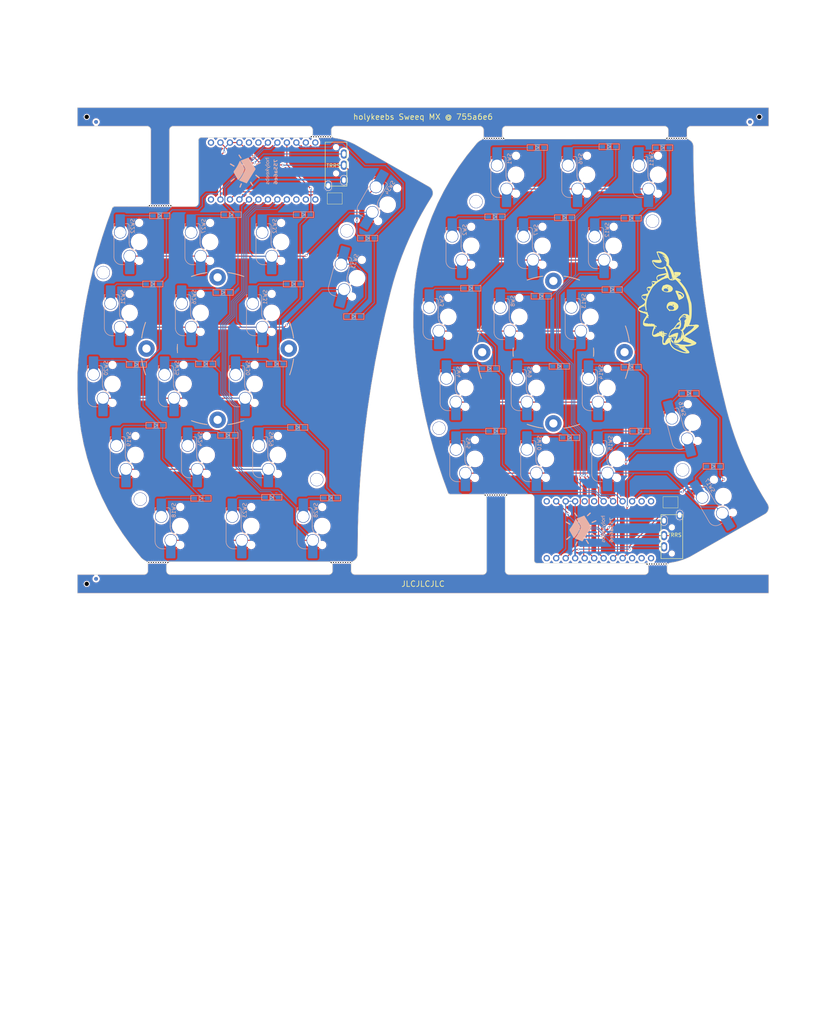
<source format=kicad_pcb>
(kicad_pcb (version 20240108) (generator "pcbnew") (generator_version "8.0")
  (title_block (title "sweeq mx") (date "2023-09-06") (rev ".2") (company "idank"))
  (layers (0 "F.Cu" signal) (31 "B.Cu" signal) (34 "B.Paste" user) (35 "F.Paste" user) (36 "B.SilkS" user "B.Silkscreen") (37 "F.SilkS" user "F.Silkscreen") (38 "B.Mask" user) (39 "F.Mask" user) (44 "Edge.Cuts" user))
  (net 0 "")
  (net 1 "Board_0-GND")
  (net 2 "Board_0-GND_l")
  (net 3 "Board_0-Net-(D1-A)")
  (net 4 "Board_0-Net-(D10-A)")
  (net 5 "Board_0-Net-(D11-A)")
  (net 6 "Board_0-Net-(D12-A)")
  (net 7 "Board_0-Net-(D13-A)")
  (net 8 "Board_0-Net-(D14-A)")
  (net 9 "Board_0-Net-(D15-A)")
  (net 10 "Board_0-Net-(D16-A)")
  (net 11 "Board_0-Net-(D17-A)")
  (net 12 "Board_0-Net-(D18-A)")
  (net 13 "Board_0-Net-(D19-A)")
  (net 14 "Board_0-Net-(D2-A)")
  (net 15 "Board_0-Net-(D20-A)")
  (net 16 "Board_0-Net-(D21-A)")
  (net 17 "Board_0-Net-(D22-A)")
  (net 18 "Board_0-Net-(D23-A)")
  (net 19 "Board_0-Net-(D24-A)")
  (net 20 "Board_0-Net-(D25-A)")
  (net 21 "Board_0-Net-(D26-A)")
  (net 22 "Board_0-Net-(D27-A)")
  (net 23 "Board_0-Net-(D28-A)")
  (net 24 "Board_0-Net-(D29-A)")
  (net 25 "Board_0-Net-(D3-A)")
  (net 26 "Board_0-Net-(D30-A)")
  (net 27 "Board_0-Net-(D31-A)")
  (net 28 "Board_0-Net-(D32-A)")
  (net 29 "Board_0-Net-(D33-A)")
  (net 30 "Board_0-Net-(D34-A)")
  (net 31 "Board_0-Net-(D4-A)")
  (net 32 "Board_0-Net-(D5-A)")
  (net 33 "Board_0-Net-(D6-A)")
  (net 34 "Board_0-Net-(D7-A)")
  (net 35 "Board_0-Net-(D8-A)")
  (net 36 "Board_0-Net-(D9-A)")
  (net 37 "Board_0-VCC")
  (net 38 "Board_0-VCC_l")
  (net 39 "Board_0-col0")
  (net 40 "Board_0-col0_l")
  (net 41 "Board_0-col1")
  (net 42 "Board_0-col1_l")
  (net 43 "Board_0-col2")
  (net 44 "Board_0-col2_l")
  (net 45 "Board_0-col3")
  (net 46 "Board_0-col3_l")
  (net 47 "Board_0-col4")
  (net 48 "Board_0-col4_l")
  (net 49 "Board_0-data")
  (net 50 "Board_0-data_l")
  (net 51 "Board_0-reset")
  (net 52 "Board_0-reset_l")
  (net 53 "Board_0-row0")
  (net 54 "Board_0-row0_l")
  (net 55 "Board_0-row1")
  (net 56 "Board_0-row1_l")
  (net 57 "Board_0-row2")
  (net 58 "Board_0-row2_l")
  (net 59 "Board_0-row3")
  (net 60 "Board_0-row3_l")
  (net 61 "Board_0-unconnected-(J1-PadA)")
  (net 62 "Board_0-unconnected-(J2-PadA)")
  (net 63 "Board_0-unconnected-(U1-2{slash}D1{slash}SDA-Pad5)")
  (net 64 "Board_0-unconnected-(U1-3{slash}D0{slash}SCL-Pad6)")
  (net 65 "Board_0-unconnected-(U1-8{slash}B4-Pad11)")
  (net 66 "Board_0-unconnected-(U1-9{slash}B5-Pad12)")
  (net 67 "Board_0-unconnected-(U1-B2{slash}16-Pad14)")
  (net 68 "Board_0-unconnected-(U1-B3{slash}14-Pad15)")
  (net 69 "Board_0-unconnected-(U1-B6{slash}10-Pad13)")
  (net 70 "Board_0-unconnected-(U1-RAW-Pad24)")
  (net 71 "Board_0-unconnected-(U1-TX0{slash}D3-Pad1)")
  (net 72 "Board_0-unconnected-(U2-2{slash}D1{slash}SDA-Pad5)")
  (net 73 "Board_0-unconnected-(U2-3{slash}D0{slash}SCL-Pad6)")
  (net 74 "Board_0-unconnected-(U2-8{slash}B4-Pad11)")
  (net 75 "Board_0-unconnected-(U2-9{slash}B5-Pad12)")
  (net 76 "Board_0-unconnected-(U2-B2{slash}16-Pad14)")
  (net 77 "Board_0-unconnected-(U2-B3{slash}14-Pad15)")
  (net 78 "Board_0-unconnected-(U2-B6{slash}10-Pad13)")
  (net 79 "Board_0-unconnected-(U2-RAW-Pad24)")
  (net 80 "Board_0-unconnected-(U2-TX0{slash}D3-Pad1)")
  (footprint "NPTH" (layer "F.Cu") (at 164.984266 28.239344)
    (property "Reference" "KiKit_MB_6_3" (hide yes))
    (property "Value" "NPTH" (hide yes))
  )
  (footprint "NPTH" (layer "F.Cu") (at 238.508927 22.5)
    (property "Reference" "KiKit_TO_2" (hide yes))
    (property "Value" "NPTH" (hide yes))
  )
  (footprint "NPTH" (layer "F.Cu") (at 79.089161 46.264559)
    (property "Reference" "KiKit_MB_3_8" (hide yes))
    (property "Value" "NPTH" (hide yes))
  )
  (footprint "NPTH" (layer "F.Cu") (at 80.361888 46.264857)
    (property "Reference" "KiKit_MB_3_10" (hide yes))
    (property "Value" "NPTH" (hide yes))
  )
  (footprint "NPTH" (layer "F.Cu") (at 213.780028 28.232283)
    (property "Reference" "KiKit_MB_8_2" (hide yes))
    (property "Value" "NPTH" (hide yes))
  )
  (footprint "NPTH" (layer "F.Cu") (at 217.610964 28.231728)
    (property "Reference" "KiKit_MB_8_8" (hide yes))
    (property "Value" "NPTH" (hide yes))
  )
  (footprint "holykeebs:M2_SPACER" (layer "F.Cu") (at 72.821568 124.7275 90)
    (property "Reference" "Mounting 04" (hide yes))
    (property "Value" "M2_SPACER" (hide yes))
  )
  (footprint "NPTH" (layer "F.Cu") (at 77.816433 46.264262)
    (property "Reference" "KiKit_MB_3_6" (hide yes))
    (property "Value" "NPTH" (hide yes))
  )
  (footprint "NPTH" (layer "F.Cu") (at 218.887943 28.231543)
    (property "Reference" "KiKit_MB_8_10" (hide yes))
    (property "Value" "NPTH" (hide yes))
  )
  (footprint "NPTH" (layer "F.Cu") (at 75.270979 46.263667)
    (property "Reference" "KiKit_MB_3_2" (hide yes))
    (property "Value" "NPTH" (hide yes))
  )
  (footprint "NPTH" (layer "F.Cu") (at 127.743967 141.666306)
    (property "Reference" "KiKit_MB_4_5" (hide yes))
    (property "Value" "NPTH" (hide yes))
  )
  (footprint "holykeebs:M2_SPACER" (layer "F.Cu") (at 128.115263 52.98027 90)
    (property "Reference" "Mounting 02" (hide yes))
    (property "Value" "M2_SPACER" (hide yes))
  )
  (footprint "NPTH" (layer "F.Cu") (at 80.998252 46.265005)
    (property "Reference" "KiKit_MB_3_11" (hide yes))
    (property "Value" "NPTH" (hide yes))
  )
  (footprint "NPTH" (layer "F.Cu") (at 216.333986 28.231913)
    (property "Reference" "KiKit_MB_8_6" (hide yes))
    (property "Value" "NPTH" (hide yes))
  )
  (footprint "holykeebs:footprint (4)" (layer "F.Cu") (at 214.298225 72.410072 90)
    (property "Reference" "G***" (hide yes))
    (property "Value" "LOGO" (hide yes))
  )
  (footprint "NPTH" (layer "F.Cu") (at 214.418517 28.23219)
    (property "Reference" "KiKit_MB_8_3" (hide yes))
    (property "Value" "NPTH" (hide yes))
  )
  (footprint "NPTH" (layer "F.Cu") (at 127.105477 141.666214)
    (property "Reference" "KiKit_MB_4_6" (hide yes))
    (property "Value" "NPTH" (hide yes))
  )
  (footprint "NPTH" (layer "F.Cu") (at 123.066564 27.808753)
    (property "Reference" "KiKit_MB_2_9" (hide yes))
    (property "Value" "NPTH" (hide yes))
  )
  (footprint "NPTH" (layer "F.Cu") (at 125.828498 141.666029)
    (property "Reference" "KiKit_MB_4_8" (hide yes))
    (property "Value" "NPTH" (hide yes))
  )
  (footprint "NPTH" (layer "F.Cu") (at 216.972475 28.231821)
    (property "Reference" "KiKit_MB_8_7" (hide yes))
    (property "Value" "NPTH" (hide yes))
  )
  (footprint "NPTH" (layer "F.Cu") (at 78.935449 141.659244)
    (property "Reference" "KiKit_MB_1_4" (hide yes))
    (property "Value" "NPTH" (hide yes))
  )
  (footprint "holykeebs:ProMicro_1mm_holes" (layer "F.Cu") (at 196.083715 132.916277 90)
    (property "Reference" "U1" (hide yes))
    (property "Value" "ProMicro" (hide yes))
  )
  (footprint "NPTH" (layer "F.Cu") (at 123.703626 27.836054)
    (property "Reference" "KiKit_MB_2_10" (hide yes))
    (property "Value" "NPTH" (hide yes))
  )
  (footprint "NPTH" (layer "F.Cu") (at 167.047069 123.633922)
    (property "Reference" "KiKit_MB_7_8" (hide yes))
    (property "Value" "NPTH" (hide yes))
  )
  (footprint "NPTH" (layer "F.Cu") (at 211.020393 142.089772)
    (property "Reference" "KiKit_MB_5_7" (hide yes))
    (property "Value" "NPTH" (hide yes))
  )
  (footprint "NPTH" (layer "F.Cu") (at 124.551519 141.665844)
    (property "Reference" "KiKit_MB_4_10" (hide yes))
    (property "Value" "NPTH" (hide yes))
  )
  (footprint "NPTH" (layer "F.Cu") (at 168.802448 28.238791)
    (property "Reference" "KiKit_MB_6_9" (hide yes))
    (property "Value" "NPTH" (hide yes))
  )
  (footprint "NPTH" (layer "F.Cu") (at 78.299085 141.659152)
    (property "Reference" "KiKit_MB_1_5" (hide yes))
    (property "Value" "NPTH" (hide yes))
  )
  (footprint "NPTH" (layer "F.Cu") (at 167.52972 28.238975)
    (property "Reference" "KiKit_MB_6_7" (hide yes))
    (property "Value" "NPTH" (hide yes))
  )
  (footprint "NPTH" (layer "F.Cu") (at 75.907343 46.263816)
    (property "Reference" "KiKit_MB_3_3" (hide yes))
    (property "Value" "NPTH" (hide yes))
  )
  (footprint "NPTH" (layer "F.Cu") (at 165.620629 28.239252)
    (property "Reference" "KiKit_MB_6_4" (hide yes))
    (property "Value" "NPTH" (hide yes))
  )
  (footprint "NPTH" (layer "F.Cu") (at 213.570625 142.06198)
    (property "Reference" "KiKit_MB_5_3" (hide yes))
    (property "Value" "NPTH" (hide yes))
  )
  (footprint "holykeebs:footprint (4)" (layer "F.Cu") (at 214.298225 72.410072 90)
    (property "Reference" "G***")
    (property "Value" "LOGO" (hide yes))
  )
  (footprint "NPTH" (layer "F.Cu") (at 168.95616 123.633476)
    (property "Reference" "KiKit_MB_7_5" (hide yes))
    (property "Value" "NPTH" (hide yes))
  )
  (footprint "NPTH" (layer "F.Cu") (at 77.18007 46.264113)
    (property "Reference" "KiKit_MB_3_5" (hide yes))
    (property "Value" "NPTH" (hide yes))
  )
  (footprint "NPTH" (layer "F.Cu") (at 80.208176 141.659428)
    (property "Reference" "KiKit_MB_1_2" (hide yes))
    (property "Value" "NPTH" (hide yes))
  )
  (footprint "holykeebs:RSW_2PIN_SMD" (layer "F.Cu") (at 214.732263 125.569305)
    (property "Reference" "RSW1" (hide yes))
    (property "Value" "SW_PUSH" (hide yes))
  )
  (footprint "NPTH" (layer "F.Cu") (at 166.256993 28.23916)
    (property "Reference" "KiKit_MB_6_5" (hide yes))
    (property "Value" "NPTH" (hide yes))
  )
  (footprint "NPTH" (layer "F.Cu") (at 165.137978 123.634368)
    (property "Reference" "KiKit_MB_7_11" (hide yes))
    (property "Value" "NPTH" (hide yes))
  )
  (footprint "NPTH" (layer "F.Cu") (at 119.240099 27.812532)
    (property "Reference" "KiKit_MB_2_3" (hide yes))
    (property "Value" "NPTH" (hide yes))
  )
  (footprint "NPTH" (layer "F.Cu") (at 209.107098 142.085503)
    (property "Reference" "KiKit_MB_5_10" (hide yes))
    (property "Value" "NPTH" (hide yes))
  )
  (footprint "holykeebs:M2_SPACER" (layer "F.Cu") (at 217.982263 116.917765 90)
    (property "Reference" "Mounting 02" (hide yes))
    (property "Value" "M2_SPACER" (hide yes))
  )
  (footprint "NPTH" (layer "F.Cu") (at 77.026358 141.658968)
    (property "Reference" "KiKit_MB_1_7" (hide yes))
    (property "Value" "NPTH" (hide yes))
  )
  (footprint "NPTH" (layer "F.Cu") (at 170.865251 123.63303)
    (property "Reference" "KiKit_MB_7_2" (hide yes))
    (property "Value" "NPTH" (hide yes))
  )
  (footprint "holykeebs:M2_SPACER" (layer "F.Cu") (at 152.782568 105.749535 90)
    (property "Reference" "Mounting 01" (hide yes))
    (property "Value" "M2_SPACER" (hide yes))
  )
  (footprint "NPTH" (layer "F.Cu") (at 76.389994 141.658876)
    (property "Reference" "KiKit_MB_1_8" (hide yes))
    (property "Value" "NPTH" (hide yes))
  )
  (footprint "NPTH" (layer "F.Cu") (at 58.491072 22.5)
    (property "Reference" "KiKit_TO_1" (hide yes))
    (property "Value" "NPTH" (hide yes))
  )
  (footprint "holykeebs:M2_SPACER" (layer "F.Cu") (at 209.932568 50.377535 90)
    (property "Reference" "Mounting 03" (hide yes))
    (property "Value" "M2_SPACER" (hide yes))
  )
  (footprint "holykeebs:M2_SPACER" (layer "F.Cu") (at 120.065568 119.5205 90)
    (property "Reference" "Mounting 03" (hide yes))
    (property "Value" "M2_SPACER" (hide yes))
  )
  (footprint "NPTH" (layer "F.Cu") (at 78.452797 46.26441)
    (property "Reference" "KiKit_MB_3_7" (hide yes))
    (property "Value" "NPTH" (hide yes))
  )
  (footprint "kbd:Tenting_Puck2" (layer "F.Cu") (at 93.522568 84.4685 90)
    (property "Reference" "REF**")
    (property "Value" "Tenting Puck")
  )
  (footprint "NPTH" (layer "F.Cu") (at 77.662721 141.65906)
    (property "Reference" "KiKit_MB_1_6" (hide yes))
    (property "Value" "NPTH" (hide yes))
  )
  (footprint "NPTH" (layer "F.Cu") (at 118.602331 27.812551)
    (property "Reference" "KiKit_MB_2_2" (hide yes))
    (property "Value" "NPTH" (hide yes))
  )
  (footprint "NPTH" (layer "F.Cu") (at 168.319796 123.633625)
    (property "Reference" "KiKit_MB_7_6" (hide yes))
    (property "Value" "NPTH" (hide yes))
  )
  (footprint "holykeebs:M2_SPACER" (layer "F.Cu") (at 162.688568 45.170535 90)
    (property "Reference" "Mounting 04" (hide yes))
    (property "Value" "M2_SPACER" (hide yes))
  )
  (footprint "Fiducial" (layer "F.Cu") (at 60.991072 146.048535)
    (property "Reference" "KiKit_FID_T_3" (hide yes))
    (property "Value" "Fiducial" (hide yes))
  )
  (footprint "NPTH" (layer "F.Cu") (at 79.571812 141.659336)
    (property "Reference" "KiKit_MB_1_3" (hide yes))
    (property "Value" "NPTH" (hide yes))
  )
  (footprint "NPTH" (layer "F.Cu") (at 170.075175 28.238607)
    (property "Reference" "KiKit_MB_6_11" (hide yes))
    (property "Value" "NPTH" (hide yes))
  )
  (footprint "NPTH" (layer "F.Cu") (at 128.382456 141.666399)
    (property "Reference" "KiKit_MB_4_4" (hide yes))
    (property "Value" "NPTH" (hide yes))
  )
  (footprint "NPTH" (layer "F.Cu") (at 169.438811 28.238699)
    (property "Reference" "KiKit_MB_6_10" (hide yes))
    (property "Value" "NPTH" (hide yes))
  )
  (footprint "NPTH" (layer "F.Cu") (at 75.75363 141.658784)
    (property "Reference" "KiKit_MB_1_9" (hide yes))
    (property "Value" "NPTH" (hide yes))
  )
  (footprint "NPTH" (layer "F.Cu") (at 166.410705 123.634071)
    (property "Reference" "KiKit_MB_7_9" (hide yes))
    (property "Value" "NPTH" (hide yes))
  )
  (footprint "NPTH" (layer "F.Cu") (at 126.466987 141.666121)
    (property "Reference" "KiKit_MB_4_7" (hide yes))
    (property "Value" "NPTH" (hide yes))
  )
  (footprint "NPTH" (layer "F.Cu") (at 169.592523 123.633327)
    (property "Reference" "KiKit_MB_7_4" (hide yes))
    (property "Value" "NPTH" (hide yes))
  )
  (footprint "kbd:MJ-4PP-9_1side" (layer "F.Cu") (at 215.098225 140.780072 180)
    (property "Reference" "J1")
    (property "Value" "MJ-4PP-9" (hide yes))
  )
  (footprint "NPTH" (layer "F.Cu") (at 212.933563 142.089282)
    (property "Reference" "KiKit_MB_5_4" (hide yes))
    (property "Value" "NPTH" (hide yes))
  )
  (footprint "NPTH" (layer "F.Cu") (at 209.744866 142.085523)
    (property "Reference" "KiKit_MB_5_9" (hide yes))
    (property "Value" "NPTH" (hide yes))
  )
  (footprint "NPTH" (layer "F.Cu") (at 215.695496 28.232005)
    (property "Reference" "KiKit_MB_8_5" (hide yes))
    (property "Value" "NPTH" (hide yes))
  )
  (footprint "NPTH" (layer "F.Cu") (at 121.153394 27.808263)
    (property "Reference" "KiKit_MB_2_6" (hide yes))
    (property "Value" "NPTH" (hide yes))
  )
  (footprint "NPTH" (layer "F.Cu") (at 76.543706 46.263964)
    (property "Reference" "KiKit_MB_3_4" (hide yes))
    (property "Value" "NPTH" (hide yes))
  )
  (footprint "NPTH" (layer "F.Cu") (at 168.166084 28.238883)
    (property "Reference" "KiKit_MB_6_8" (hide yes))
    (property "Value" "NPTH" (hide yes))
  )
  (footprint "NPTH" (layer "F.Cu") (at 121.791155 27.805253)
    (property "Reference" "KiKit_MB_2_7" (hide yes))
    (property "Value" "NPTH" (hide yes))
  )
  (footprint "NPTH" (layer "F.Cu") (at 165.774342 123.634219)
    (property "Reference" "KiKit_MB_7_10" (hide yes))
    (property "Value" "NPTH" (hide yes))
  )
  (footprint "NPTH" (layer "F.Cu") (at 166.893357 28.239067)
    (property "Reference" "KiKit_MB_6_6" (hide yes))
    (property "Value" "NPTH" (hide yes))
  )
  (footprint "NPTH" (layer "F.Cu") (at 123.913029 141.665752)
    (property "Reference" "KiKit_MB_4_11" (hide yes))
    (property "Value" "NPTH" (hide yes))
  )
  (footprint "Fiducial" (layer "F.Cu") (at 236.008927 23.85)
    (property "Reference" "KiKit_FID_T_2" (hide yes))
    (property "Value" "Fiducial" (hide yes))
  )
  (footprint "NPTH" (layer "F.Cu") (at 210.382632 142.086762)
    (property "Reference" "KiKit_MB_5_8" (hide yes))
    (property "Value" "NPTH" (hide yes))
  )
  (footprint "holykeebs:M2_SPACER" (layer "F.Cu") (at 62.915568 64.1485 90)
    (property "Reference" "Mounting 01" (hide yes))
    (property "Value" "M2_SPACER" (hide yes))
  )
  (footprint "NPTH" (layer "F.Cu") (at 79.725524 46.264708)
    (property "Reference" "KiKit_MB_3_9" (hide yes))
    (property "Value" "NPTH" (hide yes))
  )
  (footprint "NPTH" (layer "F.Cu") (at 218.249454 28.231636)
    (property "Reference" "KiKit_MB_8_9" (hide yes))
    (property "Value" "NPTH" (hide yes))
  )
  (footprint "Fiducial" (layer "F.Cu") (at 60.991072 23.85)
    (property "Reference" "KiKit_FID_T_1" (hide yes))
    (property "Value" "Fiducial" (hide yes))
  )
  (footprint "kbd:Tenting_Puck2" (layer "F.Cu") (at 183.389568 85.429535 90)
    (property "Reference" "REF**")
    (property "Value" "Tenting Puck")
  )
  (footprint "NPTH" (layer "F.Cu") (at 208.46933 142.085484)
    (property "Reference" "KiKit_MB_5_11" (hide yes))
    (property "Value" "NPTH" (hide yes))
  )
  (footprint "NPTH" (layer "F.Cu") (at 122.428916 27.802244)
    (property "Reference" "KiKit_MB_2_8" (hide yes))
    (property "Value" "NPTH" (hide yes))
  )
  (footprint "NPTH" (layer "F.Cu") (at 211.658154 142.092781)
    (property "Reference" "KiKit_MB_5_6" (hide yes))
    (property "Value" "NPTH" (hide yes))
  )
  (footprint "NPTH" (layer "F.Cu") (at 58.491072 147.398535)
    (property "Reference" "KiKit_TO_3" (hide yes))
    (property "Value" "NPTH" (hide yes))
  )
  (footprint "NPTH" (layer "F.Cu") (at 212.295916 142.095791)
    (property "Reference" "KiKit_MB_5_5" (hide yes))
    (property "Value" "NPTH" (hide yes))
  )
  (footprint "holykeebs:ProMicro_1mm_holes" (layer "F.Cu") (at 106.216715 36.981758 90)
    (property "Reference" "U2" (hide yes))
    (property "Value" "ProMicro" (hide yes))
  )
  (footprint "NPTH" (layer "F.Cu") (at 125.190008 141.665937)
    (property "Reference" "KiKit_MB_4_9" (hide yes))
    (property "Value" "NPTH" (hide yes))
  )
  (footprint "NPTH" (layer "F.Cu") (at 120.515633 27.811273)
    (property "Reference" "KiKit_MB_2_5" (hide yes))
    (property "Value" "NPTH" (hide yes))
  )
  (footprint "NPTH" (layer "F.Cu") (at 129.020946 141.666491)
    (property "Reference" "KiKit_MB_4_3" (hide yes))
    (property "Value" "NPTH" (hide yes))
  )
  (footprint "NPTH" (layer "F.Cu") (at 170.228887 123.633178)
    (property "Reference" "KiKit_MB_7_3" (hide yes))
    (property "Value" "NPTH" (hide yes))
  )
  (footprint "NPTH" (layer "F.Cu") (at 167.683432 123.633773)
    (property "Reference" "KiKit_MB_7_7" (hide yes))
    (property "Value" "NPTH" (hide yes))
  )
  (footprint "kbd:MJ-4PP-9_1side" (layer "F.Cu") (at 125.226715 29.121758)
    (property "Reference" "J2")
    (property "Value" "MJ-4PP-9" (hide yes))
  )
  (footprint "NPTH" (layer "F.Cu") (at 75.117267 141.658692)
    (property "Reference" "KiKit_MB_1_10" (hide yes))
    (property "Value" "NPTH" (hide yes))
  )
  (footprint "holykeebs:RSW_2PIN_SMD" (layer "F.Cu") (at 124.865263 44.32873)
    (property "Reference" "RSW2" (hide yes))
    (property "Value" "SW_PUSH" (hide yes))
  )
  (footprint "NPTH" (layer "F.Cu") (at 215.057007 28.232098)
    (property "Reference" "KiKit_MB_8_4" (hide yes))
    (property "Value" "NPTH" (hide yes))
  )
  (footprint "NPTH" (layer "F.Cu") (at 119.877867 27.812512)
    (property "Reference" "KiKit_MB_2_4" (hide yes))
    (property "Value" "NPTH" (hide yes))
  )
  (footprint "kbd:D3_SMD_v2" (layer "B.Cu") (at 94.999568 69.4625 180)
    (property "Reference" "D26" (hide yes))
    (property "Value" "D" (hide yes))
  )
  (footprint "kbd:D3_SMD_v2" (layer "B.Cu") (at 116.509568 48.6625 180)
    (property "Reference" "D32" (hide yes))
    (property "Value" "D" (hide yes))
  )
  (footprint "PCM_marbastlib-mx:SW_MX_HS_CPG151101S11_1u" (layer "B.Cu") (at 181.384568 113.953535 -90)
    (property "Reference" "SW10")
    (property "Value" "SW_PUSH")
  )
  (footprint "PCM_marbastlib-mx:SW_MX_HS_CPG151101S11_1u" (layer "B.Cu") (at 178.844568 94.973535 -90)
    (property "Reference" "SW9")
    (property "Value" "SW_PUSH")
  )
  (footprint "PCM_marbastlib-mx:SW_MX_HS_CPG151101S11_1u" (layer "B.Cu") (at 193.290568 75.973535 -90)
    (property "Reference" "SW13")
    (property "Value" "SW_PUSH")
  )
  (footprint "kbd:D3_SMD_v2" (layer "B.Cu") (at 167.998225 106.540072 180)
    (property "Reference" "D5" (hide yes))
    (property "Value" "D" (hide yes))
  )
  (footprint "PCM_marbastlib-mx:SW_MX_HS_CPG151101S11_1u" (layer "B.Cu") (at 155.254568 75.973535 -90)
    (property "Reference" "SW3")
    (property "Value" "SW_PUSH")
  )
  (footprint "kbd:D3_SMD_v2" (layer "B.Cu") (at 198.308225 30.480072 180)
    (property "Reference" "D6" (hide yes))
    (property "Value" "D" (hide yes))
  )
  (footprint "kbd:D3_SMD_v2" (layer "B.Cu") (at 76.179568 67.2025 180)
    (property "Reference" "D21" (hide yes))
    (property "Value" "D" (hide yes))
  )
  (footprint "PCM_marbastlib-mx:SW_MX_HS_CPG151101S11_1u" (layer "B.Cu") (at 130.815568 65.6525 -105)
    (property "Reference" "SW33")
    (property "Value" "SW_PUSH")
  )
  (footprint "kbd:D3_SMD_v2" (layer "B.Cu") (at 204.208225 49.580072 180)
    (property "Reference" "D12" (hide yes))
    (property "Value" "D" (hide yes))
  )
  (footprint "kbd:D3_SMD_v2" (layer "B.Cu") (at 113.819568 67.2025 180)
    (property "Reference" "D31" (hide yes))
    (property "Value" "D" (hide yes))
  )
  (footprint "kbd:D3_SMD_v2" (layer "B.Cu") (at 167.758225 49.230072 180)
    (property "Reference" "D2" (hide yes))
    (property "Value" "D" (hide yes))
  )
  (footprint "PCM_marbastlib-mx:SW_MX_HS_CPG151101S11_1u" (layer "B.Cu") (at 174.272568 75.973535 -90)
    (property "Reference" "SW8")
    (property "Value" "SW_PUSH")
  )
  (footprint "PCM_marbastlib-mx:SW_MX_HS_CPG151101S11_1u" (layer "B.Cu") (at 69.959568 74.9305 -90)
    (property "Reference" "SW21")
    (property "Value" "SW_PUSH")
  )
  (footprint "kbd:D3_SMD_v2" (layer "B.Cu") (at 187.688225 108.310072 180)
    (property "Reference" "D10" (hide yes))
    (property "Value" "D" (hide yes))
  )
  (footprint "PCM_marbastlib-mx:SW_MX_HS_CPG151101S11_1u" (layer "B.Cu") (at 65.387568 93.9245 -90)
    (property "Reference" "SW20")
    (property "Value" "SW_PUSH")
  )
  (footprint "PCM_marbastlib-mx:SW_MX_HS_CPG151101S11_1u" (layer "B.Cu") (at 121.527568 131.9245 -90)
    (property "Reference" "SW28")
    (property "Value" "SW_PUSH")
  )
  (footprint "PCM_marbastlib-mx:SW_MX_HS_CPG151101S11_1u" (layer "B.Cu") (at 159.826568 94.967535 -90)
    (property "Reference" "SW4")
    (property "Value" "SW_PUSH")
  )
  (footprint "kbd:D3_SMD_v2" (layer "B.Cu") (at 71.789568 88.7125 180)
    (property "Reference" "D20" (hide yes))
    (property "Value" "D" (hide yes))
  )
  (footprint "holykeebs:logo .5x" (layer "B.Cu") (at 191.676339 132.755989 -90)
    (property "Reference" "REF**" (hide yes))
    (property "Value" "logo big" (hide yes))
  )
  (footprint "PCM_marbastlib-mx:SW_MX_HS_CPG151101S11_1u" (layer "B.Cu") (at 109.651568 112.9165 -90)
    (property "Reference" "SW29")
    (property "Value" "SW_PUSH")
  )
  (footprint "kbd:D3_SMD_v2" (layer "B.Cu") (at 129.975263 75.89027 180)
    (property "Reference" "D33" (hide yes))
    (property "Value" "D" (hide yes))
  )
  (footprint "PCM_marbastlib-mx:SW_MX_HS_CPG151101S11_1u" (layer "B.Cu") (at 110.535568 55.9445 -90)
    (property "Reference" "SW32")
    (property "Value" "SW_PUSH")
  )
  (footprint "kbd:D3_SMD_v2" (layer "B.Cu") (at 133.675263 54.94027 180)
    (property "Reference" "D34" (hide yes))
    (property "Value" "D" (hide yes))
  )
  (footprint "PCM_marbastlib-mx:SW_MX_HS_CPG151101S11_1u" (layer "B.Cu") (at 161.394568 56.973535 -90)
    (property "Reference" "SW2")
    (property "Value" "SW_PUSH")
  )
  (footprint "PCM_marbastlib-mx:SW_MX_HS_CPG151101S11_1u" (layer "B.Cu") (at 72.527568 55.9245 -90)
    (property "Reference" "SW22")
    (property "Value" "SW_PUSH")
  )
  (footprint "kbd:D3_SMD_v2" (layer "B.Cu") (at 108.019568 124.2325 180)
    (property "Reference" "D23" (hide yes))
    (property "Value" "D" (hide yes))
  )
  (footprint "PCM_marbastlib-mx:SW_MX_HS_CPG151101S11_1u" (layer "B.Cu") (at 71.527568 112.9245 -90)
    (property "Reference" "SW19")
    (property "Value" "SW_PUSH")
  )
  (footprint "kbd:D3_SMD_v2" (layer "B.Cu") (at 114.959568 105.5525 180)
    (property "Reference" "D29" (hide yes))
    (property "Value" "D" (hide yes))
  )
  (footprint "PCM_marbastlib-mx:SW_MX_HS_CPG151101S11_1u" (layer "B.Cu") (at 83.527568 131.9245 -90)
    (property "Reference" "SW18")
    (property "Value" "SW_PUSH")
  )
  (footprint "PCM_marbastlib-mx:SW_MX_HS_CPG151101S11_1u" (layer "B.Cu") (at 84.405568 93.9245 -90)
    (property "Reference" "SW25")
    (property "Value" "SW_PUSH")
  )
  (footprint "PCM_marbastlib-mx:SW_MX_HS_CPG151101S11_1u" (layer "B.Cu") (at 103.423568 93.9245 -90)
    (property "Reference" "SW30")
    (property "Value" "SW_PUSH")
  )
  (footprint "kbd:D3_SMD_v2" (layer "B.Cu") (at 186.398225 49.460072 180)
    (property "Reference" "D7" (hide yes))
    (property "Value" "D" (hide yes))
  )
  (footprint "kbd:D3_SMD_v2" (layer "B.Cu") (at 226.182263 115.969305 180)
    (property "Reference" "D17" (hide yes))
    (property "Value" "D" (hide yes))
  )
  (footprint "Fiducial" (layer "B.Cu") (at 60.991072 146.048535)
    (property "Reference" "KiKit_FID_B_3" (hide yes))
    (property "Value" "Fiducial" (hide yes))
  )
  (footprint "PCM_marbastlib-mx:SW_MX_HS_CPG151101S11_1u" (layer "B.Cu") (at 91.517568 55.9445 -90)
    (property "Reference" "SW27")
    (property "Value" "SW_PUSH")
  )
  (footprint "Fiducial" (layer "B.Cu") (at 236.008927 23.85)
    (property "Reference" "KiKit_FID_B_2" (hide yes))
    (property "Value" "Fiducial" (hide yes))
  )
  (footprint "PCM_marbastlib-mx:SW_MX_HS_CPG151101S11_1u" (layer "B.Cu") (at 107.995568 74.9245 -90)
    (property "Reference" "SW31")
    (property "Value" "SW_PUSH")
  )
  (footprint "kbd:D3_SMD_v2" (layer "B.Cu") (at 206.558225 106.540072 180)
    (property "Reference" "D15" (hide yes))
    (property "Value" "D" (hide yes))
  )
  (footprint "kbd:D3_SMD_v2" (layer "B.Cu") (at 179.088225 30.710072 180)
    (property "Reference" "D1" (hide yes))
    (property "Value" "D" (hide yes))
  )
  (footprint "kbd:D3_SMD_v2" (layer "B.Cu") (at 199.128225 68.690072 180)
    (property "Reference" "D13" (hide yes))
    (property "Value" "D" (hide yes))
  )
  (footprint "PCM_marbastlib-mx:SW_MX_HS_CPG151101S11_1u" (layer "B.Cu") (at 228.898568 123.923535 -60)
    (property "Reference" "SW17")
    (property "Value" "SW_PUSH")
  )
  (footprint "kbd:D3_SMD_v2" (layer "B.Cu") (at 89.059568 124.5225 180)
    (property "Reference" "D18" (hide yes))
    (property "Value" "D" (hide yes))
  )
  (footprint "kbd:D3_SMD_v2" (layer "B.Cu") (at 180.148225 70.460072 180)
    (property "Reference" "D8" (hide yes))
    (property "Value" "D" (hide yes))
  )
  (footprint "PCM_marbastlib-mx:SW_MX_HS_CPG151101S11_1u" (layer "B.Cu") (at 197.862568 94.973535 -90)
    (property "Reference" "SW14")
    (property "Value" "SW_PUSH")
  )
  (footprint "kbd:D3_SMD_v2" (layer "B.Cu") (at 204.208225 89.440072 180)
    (property "Reference" "D14" (hide yes))
    (property "Value" "D" (hide yes))
  )
  (footprint "PCM_marbastlib-mx:SW_MX_HS_CPG151101S11_1u" (layer "B.Cu") (at 211.394568 37.973535 -90)
    (property "Reference" "SW11")
    (property "Value" "SW_PUSH")
  )
  (footprint "kbd:D3_SMD_v2" (layer "B.Cu") (at 90.329568 88.5725 180)
    (property "Reference" "D25" (hide yes))
    (property "Value" "D" (hide yes))
  )
  (footprint "kbd:D3_SMD_v2" (layer "B.Cu") (at 96.269568 107.6725 180)
    (property "Reference" "D24" (hide yes))
    (property "Value" "D" (hide yes))
  )
  (footprint "PCM_marbastlib-mx:SW_MX_HS_CPG151101S11_1u" (layer "B.Cu") (at 88.977568 74.9245 -90)
    (property "Reference" "SW26")
    (property "Value" "SW_PUSH")
  )
  (footprint "PCM_marbastlib-mx:SW_MX_HS_CPG151101S11_1u" (layer "B.Cu") (at 192.394568 37.973535 -90)
    (property "Reference" "SW6")
    (property "Value" "SW_PUSH")
  )
  (footprint "PCM_marbastlib-mx:SW_MX_HS_CPG151101S11_1u" (layer "B.Cu") (at 200.402568 113.953535 -90)
    (property "Reference" "SW15")
    (property "Value" "SW_PUSH")
  )
  (footprint "kbd:D3_SMD_v2" (layer "B.Cu") (at 219.692263 96.449305 180)
    (property "Reference" "D16" (hide yes))
    (property "Value" "D" (hide yes))
  )
  (footprint "kbd:D3_SMD_v2" (layer "B.Cu") (at 77.029568 104.9925 180)
    (property "Reference" "D19" (hide yes))
    (property "Value" "D" (hide yes))
  )
  (footprint "PCM_marbastlib-mx:SW_MX_HS_CPG151101S11_1u" (layer "B.Cu") (at 180.468568 56.973535 -90)
    (property "Reference" "SW7")
    (property "Value" "SW_PUSH")
  )
  (footprint "PCM_marbastlib-mx:SW_MX_HS_CPG151101S11_1u" (layer "B.Cu") (at 199.518568 56.981535 -90)
    (property "Reference" "SW12")
    (property "Value" "SW_PUSH")
  )
  (footprint "kbd:D3_SMD_v2" (layer "B.Cu") (at 97.119568 48.6625 180)
    (property "Reference" "D27" (hide yes))
    (property "Value" "D" (hide yes))
  )
  (footprint "holykeebs:logo .5x" (layer "B.Cu") (at 101.809339 37.006954 -90)
    (property "Reference" "REF**" (hide yes))
    (property "Value" "logo big" (hide yes))
  )
  (footprint "kbd:D3_SMD_v2" (layer "B.Cu") (at 161.278225 68.330072 180)
    (property "Reference" "D3" (hide yes))
    (property "Value" "D" (hide yes))
  )
  (footprint "PCM_marbastlib-mx:SW_MX_HS_CPG151101S11_1u" (layer "B.Cu") (at 90.601568 112.9245 -90)
    (property "Reference" "SW24")
    (property "Value" "SW_PUSH")
  )
  (footprint "kbd:D3_SMD_v2" (layer "B.Cu") (at 212.632263 30.759305 180)
    (property "Reference" "D11" (hide yes))
    (property "Value" "D" (hide yes))
  )
  (footprint "kbd:D3_SMD_v2" (layer "B.Cu") (at 166.228225 89.800072 180)
    (property "Reference" "D4" (hide yes))
    (property "Value" "D" (hide yes))
  )
  (footprint "kbd:D3_SMD_v2" (layer "B.Cu") (at 123.745263 124.42027 180)
    (property "Reference" "D28" (hide yes))
    (property "Value" "D" (hide yes))
  )
  (footprint "PCM_marbastlib-mx:SW_MX_HS_CPG151101S11_1u" (layer "B.Cu") (at 220.682568 104.245535 -75)
    (property "Reference" "SW16")
    (property "Value" "SW_PUSH")
  )
  (footprint "PCM_marbastlib-mx:SW_MX_HS_CPG151101S11_1u" (layer "B.Cu") (at 102.527568 131.9245 -90)
    (property "Reference" "SW23")
    (property "Value" "SW_PUSH")
  )
  (footprint "PCM_marbastlib-mx:SW_MX_HS_CPG151101S11_1u" (layer "B.Cu") (at 139.031568 45.9745 -120)
    (property "Reference" "SW34")
    (property "Value" "SW_PUSH")
  )
  (footprint "PCM_marbastlib-mx:SW_MX_HS_CPG151101S11_1u" (layer "B.Cu") (at 162.394568 113.973535 -90)
    (property "Reference" "SW5")
    (property "Value" "SW_PUSH")
  )
  (footprint "kbd:D3_SMD_v2" (layer "B.Cu") (at 78.019568 48.9425 180)
    (property "Reference" "D22" (hide yes))
    (property "Value" "D" (hide yes))
  )
  (footprint "Fiducial" (layer "B.Cu") (at 60.991072 23.85)
    (property "Reference" "KiKit_FID_B_1" (hide yes))
    (property "Value" "Fiducial" (hide yes))
  )
  (footprint "PCM_marbastlib-mx:SW_MX_HS_CPG151101S11_1u" (layer "B.Cu") (at 173.394568 37.973535 -90)
    (property "Reference" "SW1")
    (property "Value" "SW_PUSH")
  )
  (footprint "kbd:D3_SMD_v2" (layer "B.Cu") (at 109.289568 88.5725 180)
    (property "Reference" "D30" (hide yes))
    (property "Value" "D" (hide yes))
  )
  (footprint "kbd:D3_SMD_v2" (layer "B.Cu") (at 184.978225 89.210072 180)
    (property "Reference" "D9" (hide yes))
    (property "Value" "D" (hide yes))
  )
  (gr_line (start 75.558435 45.846335) (end 75.538541 45.891209) (stroke (width 0.1)) (layer "Edge.Cuts"))
  (gr_line (start 147.631793 95.194358) (end 147.634145 95.208473) (stroke (width 0.1)) (layer "Edge.Cuts"))
  (gr_line (start 79.855393 142.312775) (end 79.863786 142.264411) (stroke (width 0.1)) (layer "Edge.Cuts"))
  (gr_line (start 208.259123 144.802524) (end 208.214252 144.822414) (stroke (width 0.1)) (layer "Edge.Cuts"))
  (gr_line (start 129.533616 144.570094) (end 129.501557 144.532928) (stroke (width 0.1)) (layer "Edge.Cuts"))
  (gr_line (start 240.89833 127.671414) (end 240.921715 127.600326) (stroke (width 0.1)) (layer "Edge.Cuts"))
  (gr_line (start 170.502772 143.947603) (end 170.501568 143.898536) (stroke (width 0.1)) (layer "Edge.Cuts"))
  (gr_line (start 88.436424 28.514091) (end 88.421272 28.562405) (stroke (width 0.1)) (layer "Edge.Cuts"))
  (gr_line (start 123.908961 144.671545) (end 123.870267 144.701742) (stroke (width 0.1)) (layer "Edge.Cuts"))
  (gr_line (start 218.750259 140.698209) (end 219.370834 140.435827) (stroke (width 0.1)) (layer "Edge.Cuts"))
  (gr_line (start 165.490741 124.287764) (end 165.496751 124.336484) (stroke (width 0.1)) (layer "Edge.Cuts"))
  (gr_line (start 233.740551 112.628463) (end 232.821592 110.328822) (stroke (width 0.1)) (layer "Edge.Cuts"))
  (gr_line (start 213.973037 25.444429) (end 213.999296 25.485896) (stroke (width 0.1)) (layer "Edge.Cuts"))
  (gr_line (start 177.288399 123.432163) (end 177.337376 123.434602) (stroke (width 0.1)) (layer "Edge.Cuts"))
  (gr_line (start 165.057017 123.602966) (end 165.097156 123.631226) (stroke (width 0.1)) (layer "Edge.Cuts"))
  (gr_line (start 170.867072 123.659954) (end 170.905756 123.629756) (stroke (width 0.1)) (layer "Edge.Cuts"))
  (gr_line (start 170.643797 123.918847) (end 170.670049 123.877383) (stroke (width 0.1)) (layer "Edge.Cuts"))
  (gr_line (start 235.810805 117.222354) (end 235.798213 117.196433) (stroke (width 0.1)) (layer "Edge.Cuts"))
  (gr_line (start 164.791853 144.855475) (end 164.744548 144.868566) (stroke (width 0.1)) (layer "Edge.Cuts"))
  (gr_line (start 88.404745 28.636509) (end 88.402514 28.64897) (stroke (width 0.1)) (layer "Edge.Cuts"))
  (gr_line (start 60.318207 62.606899) (end 59.354913 66.600285) (stroke (width 0.1)) (layer "Edge.Cuts"))
  (gr_line (start 219.146383 25.901981) (end 219.152391 25.853268) (stroke (width 0.1)) (layer "Edge.Cuts"))
  (gr_line (start 214.111604 27.675333) (end 214.098516 27.722633) (stroke (width 0.1)) (layer "Edge.Cuts"))
  (gr_line (start 75.492273 45.977762) (end 75.46601 46.019232) (stroke (width 0.1)) (layer "Edge.Cuts"))
  (gr_line (start 130.887953 140.130907) (end 130.912332 140.057114) (stroke (width 0.1)) (layer "Edge.Cuts"))
  (gr_line (start 163.083635 29.347986) (end 163.063238 29.367246) (stroke (width 0.1)) (layer "Edge.Cuts"))
  (gr_line (start 178.261844 141.173507) (end 178.262803 141.186123) (stroke (width 0.1)) (layer "Edge.Cuts"))
  (gr_line (start 220.664945 29.552267) (end 220.629445 29.483133) (stroke (width 0.1)) (layer "Edge.Cuts"))
  (gr_line (start 74.877442 46.433679) (end 74.829547 46.444428) (stroke (width 0.1)) (layer "Edge.Cuts"))
  (gr_line (start 155.298679 123.174964) (end 155.307172 123.184687) (stroke (width 0.1)) (layer "Edge.Cuts"))
  (gr_line (start 129.275772 143.947603) (end 129.274568 143.898536) (stroke (width 0.1)) (layer "Edge.Cuts"))
  (gr_line (start 177.713042 123.538749) (end 177.756283 123.561877) (stroke (width 0.1)) (layer "Edge.Cuts"))
  (gr_line (start 165.304719 123.838741) (end 165.332989 123.878873) (stroke (width 0.1)) (layer "Edge.Cuts"))
  (gr_line (start 214.045557 25.572444) (end 214.065447 25.617315) (stroke (width 0.1)) (layer "Edge.Cuts"))
  (gr_line (start 219.33836 25.404299) (end 219.368557 25.365606) (stroke (width 0.1)) (layer "Edge.Cuts"))
  (gr_line (start 213.929664 142.31431) (end 213.952202 142.270102) (stroke (width 0.1)) (layer "Edge.Cuts"))
  (gr_line (start 208.826752 142.787448) (end 208.830363 142.836396) (stroke (width 0.1)) (layer "Edge.Cuts"))
  (gr_line (start 124.082646 25.528602) (end 124.106839 25.485896) (stroke (width 0.1)) (layer "Edge.Cuts"))
  (gr_line (start 150.963921 43.693842) (end 150.974374 43.670571) (stroke (width 0.1)) (layer "Edge.Cuts"))
  (gr_line (start 164.615557 25.572444) (end 164.635447 25.617315) (stroke (width 0.1)) (layer "Edge.Cuts"))
  (gr_line (start 213.431853 25.043059) (end 213.478458 25.058455) (stroke (width 0.1)) (layer "Edge.Cuts"))
  (gr_line (start 118.598961 25.226989) (end 118.636127 25.259048) (stroke (width 0.1)) (layer "Edge.Cuts"))
  (gr_line (start 88.47046 28.432318) (end 88.465176 28.443822) (stroke (width 0.1)) (layer "Edge.Cuts"))
  (gr_line (start 169.730782 25.804908) (end 169.741536 25.757018) (stroke (width 0.1)) (layer "Edge.Cuts"))
  (gr_line (start 213.832799 142.696642) (end 213.836489 142.647157) (stroke (width 0.1)) (layer "Edge.Cuts"))
  (gr_line (start 238.115594 121.638287) (end 236.938233 119.459604) (stroke (width 0.1)) (layer "Edge.Cuts"))
  (gr_line (start 130.311718 140.977963) (end 130.369423 140.925908) (stroke (width 0.1)) (layer "Edge.Cuts"))
  (gr_line (start 75.634568 25.999998) (end 75.634568 45.463622) (stroke (width 0.1)) (layer "Edge.Cuts"))
  (gr_line (start 169.880128 27.99413) (end 169.853864 27.95266) (stroke (width 0.1)) (layer "Edge.Cuts"))
  (gr_line (start 129.499787 141.551291) (end 129.531609 141.514184) (stroke (width 0.1)) (layer "Edge.Cuts"))
  (gr_line (start 131.309298 126.280781) (end 131.681361 119.880008) (stroke (width 0.1)) (layer "Edge.Cuts"))
  (gr_line (start 65.872025 46.472793) (end 65.859331 46.475112) (stroke (width 0.1)) (layer "Edge.Cuts"))
  (gr_line (start 79.903034 142.1226) (end 79.920702 142.076803) (stroke (width 0.1)) (layer "Edge.Cuts"))
  (gr_line (start 171.118722 123.509069) (end 171.164505 123.491398) (stroke (width 0.1)) (layer "Edge.Cuts"))
  (gr_line (start 134.636038 94.320994) (end 134.639693 94.298461) (stroke (width 0.1)) (layer "Edge.Cuts"))
  (gr_line (start 60.321762 62.593037) (end 60.318207 62.606899) (stroke (width 0.1)) (layer "Edge.Cuts"))
  (gr_line (start 80.844567 144.898535) (end 80.795499 144.89733) (stroke (width 0.1)) (layer "Edge.Cuts"))
  (gr_line (start 178.260417 124.357643) (end 178.262856 124.406621) (stroke (width 0.1)) (layer "Edge.Cuts"))
  (gr_line (start 170.670049 123.877383) (end 170.698303 123.837258) (stroke (width 0.1)) (layer "Edge.Cuts"))
  (gr_line (start 75.466037 25.444429) (end 75.492296 25.485896) (stroke (width 0.1)) (layer "Edge.Cuts"))
  (gr_line (start 74.516127 144.639486) (end 74.478961 144.671545) (stroke (width 0.1)) (layer "Edge.Cuts"))
  (gr_line (start 130.460933 140.834334) (end 130.512948 140.776593) (stroke (width 0.1)) (layer "Edge.Cuts"))
  (gr_line (start 165.13586 123.661423) (end 165.173035 123.693482) (stroke (width 0.1)) (layer "Edge.Cuts"))
  (gr_line (start 130.149573 29.76758) (end 130.141139 29.762984) (stroke (width 0.1)) (layer "Edge.Cuts"))
  (gr_line (start 72.902179 140.22013) (end 73.035493 140.369129) (stroke (width 0.1)) (layer "Edge.Cuts"))
  (gr_line (start 87.889297 46.336147) (end 87.846058 46.359275) (stroke (width 0.1)) (layer "Edge.Cuts"))
  (gr_line (start 208.302965 144.780456) (end 208.259123 144.802524) (stroke (width 0.1)) (layer "Edge.Cuts"))
  (gr_line (start 74.80198 141.879612) (end 74.814928 141.926675) (stroke (width 0.1)) (layer "Edge.Cuts"))
  (gr_line (start 64.213277 127.647759) (end 66.077211 130.894125) (stroke (width 0.1)) (layer "Edge.Cuts"))
  (gr_line (start 123.517667 141.495658) (end 123.564965 141.508753) (stroke (width 0.1)) (layer "Edge.Cuts"))
  (gr_line (start 163.619541 28.924217) (end 163.596205 28.939786) (stroke (width 0.1)) (layer "Edge.Cuts"))
  (gr_line (start 178.267919 141.236506) (end 178.269516 141.249063) (stroke (width 0.1)) (layer "Edge.Cuts"))
  (gr_line (start 147.50857 59.890512) (end 146.794163 63.565123) (stroke (width 0.1)) (layer "Edge.Cuts"))
  (gr_line (start 80.103662 141.787911) (end 80.137512 141.752362) (stroke (width 0.1)) (layer "Edge.Cuts"))
  (gr_line (start 165.242445 123.762876) (end 165.274513 123.800044) (stroke (width 0.1)) (layer "Edge.Cuts"))
  (gr_line (start 219.152391 25.853268) (end 219.160782 25.804908) (stroke (width 0.1)) (layer "Edge.Cuts"))
  (gr_line (start 231.16448 105.600789) (end 231.15574 105.573329) (stroke (width 0.1)) (layer "Edge.Cuts"))
  (gr_line (start 164.570829 28.241234) (end 164.544844 28.282554) (stroke (width 0.1)) (layer "Edge.Cuts"))
  (gr_line (start 234.748309 114.953546) (end 234.73647 114.927274) (stroke (width 0.1)) (layer "Edge.Cuts"))
  (gr_line (start 74.181458 144.840079) (end 74.134853 144.855475) (stroke (width 0.1)) (layer "Edge.Cuts"))
  (gr_line (start 74.683636 25.001204) (end 74.732586 25.004814) (stroke (width 0.1)) (layer "Edge.Cuts"))
  (gr_line (start 130.127164 141.12011) (end 130.148457 141.1054) (stroke (width 0.1)) (layer "Edge.Cuts"))
  (gr_line (start 124.231508 144.18882) (end 124.216112 144.235425) (stroke (width 0.1)) (layer "Edge.Cuts"))
  (gr_line (start 80.330546 141.601743) (end 80.373258 141.577552) (stroke (width 0.1)) (layer "Edge.Cuts"))
  (gr_line (start 70.354447 137.102102) (end 70.371225 137.123793) (stroke (width 0.1)) (layer "Edge.Cuts"))
  (gr_line (start 124.178557 144.32609) (end 124.156489 144.369932) (stroke (width 0.1)) (layer "Edge.Cuts"))
  (gr_line (start 80.288997 144.730004) (end 80.248868 144.701742) (stroke (width 0.1)) (layer "Edge.Cuts"))
  (gr_line (start 73.3658 140.683176) (end 73.387245 140.701261) (stroke (width 0.1)) (layer "Edge.Cuts"))
  (gr_line (start 222.736546 62.853939) (end 222.733924 62.831263) (stroke (width 0.1)) (layer "Edge.Cuts"))
  (gr_line (start 178.15627 123.981978) (end 178.17725 124.026301) (stroke (width 0.1)) (layer "Edge.Cuts"))
  (gr_line (start 124.156489 144.369932) (end 124.132296 144.412638) (stroke (width 0.1)) (layer "Edge.Cuts"))
  (gr_line (start 150.995763 42.132797) (end 150.985962 42.109245) (stroke (width 0.1)) (layer "Edge.Cuts"))
  (gr_line (start 123.965772 25.950931) (end 123.969383 25.901981) (stroke (width 0.1)) (layer "Edge.Cuts"))
  (gr_line (start 178.212571 124.117765) (end 178.226827 124.164686) (stroke (width 0.1)) (layer "Edge.Cuts"))
  (gr_line (start 150.53253 41.453509) (end 150.4774 41.402903) (stroke (width 0.1)) (layer "Edge.Cuts"))
  (gr_line (start 214.494677 144.840079) (end 214.448883 144.822414) (stroke (width 0.1)) (layer "Edge.Cuts"))
  (gr_line (start 219.946476 25.019214) (end 219.994836 25.010823) (stroke (width 0.1)) (layer "Edge.Cuts"))
  (gr_line (start 129.984282 144.855475) (end 129.937677 144.840079) (stroke (width 0.1)) (layer "Edge.Cuts"))
  (gr_line (start 124.244604 142.2227) (end 124.255356 142.270586) (stroke (width 0.1)) (layer "Edge.Cuts"))
  (gr_line (start 215.416064 141.645255) (end 216.077246 141.515657) (stroke (width 0.1)) (layer "Edge.Cuts"))
  (gr_line (start 170.468705 28.408575) (end 170.421395 28.395488) (stroke (width 0.1)) (layer "Edge.Cuts"))
  (gr_line (start 163.410642 29.072222) (end 163.254245 29.196773) (stroke (width 0.1)) (layer "Edge.Cuts"))
  (gr_line (start 131.08237 132.711181) (end 131.308234 126.303584) (stroke (width 0.1)) (layer "Edge.Cuts"))
  (gr_line (start 219.545868 25.196791) (end 219.585997 25.168529) (stroke (width 0.1)) (layer "Edge.Cuts"))
  (gr_line (start 130.040074 141.1762) (end 130.0621 141.162612) (stroke (width 0.1)) (layer "Edge.Cuts"))
  (gr_line (start 123.469783 141.484899) (end 123.517667 141.495658) (stroke (width 0.1)) (layer "Edge.Cuts"))
  (gr_line (start 177.530333 123.468192) (end 177.577254 123.482448) (stroke (width 0.1)) (layer "Edge.Cuts"))
  (gr_line (start 80.37317 144.780456) (end 80.330464 144.756263) (stroke (width 0.1)) (layer "Edge.Cuts"))
  (gr_line (start 79.903023 144.235425) (end 79.887627 144.18882) (stroke (width 0.1)) (layer "Edge.Cuts"))
  (gr_line (start 238.129658 121.663439) (end 238.115594 121.638287) (stroke (width 0.1)) (layer "Edge.Cuts"))
  (gr_line (start 220.44573 29.201463) (end 220.396772 29.141107) (stroke (width 0.1)) (layer "Edge.Cuts"))
  (gr_line (start 165.496752 143.996553) (end 165.490744 144.045266) (stroke (width 0.1)) (layer "Edge.Cuts"))
  (gr_line (start 213.431965 28.38928) (end 213.384667 28.402376) (stroke (width 0.1)) (layer "Edge.Cuts"))
  (gr_line (start 155.251325 123.113656) (end 155.258769 123.124203) (stroke (width 0.1)) (layer "Edge.Cuts"))
  (gr_line (start 208.026685 141.904684) (end 208.074574 141.915439) (stroke (width 0.1)) (layer "Edge.Cuts"))
  (gr_line (start 123.323776 141.466871) (end 123.372721 141.470488) (stroke (width 0.1)) (layer "Edge.Cuts"))
  (gr_line (start 129.275762 142.134653) (end 129.279344 142.085901) (stroke (width 0.1)) (layer "Edge.Cuts"))
  (gr_line (start 171.258587 144.868566) (end 171.211282 144.855475) (stroke (width 0.1)) (layer "Edge.Cuts"))
  (gr_line (start 57.145579 78.77914) (end 56.644793 82.856428) (stroke (width 0.1)) (layer "Edge.Cuts"))
  (gr_line (start 162.902493 29.528905) (end 162.769179 29.677904) (stroke (width 0.1)) (layer "Edge.Cuts"))
  (gr_line (start 150.792828 41.758156) (end 150.749101 41.697424) (stroke (width 0.1)) (layer "Edge.Cuts"))
  (gr_line (start 155.198496 123.024935) (end 155.21055 123.047787) (stroke (width 0.1)) (layer "Edge.Cuts"))
  (gr_line (start 81.20686 46.369071) (end 81.163029 46.346999) (stroke (width 0.1)) (layer "Edge.Cuts"))
  (gr_line (start 88.600061 28.245855) (end 88.593739 28.252943) (stroke (width 0.1)) (layer "Edge.Cuts"))
  (gr_line (start 81.487836 25.010823) (end 81.536549 25.004814) (stroke (width 0.1)) (layer "Edge.Cuts"))
  (gr_line (start 89.030038 28.021446) (end 89.017577 28.023677) (stroke (width 0.1)) (layer "Edge.Cuts"))
  (gr_line (start 88.120404 46.155746) (end 88.085731 46.190419) (stroke (width 0.1)) (layer "Edge.Cuts"))
  (gr_line (start 74.769277 141.787662) (end 74.786751 141.833238) (stroke (width 0.1)) (layer "Edge.Cuts"))
  (gr_line (start 164.681599 25.757018) (end 164.692353 25.804908) (stroke (width 0.1)) (layer "Edge.Cuts"))
  (gr_line (start 213.999322 27.946435) (end 213.973067 27.9879) (stroke (width 0.1)) (layer "Edge.Cuts"))
  (gr_line (start 164.267138 25.168529) (end 164.307267 25.196791) (stroke (width 0.1)) (layer "Edge.Cuts"))
  (gr_line (start 164.616599 28.155041) (end 164.594766 28.198696) (stroke (width 0.1)) (layer "Edge.Cuts"))
  (gr_line (start 220.236429 28.972121) (end 220.178724 28.920065) (stroke (width 0.1)) (layer "Edge.Cuts"))
  (gr_line (start 240.166641 128.634835) (end 240.187477 128.620115) (stroke (width 0.1)) (layer "Edge.Cuts"))
  (gr_line (start 214.130589 142.033066) (end 214.166831 141.999171) (stroke (width 0.1)) (layer "Edge.Cuts"))
  (gr_line (start 74.677844 141.61548) (end 74.703829 141.6568) (stroke (width 0.1)) (layer "Edge.Cuts"))
  (gr_line (start 213.875572 142.452868) (end 213.891302 142.405806) (stroke (width 0.1)) (layer "Edge.Cuts"))
  (gr_line (start 178.467067 141.652174) (end 178.473654 141.659017) (stroke (width 0.1)) (layer "Edge.Cuts"))
  (gr_line (start 170.987333 123.575231) (end 171.030029 123.551035) (stroke (width 0.1)) (layer "Edge.Cuts"))
  (gr_line (start 235.798213 117.196433) (end 234.748309 114.953546) (stroke (width 0.1)) (layer "Edge.Cuts"))
  (gr_line (start 214.831567 144.898535) (end 214.782499 144.89733) (stroke (width 0.1)) (layer "Edge.Cuts"))
  (gr_line (start 124.833327 28.143135) (end 124.784311 28.135404) (stroke (width 0.1)) (layer "Edge.Cuts"))
  (gr_line (start 169.741542 27.681517) (end 169.730786 27.633623) (stroke (width 0.1)) (layer "Edge.Cuts"))
  (gr_line (start 124.293008 25.259048) (end 124.330174 25.226989) (stroke (width 0.1)) (layer "Edge.Cuts"))
  (gr_line (start 214.782499 144.89733) (end 214.733549 144.893719) (stroke (width 0.1)) (layer "Edge.Cuts"))
  (gr_line (start 220.092499 25.001204) (end 220.141567 24.999999) (stroke (width 0.1)) (layer "Edge.Cuts"))
  (gr_line (start 81.251883 25.07612) (end 81.297677 25.058455) (stroke (width 0.1)) (layer "Edge.Cuts"))
  (gr_line (start 131.00219 139.152313) (end 131.081826 132.734002) (stroke (width 0.1)) (layer "Edge.Cuts"))
  (gr_line (start 165.097156 123.631226) (end 165.13586 123.661423) (stroke (width 0.1)) (layer "Edge.Cuts"))
  (gr_line (start 164.569296 25.485896) (end 164.593489 25.528602) (stroke (width 0.1)) (layer "Edge.Cuts"))
  (gr_line (start 124.085202 27.627931) (end 124.062664 27.583723) (stroke (width 0.1)) (layer "Edge.Cuts"))
  (gr_line (start 124.299831 27.898862) (end 124.263589 27.864967) (stroke (width 0.1)) (layer "Edge.Cuts"))
  (gr_line (start 214.36017 144.780456) (end 214.317464 144.756263) (stroke (width 0.1)) (layer "Edge.Cuts"))
  (gr_line (start 123.870267 144.701742) (end 123.830138 144.730004) (stroke (width 0.1)) (layer "Edge.Cuts"))
  (gr_line (start 213.909348 142.359582) (end 213.929664 142.31431) (stroke (width 0.1)) (layer "Edge.Cuts"))
  (gr_line (start 178.544244 141.722466) (end 178.551567 141.728515) (stroke (width 0.1)) (layer "Edge.Cuts"))
  (gr_line (start 81.207012 25.09601) (end 81.251883 25.07612) (stroke (width 0.1)) (layer "Edge.Cuts"))
  (gr_line (start 150.898361 41.928768) (end 150.86105 41.863897) (stroke (width 0.1)) (layer "Edge.Cuts"))
  (gr_line (start 81.391587 25.029968) (end 81.439476 25.019214) (stroke (width 0.1)) (layer "Edge.Cuts"))
  (gr_line (start 75.437744 46.059363) (end 75.407542 46.098058) (stroke (width 0.1)) (layer "Edge.Cuts"))
  (gr_line (start 118.963363 25.950931) (end 118.964568 25.999998) (stroke (width 0.1)) (layer "Edge.Cuts"))
  (gr_line (start 155.274209 123.144922) (end 155.282188 123.15507) (stroke (width 0.1)) (layer "Edge.Cuts"))
  (gr_line (start 148.248595 48.259748) (end 148.262659 48.234596) (stroke (width 0.1)) (layer "Edge.Cuts"))
  (gr_line (start 171.306476 144.87932) (end 171.258587 144.868566) (stroke (width 0.1)) (layer "Edge.Cuts"))
  (gr_line (start 139.914873 69.115107) (end 140.563838 66.722808) (stroke (width 0.1)) (layer "Edge.Cuts"))
  (gr_line (start 74.358671 144.756263) (end 74.315965 144.780456) (stroke (width 0.1)) (layer "Edge.Cuts"))
  (gr_line (start 219.994168 28.777918) (end 219.929104 28.735416) (stroke (width 0.1)) (layer "Edge.Cuts"))
  (gr_line (start 164.455249 28.398231) (end 164.421741 28.433724) (stroke (width 0.1)) (layer "Edge.Cuts"))
  (gr_line (start 231.15574 105.573329) (end 230.438781 103.202927) (stroke (width 0.1)) (layer "Edge.Cuts"))
  (gr_line (start 213.891302 142.405806) (end 213.909348 142.359582) (stroke (width 0.1)) (layer "Edge.Cuts"))
  (gr_line (start 80.635772 25.950931) (end 80.639383 25.901981) (stroke (width 0.1)) (layer "Edge.Cuts"))
  (gr_line (start 81.120464 25.14227) (end 81.16317 25.118078) (stroke (width 0.1)) (layer "Edge.Cuts"))
  (gr_line (start 220.617031 29.460424) (end 220.578 29.393221) (stroke (width 0.1)) (layer "Edge.Cuts"))
  (gr_line (start 147.071234 50.438431) (end 148.248595 48.259748) (stroke (width 0.1)) (layer "Edge.Cuts"))
  (gr_line (start 75.148597 46.321393) (end 75.105886 46.345584) (stroke (width 0.1)) (layer "Edge.Cuts"))
  (gr_line (start 213.813127 25.259048) (end 213.848675 25.292892) (stroke (width 0.1)) (layer "Edge.Cuts"))
  (gr_line (start 165.274513 123.800044) (end 165.304719 123.838741) (stroke (width 0.1)) (layer "Edge.Cuts"))
  (gr_line (start 163.711568 24.999999) (end 163.760636 25.001204) (stroke (width 0.1)) (layer "Edge.Cuts"))
  (gr_line (start 152.460088 115.214664) (end 152.46443 115.2283) (stroke (width 0.1)) (layer "Edge.Cuts"))
  (gr_line (start 75.407542 46.098058) (end 75.375478 46.135225) (stroke (width 0.1)) (layer "Edge.Cuts"))
  (gr_line (start 146.789669 63.592176) (end 146.277838 67.300433) (stroke (width 0.1)) (layer "Edge.Cuts"))
  (gr_line (start 240.811463 127.880146) (end 240.822453 127.857124) (stroke (width 0.1)) (layer "Edge.Cuts"))
  (gr_line (start 154.08027 42.250272) (end 154.067273 42.274419) (stroke (width 0.1)) (layer "Edge.Cuts"))
  (gr_line (start 219.851282 25.043059) (end 219.898587 25.029968) (stroke (width 0.1)) (layer "Edge.Cuts"))
  (gr_line (start 58.56981 113.690589) (end 59.682317 117.264868) (stroke (width 0.1)) (layer "Edge.Cuts"))
  (gr_line (start 129.760464 144.756263) (end 129.718997 144.730004) (stroke (width 0.1)) (layer "Edge.Cuts"))
  (gr_line (start 214.24413 141.936979) (end 214.284999 141.908834) (stroke (width 0.1)) (layer "Edge.Cuts"))
  (gr_line (start 208.788508 144.18882) (end 208.773112 144.235425) (stroke (width 0.1)) (layer "Edge.Cuts"))
  (gr_line (start 56.003344 24.999999) (end 74.634568 24.999999) (stroke (width 0.1)) (layer "Edge.Cuts"))
  (gr_line (start 170.197464 25.14227) (end 170.24017 25.118078) (stroke (width 0.1)) (layer "Edge.Cuts"))
  (gr_line (start 229.781873 100.782927) (end 229.775817 100.759484) (stroke (width 0.1)) (layer "Edge.Cuts"))
  (gr_line (start 178.934708 141.881519) (end 178.944163 141.882419) (stroke (width 0.1)) (layer "Edge.Cuts"))
  (gr_line (start 150.550877 41.471234) (end 150.53253 41.453509) (stroke (width 0.1)) (layer "Edge.Cuts"))
  (gr_line (start 130.079476 144.87932) (end 130.031587 144.868566) (stroke (width 0.1)) (layer "Edge.Cuts"))
  (gr_line (start 80.210237 141.686458) (end 80.248937 141.656261) (stroke (width 0.1)) (layer "Edge.Cuts"))
  (gr_line (start 164.349733 28.499596) (end 164.311405 28.529819) (stroke (width 0.1)) (layer "Edge.Cuts"))
  (gr_line (start 129.415712 141.671303) (end 129.44177 141.629944) (stroke (width 0.1)) (layer "Edge.Cuts"))
  (gr_line (start 130.697421 140.526845) (end 130.710994 140.504809) (stroke (width 0.1)) (layer "Edge.Cuts"))
  (gr_line (start 220.859935 30.246655) (end 220.851252 30.169426) (stroke (width 0.1)) (layer "Edge.Cuts"))
  (gr_line (start 58.500386 70.647603) (end 57.767145 74.689561) (stroke (width 0.1)) (layer "Edge.Cuts"))
  (gr_line (start 81.078997 25.168529) (end 81.120464 25.14227) (stroke (width 0.1)) (layer "Edge.Cuts"))
  (gr_line (start 213.944775 25.404299) (end 213.973037 25.444429) (stroke (width 0.1)) (layer "Edge.Cuts"))
  (gr_line (start 220.708043 29.646466) (end 220.676168 29.575588) (stroke (width 0.1)) (layer "Edge.Cuts"))
  (gr_line (start 165.500363 124.385441) (end 165.501568 124.434516) (stroke (width 0.1)) (layer "Edge.Cuts"))
  (gr_line (start 155.554529 123.367867) (end 155.578192 123.378248) (stroke (width 0.1)) (layer "Edge.Cuts"))
  (gr_line (start 170.516601 28.419324) (end 170.468705 28.408575) (stroke (width 0.1)) (layer "Edge.Cuts"))
  (gr_line (start 88.240913 46.001365) (end 88.213663 46.042131) (stroke (width 0.1)) (layer "Edge.Cuts"))
  (gr_line (start 240.983554 126.707229) (end 240.979313 126.682074) (stroke (width 0.1)) (layer "Edge.Cuts"))
  (gr_line (start 56.003344 19.999999) (end 55.991366 20.000293) (stroke (width 0.1)) (layer "Edge.Cuts"))
  (gr_line (start 61.402896 58.615101) (end 61.398946 58.628855) (stroke (width 0.1)) (layer "Edge.Cuts"))
  (gr_line (start 145.943806 52.675681) (end 147.057901 50.463978) (stroke (width 0.1)) (layer "Edge.Cuts"))
  (gr_line (start 151.037892 43.507363) (end 151.045919 43.483149) (stroke (width 0.1)) (layer "Edge.Cuts"))
  (gr_line (start 220.830149 30.041698) (end 220.813529 29.96578) (stroke (width 0.1)) (layer "Edge.Cuts"))
  (gr_line (start 169.770023 25.663109) (end 169.787688 25.617315) (stroke (width 0.1)) (layer "Edge.Cuts"))
  (gr_line (start 178.972586 141.884399) (end 178.982056 141.884578) (stroke (width 0.1)) (layer "Edge.Cuts"))
  (gr_line (start 213.973839 144.412638) (end 213.949646 144.369932) (stroke (width 0.1)) (layer "Edge.Cuts"))
  (gr_line (start 80.649476 144.87932) (end 80.601587 144.868566) (stroke (width 0.1)) (layer "Edge.Cuts"))
  (gr_line (start 178.051453 123.816526) (end 178.08067 123.85591) (stroke (width 0.1)) (layer "Edge.Cuts"))
  (gr_line (start 214.02836 144.494234) (end 214.000098 144.454105) (stroke (width 0.1)) (layer "Edge.Cuts"))
  (gr_line (start 75.062123 25.09601) (end 75.105965 25.118078) (stroke (width 0.1)) (layer "Edge.Cuts"))
  (gr_line (start 75.634568 45.463622) (end 75.633363 45.512693) (stroke (width 0.1)) (layer "Edge.Cuts"))
  (gr_line (start 155.701043 123.417604) (end 155.726333 123.422906) (stroke (width 0.1)) (layer "Edge.Cuts"))
  (gr_line (start 149.50234 46.090687) (end 149.517056 46.066059) (stroke (width 0.1)) (layer "Edge.Cuts"))
  (gr_line (start 170.502772 124.38382) (end 170.506381 124.334878) (stroke (width 0.1)) (layer "Edge.Cuts"))
  (gr_line (start 74.277763 141.267037) (end 74.321227 141.289249) (stroke (width 0.1)) (layer "Edge.Cuts"))
  (gr_line (start 169.938597 28.072957) (end 169.908395 28.034261) (stroke (width 0.1)) (layer "Edge.Cuts"))
  (gr_line (start 219.641999 28.58078) (end 219.59942 28.554789) (stroke (width 0.1)) (layer "Edge.Cuts"))
  (gr_line (start 124.077775 144.494234) (end 124.047578 144.532928) (stroke (width 0.1)) (layer "Edge.Cuts"))
  (gr_line (start 65.513908 46.641051) (end 65.494539 46.658164) (stroke (width 0.1)) (layer "Edge.Cuts"))
  (gr_line (start 88.779717 28.106976) (end 88.768807 28.113398) (stroke (width 0.1)) (layer "Edge.Cuts"))
  (gr_line (start 208.689296 144.412638) (end 208.663037 144.454105) (stroke (width 0.1)) (layer "Edge.Cuts"))
  (gr_line (start 118.906114 27.349454) (end 118.88845 27.395247) (stroke (width 0.1)) (layer "Edge.Cuts"))
  (gr_line (start 118.846493 27.483959) (end 118.822302 27.526664) (stroke (width 0.1)) (layer "Edge.Cuts"))
  (gr_line (start 118.636139 27.75351) (end 118.598974 27.78557) (stroke (width 0.1)) (layer "Edge.Cuts"))
  (gr_line (start 130.211234 141.059587) (end 130.231737 141.043795) (stroke (width 0.1)) (layer "Edge.Cuts"))
  (gr_line (start 129.293782 144.093626) (end 129.285391 144.045266) (stroke (width 0.1)) (layer "Edge.Cuts"))
  (gr_line (start 88.47632 28.421097) (end 88.47046 28.432318) (stroke (width 0.1)) (layer "Edge.Cuts"))
  (gr_line (start 129.56746 144.605642) (end 129.533616 144.570094) (stroke (width 0.1)) (layer "Edge.Cuts"))
  (gr_line (start 75.190138 25.168529) (end 75.230267 25.196791) (stroke (width 0.1)) (layer "Edge.Cuts"))
  (gr_line (start 124.687731 28.112701) (end 124.640404 28.097785) (stroke (width 0.1)) (layer "Edge.Cuts"))
  (gr_line (start 65.747304 46.50574) (end 65.72313 46.514885) (stroke (width 0.1)) (layer "Edge.Cuts"))
  (gr_line (start 118.737578 25.365606) (end 118.767775 25.404299) (stroke (width 0.1)) (layer "Edge.Cuts"))
  (gr_line (start 123.788752 141.60798) (end 123.830213 141.63424) (stroke (width 0.1)) (layer "Edge.Cuts"))
  (gr_line (start 118.347252 25.07612) (end 118.392123 25.09601) (stroke (width 0.1)) (layer "Edge.Cuts"))
  (gr_line (start 214.098508 25.709714) (end 214.111599 25.757018) (stroke (width 0.1)) (layer "Edge.Cuts"))
  (gr_line (start 163.906659 25.019214) (end 163.954548 25.029968) (stroke (width 0.1)) (layer "Edge.Cuts"))
  (gr_line (start 164.928971 123.530456) (end 164.972823 123.55252) (stroke (width 0.1)) (layer "Edge.Cuts"))
  (gr_line (start 155.815937 123.434539) (end 155.841742 123.43587) (stroke (width 0.1)) (layer "Edge.Cuts"))
  (gr_line (start 80.634568 25.999998) (end 80.635772 25.950931) (stroke (width 0.1)) (layer "Edge.Cuts"))
  (gr_line (start 218.080736 140.949241) (end 218.100209 140.942395) (stroke (width 0.1)) (layer "Edge.Cuts"))
  (gr_line (start 75.105886 46.345584) (end 75.062039 46.36765) (stroke (width 0.1)) (layer "Edge.Cuts"))
  (gr_line (start 88.507312 28.365913) (end 88.50089 28.376823) (stroke (width 0.1)) (layer "Edge.Cuts"))
  (gr_line (start 241.003819 126.881185) (end 240.997059 126.806656) (stroke (width 0.1)) (layer "Edge.Cuts"))
  (gr_line (start 170.867174 144.671545) (end 170.830008 144.639486) (stroke (width 0.1)) (layer "Edge.Cuts"))
  (gr_line (start 80.803098 25.444429) (end 80.83136 25.404299) (stroke (width 0.1)) (layer "Edge.Cuts"))
  (gr_line (start 164.514775 25.404299) (end 164.543037 25.444429) (stroke (width 0.1)) (layer "Edge.Cuts"))
  (gr_line (start 118.796037 25.444429) (end 118.822296 25.485896) (stroke (width 0.1)) (layer "Edge.Cuts"))
  (gr_line (start 124.269753 142.36765) (end 124.273363 142.416595) (stroke (width 0.1)) (layer "Edge.Cuts"))
  (gr_line (start 208.812353 144.093626) (end 208.801599 144.141516) (stroke (width 0.1)) (layer "Edge.Cuts"))
  (gr_line (start 232.821592 110.328822) (end 232.811285 110.301911) (stroke (width 0.1)) (layer "Edge.Cuts"))
  (gr_line (start 240.600671 128.220925) (end 240.6161 128.20061) (stroke (width 0.1)) (layer "Edge.Cuts"))
  (gr_line (start 221.549947 50.040798) (end 221.548363 50.018026) (stroke (width 0.1)) (layer "Edge.Cuts"))
  (gr_line (start 88.417791 28.574577) (end 88.414931 28.586909) (stroke (width 0.1)) (layer "Edge.Cuts"))
  (gr_line (start 59.354913 66.600285) (end 59.351756 66.614242) (stroke (width 0.1)) (layer "Edge.Cuts"))
  (gr_line (start 219.171536 25.757018) (end 219.184627 25.709714) (stroke (width 0.1)) (layer "Edge.Cuts"))
  (gr_line (start 80.071597 141.825078) (end 80.103662 141.787911) (stroke (width 0.1)) (layer "Edge.Cuts"))
  (gr_line (start 65.494539 46.658164) (end 65.485092 46.666955) (stroke (width 0.1)) (layer "Edge.Cuts"))
  (gr_line (start 123.830213 141.63424) (end 123.870336 141.662503) (stroke (width 0.1)) (layer "Edge.Cuts"))
  (gr_line (start 87.615803 46.441771) (end 87.567715 46.451365) (stroke (width 0.1)) (layer "Edge.Cuts"))
  (gr_line (start 169.754635 27.728825) (end 169.741542 27.681517) (stroke (width 0.1)) (layer "Edge.Cuts"))
  (gr_line (start 74.786112 144.235425) (end 74.768447 144.281219) (stroke (width 0.1)) (layer "Edge.Cuts"))
  (gr_line (start 164.681928 27.97136) (end 164.66898 28.018422) (stroke (width 0.1)) (layer "Edge.Cuts"))
  (gr_line (start 141.288742 64.324706) (end 141.297482 64.297246) (stroke (width 0.1)) (layer "Edge.Cuts"))
  (gr_line (start 88.606649 28.239012) (end 88.600061 28.245855) (stroke (width 0.1)) (layer "Edge.Cuts"))
  (gr_line (start 124.862762 28.147031) (end 124.833327 28.143135) (stroke (width 0.1)) (layer "Edge.Cuts"))
  (gr_line (start 164.001853 25.043059) (end 164.048458 25.058455) (stroke (width 0.1)) (layer "Edge.Cuts"))
  (gr_line (start 220.578 29.393221) (end 220.564427 29.371185) (stroke (width 0.1)) (layer "Edge.Cuts"))
  (gr_line (start 164.418675 25.292892) (end 164.452519 25.32844) (stroke (width 0.1)) (layer "Edge.Cuts"))
  (gr_line (start 81.251722 46.388966) (end 81.20686 46.369071) (stroke (width 0.1)) (layer "Edge.Cuts"))
  (gr_line (start 65.343545 46.850243) (end 65.331493 46.873097) (stroke (width 0.1)) (layer "Edge.Cuts"))
  (gr_line (start 178.582186 141.750997) (end 178.59015 141.756173) (stroke (width 0.1)) (layer "Edge.Cuts"))
  (gr_line (start 165.057138 144.730004) (end 165.015671 144.756263) (stroke (width 0.1)) (layer "Edge.Cuts"))
  (gr_line (start 128.88326 29.199824) (end 128.864086 29.19218) (stroke (width 0.1)) (layer "Edge.Cuts"))
  (gr_line (start 240.979313 126.682074) (end 240.964994 126.608622) (stroke (width 0.1)) (layer "Edge.Cuts"))
  (gr_line (start 74.814599 144.141516) (end 74.801508 144.18882) (stroke (width 0.1)) (layer "Edge.Cuts"))
  (gr_line (start 123.372721 141.470488) (end 123.421429 141.476502) (stroke (width 0.1)) (layer "Edge.Cuts"))
  (gr_line (start 231.95897 107.976745) (end 231.949443 107.949548) (stroke (width 0.1)) (layer "Edge.Cuts"))
  (gr_line (start 81.585273 46.463937) (end 81.536331 46.460316) (stroke (width 0.1)) (layer "Edge.Cuts"))
  (gr_line (start 164.706805 27.827174) (end 164.700863 27.875622) (stroke (width 0.1)) (layer "Edge.Cuts"))
  (gr_line (start 213.697138 25.168529) (end 213.737267 25.196791) (stroke (width 0.1)) (layer "Edge.Cuts"))
  (gr_line (start 135.742493 87.959268) (end 136.985023 81.669241) (stroke (width 0.1)) (layer "Edge.Cuts"))
  (gr_line (start 142.091972 61.92129) (end 142.944288 59.596124) (stroke (width 0.1)) (layer "Edge.Cuts"))
  (gr_line (start 73.946077 141.094302) (end 74.121135 141.190883) (stroke (width 0.1)) (layer "Edge.Cuts"))
  (gr_line (start 213.907688 144.281219) (end 213.890023 144.235425) (stroke (width 0.1)) (layer "Edge.Cuts"))
  (gr_line (start 165.47159 124.1915) (end 165.482347 124.239397) (stroke (width 0.1)) (layer "Edge.Cuts"))
  (gr_line (start 208.820744 142.738736) (end 208.826752 142.787448) (stroke (width 0.1)) (layer "Edge.Cuts"))
  (gr_line (start 164.711568 27.729697) (end 164.710376 27.778494) (stroke (width 0.1)) (layer "Edge.Cuts"))
  (gr_line (start 177.952731 123.707613) (end 177.987406 123.742288) (stroke (width 0.1)) (layer "Edge.Cuts"))
  (gr_line (start 163.809586 25.004814) (end 163.858299 25.010823) (stroke (width 0.1)) (layer "Edge.Cuts"))
  (gr_line (start 170.240258 28.320482) (end 170.197546 28.296292) (stroke (width 0.1)) (layer "Edge.Cuts"))
  (gr_line (start 146.511795 87.041606) (end 147.01258 91.118894) (stroke (width 0.1)) (layer "Edge.Cuts"))
  (gr_line (start 165.015671 144.756263) (end 164.972965 144.780456) (stroke (width 0.1)) (layer "Edge.Cuts"))
  (gr_line (start 178.284795 141.323456) (end 178.288276 141.335626) (stroke (width 0.1)) (layer "Edge.Cuts"))
  (gr_line (start 155.861083 123.436368) (end 155.874054 123.436533) (stroke (width 0.1)) (layer "Edge.Cuts"))
  (gr_line (start 123.702123 144.802524) (end 123.657252 144.822414) (stroke (width 0.1)) (layer "Edge.Cuts"))
  (gr_line (start 124.915499 25.001204) (end 124.964567 24.999999) (stroke (width 0.1)) (layer "Edge.Cuts"))
  (gr_line (start 81.634333 46.465153) (end 81.585273 46.463937) (stroke (width 0.1)) (layer "Edge.Cuts"))
  (gr_line (start 80.795499 144.89733) (end 80.746549 144.893719) (stroke (width 0.1)) (layer "Edge.Cuts"))
  (gr_line (start 214.122353 25.804908) (end 214.130744 25.853268) (stroke (width 0.1)) (layer "Edge.Cuts"))
  (gr_line (start 213.737267 25.196791) (end 213.775961 25.226989) (stroke (width 0.1)) (layer "Edge.Cuts"))
  (gr_line (start 208.259143 141.981484) (end 208.302983 142.003553) (stroke (width 0.1)) (layer "Edge.Cuts"))
  (gr_line (start 124.198447 144.281219) (end 124.178557 144.32609) (stroke (width 0.1)) (layer "Edge.Cuts"))
  (gr_line (start 130.176549 144.893719) (end 130.127836 144.887711) (stroke (width 0.1)) (layer "Edge.Cuts"))
  (gr_line (start 124.042348 27.538451) (end 124.024302 27.492227) (stroke (width 0.1)) (layer "Edge.Cuts"))
  (gr_line (start 219.839902 28.68275) (end 219.817202 28.67032) (stroke (width 0.1)) (layer "Edge.Cuts"))
  (gr_line (start 88.421272 28.562405) (end 88.417791 28.574577) (stroke (width 0.1)) (layer "Edge.Cuts"))
  (gr_line (start 74.843363 143.947603) (end 74.839752 143.996553) (stroke (width 0.1)) (layer "Edge.Cuts"))
  (gr_line (start 118.945353 25.804908) (end 118.953744 25.853268) (stroke (width 0.1)) (layer "Edge.Cuts"))
  (gr_line (start 213.850782 144.093626) (end 213.842391 144.045266) (stroke (width 0.1)) (layer "Edge.Cuts"))
  (gr_line (start 118.478688 27.870288) (end 118.435983 27.894481) (stroke (width 0.1)) (layer "Edge.Cuts"))
  (gr_line (start 171.030029 123.551035) (end 171.07386 123.528963) (stroke (width 0.1)) (layer "Edge.Cuts"))
  (gr_line (start 81.536331 46.460316) (end 81.487627 46.454298) (stroke (width 0.1)) (layer "Edge.Cuts"))
  (gr_line (start 148.367386 99.250431) (end 148.370142 99.264473) (stroke (width 0.1)) (layer "Edge.Cuts"))
  (gr_line (start 219.713186 28.617775) (end 219.685822 28.604615) (stroke (width 0.1)) (layer "Edge.Cuts"))
  (gr_line (start 214.003711 142.185308) (end 214.032557 142.144932) (stroke (width 0.1)) (layer "Edge.Cuts"))
  (gr_line (start 80.248937 141.656261) (end 80.289072 141.628) (stroke (width 0.1)) (layer "Edge.Cuts"))
  (gr_line (start 240.996655 144.898535) (end 214.831567 144.898535) (stroke (width 0.1)) (layer "Edge.Cuts"))
  (gr_line (start 231.949443 107.949548) (end 231.16448 105.600789) (stroke (width 0.1)) (layer "Edge.Cuts"))
  (gr_line (start 208.572519 144.570094) (end 208.538675 144.605642) (stroke (width 0.1)) (layer "Edge.Cuts"))
  (gr_line (start 214.058557 144.532928) (end 214.02836 144.494234) (stroke (width 0.1)) (layer "Edge.Cuts"))
  (gr_line (start 124.274568 142.465659) (end 124.274568 143.898536) (stroke (width 0.1)) (layer "Edge.Cuts"))
  (gr_line (start 207.880666 141.88667) (end 207.929614 141.890282) (stroke (width 0.1)) (layer "Edge.Cuts"))
  (gr_line (start 240.997059 126.806656) (end 240.994107 126.781317) (stroke (width 0.1)) (layer "Edge.Cuts"))
  (gr_line (start 220.835027 30.067114) (end 220.830149 30.041698) (stroke (width 0.1)) (layer "Edge.Cuts"))
  (gr_line (start 88.967977 28.033863) (end 88.955645 28.036723) (stroke (width 0.1)) (layer "Edge.Cuts"))
  (gr_line (start 214.684836 144.887711) (end 214.636476 144.87932) (stroke (width 0.1)) (layer "Edge.Cuts"))
  (gr_line (start 213.862195 142.500653) (end 213.875572 142.452868) (stroke (width 0.1)) (layer "Edge.Cuts"))
  (gr_line (start 151.116555 43.190805) (end 151.127109 43.116717) (stroke (width 0.1)) (layer "Edge.Cuts"))
  (gr_line (start 118.767783 27.608259) (end 118.737587 27.646953) (stroke (width 0.1)) (layer "Edge.Cuts"))
  (gr_line (start 208.121877 141.928531) (end 208.168481 141.943928) (stroke (width 0.1)) (layer "Edge.Cuts"))
  (gr_line (start 56.003344 149.898535) (end 240.996655 149.898535) (stroke (width 0.1)) (layer "Edge.Cuts"))
  (gr_line (start 240.95489 127.478938) (end 240.97091 127.405838) (stroke (width 0.1)) (layer "Edge.Cuts"))
  (gr_line (start 89.042596 28.019849) (end 89.030038 28.021446) (stroke (width 0.1)) (layer "Edge.Cuts"))
  (gr_line (start 81.439276 46.445898) (end 81.391395 46.435136) (stroke (width 0.1)) (layer "Edge.Cuts"))
  (gr_line (start 177.878493 123.643566) (end 177.916397 123.674679) (stroke (width 0.1)) (layer "Edge.Cuts"))
  (gr_line (start 213.882564 28.103883) (end 213.848726 28.13943) (stroke (width 0.1)) (layer "Edge.Cuts"))
  (gr_line (start 220.461508 29.221978) (end 220.44573 29.201463) (stroke (width 0.1)) (layer "Edge.Cuts"))
  (gr_line (start 129.603008 144.639486) (end 129.56746 144.605642) (stroke (width 0.1)) (layer "Edge.Cuts"))
  (gr_line (start 220.948827 37.164032) (end 220.869191 30.745724) (stroke (width 0.1)) (layer "Edge.Cuts"))
  (gr_line (start 65.554328 46.608903) (end 65.544025 46.616672) (stroke (width 0.1)) (layer "Edge.Cuts"))
  (gr_line (start 147.01258 91.118894) (end 147.014527 91.133071) (stroke (width 0.1)) (layer "Edge.Cuts"))
  (gr_line (start 56.407839 102.570342) (end 56.410842 102.5976) (stroke (width 0.1)) (layer "Edge.Cuts"))
  (gr_line (start 150.380476 41.322646) (end 150.320476 41.277919) (stroke (width 0.1)) (layer "Edge.Cuts"))
  (gr_line (start 123.984205 27.348991) (end 123.97563 27.300116) (stroke (width 0.1)) (layer "Edge.Cuts"))
  (gr_line (start 219.186037 28.009397) (end 219.17252 27.961378) (stroke (width 0.1)) (layer "Edge.Cuts"))
  (gr_line (start 170.619612 123.961548) (end 170.643797 123.918847) (stroke (width 0.1)) (layer "Edge.Cuts"))
  (gr_line (start 79.962667 141.988083) (end 79.986864 141.945374) (stroke (width 0.1)) (layer "Edge.Cuts"))
  (gr_line (start 65.821477 46.483385) (end 65.796488 46.489986) (stroke (width 0.1)) (layer "Edge.Cuts"))
  (gr_line (start 65.407198 46.753097) (end 65.391755 46.773822) (stroke (width 0.1)) (layer "Edge.Cuts"))
  (gr_line (start 213.848726 28.13943) (end 213.813184 28.173274) (stroke (width 0.1)) (layer "Edge.Cuts"))
  (gr_line (start 165.332989 123.878873) (end 165.359255 123.920345) (stroke (width 0.1)) (layer "Edge.Cuts"))
  (gr_line (start 75.148671 25.14227) (end 75.190138 25.168529) (stroke (width 0.1)) (layer "Edge.Cuts"))
  (gr_line (start 73.566068 140.842666) (end 73.729205 140.958248) (stroke (width 0.1)) (layer "Edge.Cuts"))
  (gr_line (start 170.670098 144.454105) (end 170.643839 144.412638) (stroke (width 0.1)) (layer "Edge.Cuts"))
  (gr_line (start 75.437775 25.404299) (end 75.466037 25.444429) (stroke (width 0.1)) (layer "Edge.Cuts"))
  (gr_line (start 213.84263 142.597917) (end 213.851205 142.549042) (stroke (width 0.1)) (layer "Edge.Cuts"))
  (gr_line (start 171.354627 123.443736) (end 171.403331 123.437718) (stroke (width 0.1)) (layer "Edge.Cuts"))
  (gr_line (start 65.910359 46.467147) (end 65.897561 46.468807) (stroke (width 0.1)) (layer "Edge.Cuts"))
  (gr_line (start 164.744357 123.464438) (end 164.791671 123.477521) (stroke (width 0.1)) (layer "Edge.Cuts"))
  (gr_line (start 123.274568 144.898535) (end 80.844567 144.898535) (stroke (width 0.1)) (layer "Edge.Cuts"))
  (gr_line (start 118.254853 25.043059) (end 118.301458 25.058455) (stroke (width 0.1)) (layer "Edge.Cuts"))
  (gr_line (start 88.943473 28.040204) (end 88.892136 28.056304) (stroke (width 0.1)) (layer "Edge.Cuts"))
  (gr_line (start 81.344282 25.043059) (end 81.391587 25.029968) (stroke (width 0.1)) (layer "Edge.Cuts"))
  (gr_line (start 73.543642 140.825812) (end 73.566068 140.842666) (stroke (width 0.1)) (layer "Edge.Cuts"))
  (gr_line (start 220.869122 30.737345) (end 220.86767 30.376976) (stroke (width 0.1)) (layer "Edge.Cuts"))
  (gr_line (start 88.011498 46.254462) (end 87.972116 46.283678) (stroke (width 0.1)) (layer "Edge.Cuts"))
  (gr_line (start 164.225671 25.14227) (end 164.267138 25.168529) (stroke (width 0.1)) (layer "Edge.Cuts"))
  (gr_line (start 169.754627 25.709714) (end 169.770023 25.663109) (stroke (width 0.1)) (layer "Edge.Cuts"))
  (gr_line (start 170.421282 25.043059) (end 170.468587 25.029968) (stroke (width 0.1)) (layer "Edge.Cuts"))
  (gr_line (start 208.801599 144.141516) (end 208.788508 144.18882) (stroke (width 0.1)) (layer "Edge.Cuts"))
  (gr_line (start 240.187477 128.620115) (end 240.247476 128.575389) (stroke (width 0.1)) (layer "Edge.Cuts"))
  (gr_line (start 118.671675 25.292892) (end 118.705519 25.32844) (stroke (width 0.1)) (layer "Edge.Cuts"))
  (gr_line (start 151.112315 43.21596) (end 151.116555 43.190805) (stroke (width 0.1)) (layer "Edge.Cuts"))
  (gr_line (start 150.620772 41.543224) (end 150.603354 41.524587) (stroke (width 0.1)) (layer "Edge.Cuts"))
  (gr_line (start 170.531536 144.141516) (end 170.520782 144.093626) (stroke (width 0.1)) (layer "Edge.Cuts"))
  (gr_line (start 214.136753 27.530383) (end 214.130746 27.579092) (stroke (width 0.1)) (layer "Edge.Cuts"))
  (gr_line (start 208.830363 143.947603) (end 208.826752 143.996553) (stroke (width 0.1)) (layer "Edge.Cuts"))
  (gr_line (start 79.887627 144.18882) (end 79.874536 144.141516) (stroke (width 0.1)) (layer "Edge.Cuts"))
  (gr_line (start 219.152747 27.863618) (end 219.146541 27.814121) (stroke (width 0.1)) (layer "Edge.Cuts"))
  (gr_line (start 88.085731 46.190419) (end 88.0494 46.223351) (stroke (width 0.1)) (layer "Edge.Cuts"))
  (gr_line (start 155.614311 123.392271) (end 155.626499 123.396526) (stroke (width 0.1)) (layer "Edge.Cuts"))
  (gr_line (start 214.460875 141.817493) (end 214.507404 141.800248) (stroke (width 0.1)) (layer "Edge.Cuts"))
  (gr_line (start 74.877548 25.029968) (end 74.924853 25.043059) (stroke (width 0.1)) (layer "Edge.Cuts"))
  (gr_line (start 118.636127 25.259048) (end 118.671675 25.292892) (stroke (width 0.1)) (layer "Edge.Cuts"))
  (gr_line (start 79.855391 144.045266) (end 79.849383 143.996553) (stroke (width 0.1)) (layer "Edge.Cuts"))
  (gr_line (start 55.992144 91.064782) (end 55.99109 91.097798) (stroke (width 0.1)) (layer "Edge.Cuts"))
  (gr_line (start 220.949371 37.186853) (end 220.948827 37.164032) (stroke (width 0.1)) (layer "Edge.Cuts"))
  (gr_line (start 177.337376 123.434602) (end 177.386176 123.439438) (stroke (width 0.1)) (layer "Edge.Cuts"))
  (gr_line (start 171.211282 144.855475) (end 171.164677 144.840079) (stroke (width 0.1)) (layer "Edge.Cuts"))
  (gr_line (start 56.927168 106.332909) (end 57.641577 110.00752) (stroke (width 0.1)) (layer "Edge.Cuts"))
  (gr_line (start 219.714012 25.09601) (end 219.758883 25.07612) (stroke (width 0.1)) (layer "Edge.Cuts"))
  (gr_line (start 145.965616 71.085818) (end 145.862748 74.834962) (stroke (width 0.1)) (layer "Edge.Cuts"))
  (gr_line (start 129.416839 144.412638) (end 129.392646 144.369932) (stroke (width 0.1)) (layer "Edge.Cuts"))
  (gr_line (start 240.97091 127.405838) (end 240.975734 127.380788) (stroke (width 0.1)) (layer "Edge.Cuts"))
  (gr_line (start 169.741536 25.757018) (end 169.754627 25.709714) (stroke (width 0.1)) (layer "Edge.Cuts"))
  (gr_line (start 129.600498 141.444853) (end 129.637401 141.412795) (stroke (width 0.1)) (layer "Edge.Cuts"))
  (gr_line (start 170.728557 144.532928) (end 170.69836 144.494234) (stroke (width 0.1)) (layer "Edge.Cuts"))
  (gr_line (start 57.764792 74.703676) (end 57.147526 78.764963) (stroke (width 0.1)) (layer "Edge.Cuts"))
  (gr_line (start 240.841373 126.227463) (end 240.830921 126.204193) (stroke (width 0.1)) (layer "Edge.Cuts"))
  (gr_line (start 55.991071 20.012272) (end 55.991071 24.987727) (stroke (width 0.1)) (layer "Edge.Cuts"))
  (gr_line (start 75.407578 25.365606) (end 75.437775 25.404299) (stroke (width 0.1)) (layer "Edge.Cuts"))
  (gr_line (start 88.400917 28.661528) (end 88.395802 28.711914) (stroke (width 0.1)) (layer "Edge.Cuts"))
  (gr_line (start 220.255191 28.989948) (end 220.236429 28.972121) (stroke (width 0.1)) (layer "Edge.Cuts"))
  (gr_line (start 81.297505 46.406636) (end 81.251722 46.388966) (stroke (width 0.1)) (layer "Edge.Cuts"))
  (gr_line (start 149.218757 103.283792) (end 149.221913 103.297749) (stroke (width 0.1)) (layer "Edge.Cuts"))
  (gr_line (start 155.442375 123.304127) (end 155.45307 123.311356) (stroke (width 0.1)) (layer "Edge.Cuts"))
  (gr_line (start 74.482733 141.398438) (end 74.519541 141.430496) (stroke (width 0.1)) (layer "Edge.Cuts"))
  (gr_line (start 74.554741 141.464311) (end 74.588249 141.499803) (stroke (width 0.1)) (layer "Edge.Cuts"))
  (gr_line (start 171.403549 144.893719) (end 171.354836 144.887711) (stroke (width 0.1)) (layer "Edge.Cuts"))
  (gr_line (start 171.452499 144.89733) (end 171.403549 144.893719) (stroke (width 0.1)) (layer "Edge.Cuts"))
  (gr_line (start 207.831599 141.885464) (end 207.880666 141.88667) (stroke (width 0.1)) (layer "Edge.Cuts"))
  (gr_line (start 74.703829 141.6568) (end 74.727766 141.699338) (stroke (width 0.1)) (layer "Edge.Cuts"))
  (gr_line (start 151.022745 42.202599) (end 150.995763 42.132797) (stroke (width 0.1)) (layer "Edge.Cuts"))
  (gr_line (start 59.682317 117.264868) (end 59.691182 117.290819) (stroke (width 0.1)) (layer "Edge.Cuts"))
  (gr_line (start 214.023489 25.528602) (end 214.045557 25.572444) (stroke (width 0.1)) (layer "Edge.Cuts"))
  (gr_line (start 150.211332 41.205662) (end 130.149573 29.76758) (stroke (width 0.1)) (layer "Edge.Cuts"))
  (gr_line (start 123.788671 144.756263) (end 123.745965 144.780456) (stroke (width 0.1)) (layer "Edge.Cuts"))
  (gr_line (start 178.493928 141.679035) (end 178.501016 141.685357) (stroke (width 0.1)) (layer "Edge.Cuts"))
  (gr_line (start 118.520154 27.844029) (end 118.478688 27.870288) (stroke (width 0.1)) (layer "Edge.Cuts"))
  (gr_line (start 170.284012 25.09601) (end 170.328883 25.07612) (stroke (width 0.1)) (layer "Edge.Cuts"))
  (gr_line (start 178.312217 141.407676) (end 178.332181 141.454209) (stroke (width 0.1)) (layer "Edge.Cuts"))
  (gr_line (start 214.235868 144.701742) (end 214.197174 144.671545) (stroke (width 0.1)) (layer "Edge.Cuts"))
  (gr_line (start 79.874542 142.216517) (end 79.887635 142.169209) (stroke (width 0.1)) (layer "Edge.Cuts"))
  (gr_line (start 124.047618 141.831315) (end 124.07781 141.870007) (stroke (width 0.1)) (layer "Edge.Cuts"))
  (gr_line (start 88.50089 28.376823) (end 88.47632 28.421097) (stroke (width 0.1)) (layer "Edge.Cuts"))
  (gr_line (start 80.507677 144.840079) (end 80.461883 144.822414) (stroke (width 0.1)) (layer "Edge.Cuts"))
  (gr_line (start 126.230416 28.386764) (end 126.210246 28.382376) (stroke (width 0.1)) (layer "Edge.Cuts"))
  (gr_line (start 162.751068 29.699327) (end 162.621319 29.861836) (stroke (width 0.1)) (layer "Edge.Cuts"))
  (gr_line (start 74.321227 141.289249) (end 74.363555 141.313556) (stroke (width 0.1)) (layer "Edge.Cuts"))
  (gr_line (start 219.685822 28.604615) (end 219.641999 28.58078) (stroke (width 0.1)) (layer "Edge.Cuts"))
  (gr_line (start 146.12636 82.937428) (end 146.510254 87.027379) (stroke (width 0.1)) (layer "Edge.Cuts"))
  (gr_line (start 241.008927 144.910807) (end 241.008633 144.89883) (stroke (width 0.1)) (layer "Edge.Cuts"))
  (gr_line (start 240.728049 128.034137) (end 240.76536 127.969266) (stroke (width 0.1)) (layer "Edge.Cuts"))
  (gr_line (start 164.838458 144.840079) (end 164.791853 144.855475) (stroke (width 0.1)) (layer "Edge.Cuts"))
  (gr_line (start 65.607832 46.572741) (end 65.586052 46.586655) (stroke (width 0.1)) (layer "Edge.Cuts"))
  (gr_line (start 140.571783 66.695109) (end 141.288742 64.324706) (stroke (width 0.1)) (layer "Edge.Cuts"))
  (gr_line (start 118.254877 27.969503) (end 118.207574 27.982595) (stroke (width 0.1)) (layer "Edge.Cuts"))
  (gr_line (start 216.752684 141.354488) (end 216.772656 141.349272) (stroke (width 0.1)) (layer "Edge.Cuts"))
  (gr_line (start 75.268905 46.236678) (end 75.230205 46.266874) (stroke (width 0.1)) (layer "Edge.Cuts"))
  (gr_line (start 164.543037 25.444429) (end 164.569296 25.485896) (stroke (width 0.1)) (layer "Edge.Cuts"))
  (gr_line (start 155.803066 123.43354) (end 155.815937 123.434539) (stroke (width 0.1)) (layer "Edge.Cuts"))
  (gr_line (start 151.097996 43.289413) (end 151.112315 43.21596) (stroke (width 0.1)) (layer "Edge.Cuts"))
  (gr_line (start 74.768447 144.281219) (end 74.748557 144.32609) (stroke (width 0.1)) (layer "Edge.Cuts"))
  (gr_line (start 88.558694 28.293767) (end 88.550694 28.303578) (stroke (width 0.1)) (layer "Edge.Cuts"))
  (gr_line (start 74.833863 142.022413) (end 74.839805 142.07086) (stroke (width 0.1)) (layer "Edge.Cuts"))
  (gr_line (start 124.25746 25.292892) (end 124.293008 25.259048) (stroke (width 0.1)) (layer "Edge.Cuts"))
  (gr_line (start 88.883129 28.059318) (end 88.874242 28.062672) (stroke (width 0.1)) (layer "Edge.Cuts"))
  (gr_line (start 219.184627 25.709714) (end 219.200023 25.663109) (stroke (width 0.1)) (layer "Edge.Cuts"))
  (gr_line (start 72.74676 140.026847) (end 72.754319 140.036197) (stroke (width 0.1)) (layer "Edge.Cuts"))
  (gr_line (start 213.776024 28.205333) (end 213.737336 28.23553) (stroke (width 0.1)) (layer "Edge.Cuts"))
  (gr_line (start 240.862762 127.765237) (end 240.889743 127.695435) (stroke (width 0.1)) (layer "Edge.Cuts"))
  (gr_line (start 213.94481 28.028026) (end 213.914618 28.066719) (stroke (width 0.1)) (layer "Edge.Cuts"))
  (gr_line (start 219.627464 25.14227) (end 219.67017 25.118078) (stroke (width 0.1)) (layer "Edge.Cuts"))
  (gr_line (start 124.047578 144.532928) (end 124.015519 144.570094) (stroke (width 0.1)) (layer "Edge.Cuts"))
  (gr_line (start 144.881311 54.944488) (end 145.931215 52.701602) (stroke (width 0.1)) (layer "Edge.Cuts"))
  (gr_line (start 170.662639 28.437316) (end 170.613684 28.433712) (stroke (width 0.1)) (layer "Edge.Cuts"))
  (gr_line (start 88.70742 28.152506) (end 88.69211 28.163748) (stroke (width 0.1)) (layer "Edge.Cuts"))
  (gr_line (start 219.315489 28.278061) (end 219.288413 28.236164) (stroke (width 0.1)) (layer "Edge.Cuts"))
  (gr_line (start 88.839244 28.077425) (end 88.790938 28.101116) (stroke (width 0.1)) (layer "Edge.Cuts"))
  (gr_line (start 80.697836 144.887711) (end 80.649476 144.87932) (stroke (width 0.1)) (layer "Edge.Cuts"))
  (gr_line (start 219.55819 28.526707) (end 219.518412 28.496603) (stroke (width 0.1)) (layer "Edge.Cuts"))
  (gr_line (start 219.748093 28.634771) (end 219.71312 28.617912) (stroke (width 0.1)) (layer "Edge.Cuts"))
  (gr_line (start 75.629752 25.901981) (end 75.633363 25.950931) (stroke (width 0.1)) (layer "Edge.Cuts"))
  (gr_line (start 225.605328 81.916322) (end 224.506695 75.599572) (stroke (width 0.1)) (layer "Edge.Cuts"))
  (gr_line (start 178.982056 141.884578) (end 207.831599 141.885464) (stroke (width 0.1)) (layer "Edge.Cuts"))
  (gr_line (start 123.975391 25.853268) (end 123.983782 25.804908) (stroke (width 0.1)) (layer "Edge.Cuts"))
  (gr_line (start 79.986839 144.412638) (end 79.962646 144.369932) (stroke (width 0.1)) (layer "Edge.Cuts"))
  (gr_line (start 88.359817 45.733378) (end 88.345561 45.780295) (stroke (width 0.1)) (layer "Edge.Cuts"))
  (gr_line (start 213.737336 28.23553) (end 213.697213 28.263793) (stroke (width 0.1)) (layer "Edge.Cuts"))
  (gr_line (start 130.529766 140.756922) (end 130.578724 140.696566) (stroke (width 0.1)) (layer "Edge.Cuts"))
  (gr_line (start 170.115937 28.241773) (end 170.077237 28.211576) (stroke (width 0.1)) (layer "Edge.Cuts"))
  (gr_line (start 80.041395 141.863773) (end 80.071597 141.825078) (stroke (width 0.1)) (layer "Edge.Cuts"))
  (gr_line (start 79.845772 142.410447) (end 79.849384 142.361493) (stroke (width 0.1)) (layer "Edge.Cuts"))
  (gr_line (start 240.996655 19.999999) (end 56.003344 19.999999) (stroke (width 0.1)) (layer "Edge.Cuts"))
  (gr_line (start 178.332181 141.454209) (end 178.337465 141.465712) (stroke (width 0.1)) (layer "Edge.Cuts"))
  (gr_line (start 88.184447 46.081513) (end 88.153336 46.119415) (stroke (width 0.1)) (layer "Edge.Cuts"))
  (gr_line (start 80.677614 45.755396) (end 80.664527 45.708098) (stroke (width 0.1)) (layer "Edge.Cuts"))
  (gr_line (start 169.716383 25.901981) (end 169.722391 25.853268) (stroke (width 0.1)) (layer "Edge.Cuts"))
  (gr_line (start 170.077174 25.226989) (end 170.115868 25.196791) (stroke (width 0.1)) (layer "Edge.Cuts"))
  (gr_line (start 80.92746 25.292892) (end 80.963008 25.259048) (stroke (width 0.1)) (layer "Edge.Cuts"))
  (gr_line (start 130.141139 29.762984) (end 130.132536 29.758716) (stroke (width 0.1)) (layer "Edge.Cuts"))
  (gr_line (start 213.478458 25.058455) (end 213.524252 25.07612) (stroke (width 0.1)) (layer "Edge.Cuts"))
  (gr_line (start 118.111299 25.010823) (end 118.159659 25.019214) (stroke (width 0.1)) (layer "Edge.Cuts"))
  (gr_line (start 220.159065 28.903232) (end 220.098743 28.854233) (stroke (width 0.1)) (layer "Edge.Cuts"))
  (gr_line (start 155.352107 123.231057) (end 155.361558 123.239852) (stroke (width 0.1)) (layer "Edge.Cuts"))
  (gr_line (start 124.008572 27.445165) (end 123.995195 27.39738) (stroke (width 0.1)) (layer "Edge.Cuts"))
  (gr_line (start 87.972116 46.283678) (end 87.93135 46.310928) (stroke (width 0.1)) (layer "Edge.Cuts"))
  (gr_line (start 124.866549 25.004814) (end 124.915499 25.001204) (stroke (width 0.1)) (layer "Edge.Cuts"))
  (gr_line (start 129.891883 144.822414) (end 129.847012 144.802524) (stroke (width 0.1)) (layer "Edge.Cuts"))
  (gr_line (start 88.329022 45.826457) (end 88.31024 45.871753) (stroke (width 0.1)) (layer "Edge.Cuts"))
  (gr_line (start 79.940578 144.32609) (end 79.920688 144.281219) (stroke (width 0.1)) (layer "Edge.Cuts"))
  (gr_line (start 74.551675 144.605642) (end 74.516127 144.639486) (stroke (width 0.1)) (layer "Edge.Cuts"))
  (gr_line (start 74.315965 144.780456) (end 74.272123 144.802524) (stroke (width 0.1)) (layer "Edge.Cuts"))
  (gr_line (start 65.897561 46.468807) (end 65.872025 46.472793) (stroke (width 0.1)) (layer "Edge.Cuts"))
  (gr_line (start 219.259646 25.528602) (end 219.283839 25.485896) (stroke (width 0.1)) (layer "Edge.Cuts"))
  (gr_line (start 170.613549 25.004814) (end 170.662499 25.001204) (stroke (width 0.1)) (layer "Edge.Cuts"))
  (gr_line (start 214.065461 27.815025) (end 214.045574 27.859893) (stroke (width 0.1)) (layer "Edge.Cuts"))
  (gr_line (start 81.120333 46.322803) (end 81.078875 46.296542) (stroke (width 0.1)) (layer "Edge.Cuts"))
  (gr_line (start 170.69836 144.494234) (end 170.670098 144.454105) (stroke (width 0.1)) (layer "Edge.Cuts"))
  (gr_line (start 170.516476 25.019214) (end 170.564836 25.010823) (stroke (width 0.1)) (layer "Edge.Cuts"))
  (gr_line (start 169.711568 27.438515) (end 169.711568 25.999998) (stroke (width 0.1)) (layer "Edge.Cuts"))
  (gr_line (start 81.038868 25.196791) (end 81.078997 25.168529) (stroke (width 0.1)) (layer "Edge.Cuts"))
  (gr_line (start 81.078875 46.296542) (end 81.038756 46.268278) (stroke (width 0.1)) (layer "Edge.Cuts"))
  (gr_line (start 129.350078 141.802314) (end 129.369812 141.757591) (stroke (width 0.1)) (layer "Edge.Cuts"))
  (gr_line (start 213.336783 28.413135) (end 213.288429 28.421531) (stroke (width 0.1)) (layer "Edge.Cuts"))
  (gr_line (start 123.946184 141.72476) (end 123.981726 141.758604) (stroke (width 0.1)) (layer "Edge.Cuts"))
  (gr_line (start 74.617578 144.532928) (end 74.585519 144.570094) (stroke (width 0.1)) (layer "Edge.Cuts"))
  (gr_line (start 165.304775 144.494234) (end 165.274578 144.532928) (stroke (width 0.1)) (layer "Edge.Cuts"))
  (gr_line (start 213.861536 144.141516) (end 213.850782 144.093626) (stroke (width 0.1)) (layer "Edge.Cuts"))
  (gr_line (start 126.210246 28.382376) (end 125.549064 28.252778) (stroke (width 0.1)) (layer "Edge.Cuts"))
  (gr_line (start 65.349859 46.838984) (end 65.343545 46.850243) (stroke (width 0.1)) (layer "Edge.Cuts"))
  (gr_line (start 129.370578 144.32609) (end 129.350688 144.281219) (stroke (width 0.1)) (layer "Edge.Cuts"))
  (gr_line (start 170.197546 28.296292) (end 170.156072 28.270034) (stroke (width 0.1)) (layer "Edge.Cuts"))
  (gr_line (start 169.712772 27.487587) (end 169.711568 27.438515) (stroke (width 0.1)) (layer "Edge.Cuts"))
  (gr_line (start 130.999767 139.549115) (end 131.000668 139.521057) (stroke (width 0.1)) (layer "Edge.Cuts"))
  (gr_line (start 65.363079 46.816775) (end 65.349859 46.838984) (stroke (width 0.1)) (layer "Edge.Cuts"))
  (gr_line (start 208.604578 144.532928) (end 208.572519 144.570094) (stroke (width 0.1)) (layer "Edge.Cuts"))
  (gr_line (start 123.564853 144.855475) (end 123.517548 144.868566) (stroke (width 0.1)) (layer "Edge.Cuts"))
  (gr_line (start 129.304536 144.141516) (end 129.293782 144.093626) (stroke (width 0.1)) (layer "Edge.Cuts"))
  (gr_line (start 151.136821 43.016849) (end 151.138477 42.991392) (stroke (width 0.1)) (layer "Edge.Cuts"))
  (gr_line (start 236.924899 119.434057) (end 235.810805 117.222354) (stroke (width 0.1)) (layer "Edge.Cuts"))
  (gr_line (start 177.839109 123.614349) (end 177.878493 123.643566) (stroke (width 0.1)) (layer "Edge.Cuts"))
  (gr_line (start 130.841037 140.251565) (end 130.851037 140.227695) (stroke (width 0.1)) (layer "Edge.Cuts"))
  (gr_line (start 170.512388 124.286171) (end 170.520777 124.237819) (stroke (width 0.1)) (layer "Edge.Cuts"))
  (gr_line (start 118.013636 25.001204) (end 118.062586 25.004814) (stroke (width 0.1)) (layer "Edge.Cuts"))
  (gr_line (start 124.450464 25.14227) (end 124.49317 25.118078) (stroke (width 0.1)) (layer "Edge.Cuts"))
  (gr_line (start 151.141781 42.891107) (end 151.140912 42.816277) (stroke (width 0.1)) (layer "Edge.Cuts"))
  (gr_line (start 55.991365 20.000294) (end 55.991071 20.012272) (stroke (width 0.1)) (layer "Edge.Cuts"))
  (gr_line (start 220.521971 29.306091) (end 220.507276 29.284787) (stroke (width 0.1)) (layer "Edge.Cuts"))
  (gr_line (start 214.284999 141.908834) (end 214.327213 141.882752) (stroke (width 0.1)) (layer "Edge.Cuts"))
  (gr_line (start 81.391395 46.435136) (end 81.3441 46.422038) (stroke (width 0.1)) (layer "Edge.Cuts"))
  (gr_line (start 65.369964 46.805861) (end 65.363079 46.816775) (stroke (width 0.1)) (layer "Edge.Cuts"))
  (gr_line (start 213.914618 28.066719) (end 213.882564 28.103883) (stroke (width 0.1)) (layer "Edge.Cuts"))
  (gr_line (start 170.711711 28.438514) (end 170.662639 28.437316) (stroke (width 0.1)) (layer "Edge.Cuts"))
  (gr_line (start 118.953744 27.159298) (end 118.945354 27.207657) (stroke (width 0.1)) (layer "Edge.Cuts"))
  (gr_line (start 75.492296 25.485896) (end 75.516489 25.528602) (stroke (width 0.1)) (layer "Edge.Cuts"))
  (gr_line (start 142.954594 59.569213) (end 143.873553 57.269571) (stroke (width 0.1)) (layer "Edge.Cuts"))
  (gr_line (start 75.633363 45.512693) (end 75.629751 45.561647) (stroke (width 0.1)) (layer "Edge.Cuts"))
  (gr_line (start 219.907078 28.721828) (end 219.839902 28.68275) (stroke (width 0.1)) (layer "Edge.Cuts"))
  (gr_line (start 65.784101 46.493603) (end 65.759487 46.501487) (stroke (width 0.1)) (layer "Edge.Cuts"))
  (gr_line (start 80.776797 45.979187) (end 80.752612 45.936486) (stroke (width 0.1)) (layer "Edge.Cuts"))
  (gr_line (start 214.130746 27.579092) (end 214.122356 27.627447) (stroke (width 0.1)) (layer "Edge.Cuts"))
  (gr_line (start 208.121853 144.855475) (end 208.074548 144.868566) (stroke (width 0.1)) (layer "Edge.Cuts"))
  (gr_line (start 219.817202 28.67032) (end 219.748093 28.634771) (stroke (width 0.1)) (layer "Edge.Cuts"))
  (gr_line (start 81.487627 46.454298) (end 81.439276 46.445898) (stroke (width 0.1)) (layer "Edge.Cuts"))
  (gr_line (start 162.921777 29.508532) (end 162.902493 29.528905) (stroke (width 0.1)) (layer "Edge.Cuts"))
  (gr_line (start 150.749101 41.697424) (end 150.733672 41.677108) (stroke (width 0.1)) (layer "Edge.Cuts"))
  (gr_line (start 130.512948 140.776593) (end 130.529766 140.756922) (stroke (width 0.1)) (layer "Edge.Cuts"))
  (gr_line (start 74.7496 141.742993) (end 74.769277 141.787662) (stroke (width 0.1)) (layer "Edge.Cuts"))
  (gr_line (start 219.59942 28.554789) (end 219.55819 28.526707) (stroke (width 0.1)) (layer "Edge.Cuts"))
  (gr_line (start 213.478564 28.37388) (end 213.431965 28.38928) (stroke (width 0.1)) (layer "Edge.Cuts"))
  (gr_line (start 65.457654 46.694313) (end 65.440154 46.713333) (stroke (width 0.1)) (layer "Edge.Cuts"))
  (gr_line (start 75.591501 45.753929) (end 75.576102 45.800538) (stroke (width 0.1)) (layer "Edge.Cuts"))
  (gr_line (start 129.285303 142.037383) (end 129.293627 141.989214) (stroke (width 0.1)) (layer "Edge.Cuts"))
  (gr_line (start 62.593088 54.68337) (end 61.402896 58.615101) (stroke (width 0.1)) (layer "Edge.Cuts"))
  (gr_line (start 73.035493 140.369129) (end 73.054777 140.389502) (stroke (width 0.1)) (layer "Edge.Cuts"))
  (gr_line (start 241.008779 127.006927) (end 241.008424 126.981419) (stroke (width 0.1)) (layer "Edge.Cuts"))
  (gr_line (start 219.17252 27.961378) (end 219.161414 27.912745) (stroke (width 0.1)) (layer "Edge.Cuts"))
  (gr_line (start 213.655752 28.290054) (end 213.613053 28.314248) (stroke (width 0.1)) (layer "Edge.Cuts"))
  (gr_line (start 163.232799 29.214858) (end 163.083636 29.347986) (stroke (width 0.1)) (layer "Edge.Cuts"))
  (gr_line (start 219.470008 25.259048) (end 219.507174 25.226989) (stroke (width 0.1)) (layer "Edge.Cuts"))
  (gr_line (start 164.013068 28.694294) (end 163.988135 28.707151) (stroke (width 0.1)) (layer "Edge.Cuts"))
  (gr_line (start 87.519215 46.458589) (end 87.470419 46.463428) (stroke (width 0.1)) (layer "Edge.Cuts"))
  (gr_line (start 213.831568 142.746248) (end 213.832799 142.696642) (stroke (width 0.1)) (layer "Edge.Cuts"))
  (gr_line (start 132.866922 107.066771) (end 132.869544 107.044095) (stroke (width 0.1)) (layer "Edge.Cuts"))
  (gr_line (start 170.905756 123.629756) (end 170.945875 123.601492) (stroke (width 0.1)) (layer "Edge.Cuts"))
  (gr_line (start 80.639383 25.901981) (end 80.645391 25.853268) (stroke (width 0.1)) (layer "Edge.Cuts"))
  (gr_line (start 141.297482 64.297246) (end 142.082445 61.948487) (stroke (width 0.1)) (layer "Edge.Cuts"))
  (gr_line (start 208.75545 142.502787) (end 208.773114 142.54858) (stroke (width 0.1)) (layer "Edge.Cuts"))
  (gr_line (start 124.132296 144.412638) (end 124.106037 144.454105) (stroke (width 0.1)) (layer "Edge.Cuts"))
  (gr_line (start 170.531527 124.189936) (end 170.544614 124.142638) (stroke (width 0.1)) (layer "Edge.Cuts"))
  (gr_line (start 150.603354 41.524587) (end 150.550877 41.471234) (stroke (width 0.1)) (layer "Edge.Cuts"))
  (gr_line (start 164.484578 25.365606) (end 164.514775 25.404299) (stroke (width 0.1)) (layer "Edge.Cuts"))
  (gr_line (start 124.460213 28.015281) (end 124.417999 27.989199) (stroke (width 0.1)) (layer "Edge.Cuts"))
  (gr_line (start 164.648089 123.445309) (end 164.696458 123.453692) (stroke (width 0.1)) (layer "Edge.Cuts"))
  (gr_line (start 165.405529 124.006902) (end 165.425425 124.051779) (stroke (width 0.1)) (layer "Edge.Cuts"))
  (gr_line (start 208.214273 141.961593) (end 208.259143 141.981484) (stroke (width 0.1)) (layer "Edge.Cuts"))
  (gr_line (start 130.031587 144.868566) (end 129.984282 144.855475) (stroke (width 0.1)) (layer "Edge.Cuts"))
  (gr_line (start 239.384055 123.831976) (end 239.369339 123.807348) (stroke (width 0.1)) (layer "Edge.Cuts"))
  (gr_line (start 219.804677 25.058455) (end 219.851282 25.043059) (stroke (width 0.1)) (layer "Edge.Cuts"))
  (gr_line (start 124.040688 25.617315) (end 124.060578 25.572444) (stroke (width 0.1)) (layer "Edge.Cuts"))
  (gr_line (start 219.237578 25.572444) (end 219.259646 25.528602) (stroke (width 0.1)) (layer "Edge.Cuts"))
  (gr_line (start 118.207548 25.029968) (end 118.254853 25.043059) (stroke (width 0.1)) (layer "Edge.Cuts"))
  (gr_line (start 123.97563 27.300116) (end 123.969489 27.250876) (stroke (width 0.1)) (layer "Edge.Cuts"))
  (gr_line (start 75.306127 25.259048) (end 75.341675 25.292892) (stroke (width 0.1)) (layer "Edge.Cuts"))
  (gr_line (start 74.844568 142.168337) (end 74.844568 143.898536) (stroke (width 0.1)) (layer "Edge.Cuts"))
  (gr_line (start 63.899655 50.773675) (end 62.59743 54.669734) (stroke (width 0.1)) (layer "Edge.Cuts"))
  (gr_line (start 214.602739 141.772782) (end 214.651311 141.762629) (stroke (width 0.1)) (layer "Edge.Cuts"))
  (gr_line (start 220.178724 28.920065) (end 220.159065 28.903232) (stroke (width 0.1)) (layer "Edge.Cuts"))
  (gr_line (start 88.684562 28.169514) (end 88.677239 28.175562) (stroke (width 0.1)) (layer "Edge.Cuts"))
  (gr_line (start 74.619985 141.536888) (end 74.649874 141.575478) (stroke (width 0.1)) (layer "Edge.Cuts"))
  (gr_line (start 220.015462 28.792628) (end 219.994168 28.777918) (stroke (width 0.1)) (layer "Edge.Cuts"))
  (gr_line (start 132.203118 113.443893) (end 132.866922 107.066771) (stroke (width 0.1)) (layer "Edge.Cuts"))
  (gr_line (start 218.731085 140.705853) (end 218.750259 140.698209) (stroke (width 0.1)) (layer "Edge.Cuts"))
  (gr_line (start 170.945997 144.730004) (end 170.905868 144.701742) (stroke (width 0.1)) (layer "Edge.Cuts"))
  (gr_line (start 56.643252 82.870655) (end 56.259358 86.960605) (stroke (width 0.1)) (layer "Edge.Cuts"))
  (gr_line (start 88.395854 45.49146) (end 88.393413 45.540434) (stroke (width 0.1)) (layer "Edge.Cuts"))
  (gr_line (start 124.133098 25.444429) (end 124.16136 25.404299) (stroke (width 0.1)) (layer "Edge.Cuts"))
  (gr_line (start 219.758883 25.07612) (end 219.804677 25.058455) (stroke (width 0.1)) (layer "Edge.Cuts"))
  (gr_line (start 155.777364 123.430877) (end 155.803066 123.43354) (stroke (width 0.1)) (layer "Edge.Cuts"))
  (gr_line (start 164.972823 123.55252) (end 165.015539 123.576709) (stroke (width 0.1)) (layer "Edge.Cuts"))
  (gr_line (start 208.634775 144.494234) (end 208.604578 144.532928) (stroke (width 0.1)) (layer "Edge.Cuts"))
  (gr_line (start 219.161414 27.912745) (end 219.152747 27.863618) (stroke (width 0.1)) (layer "Edge.Cuts"))
  (gr_line (start 178.269516 141.249063) (end 178.271748 141.261524) (stroke (width 0.1)) (layer "Edge.Cuts"))
  (gr_line (start 164.744548 144.868566) (end 164.696659 144.87932) (stroke (width 0.1)) (layer "Edge.Cuts"))
  (gr_line (start 148.262659 48.234596) (end 149.50234 46.090687) (stroke (width 0.1)) (layer "Edge.Cuts"))
  (gr_line (start 88.31024 45.871753) (end 88.28926 45.916073) (stroke (width 0.1)) (layer "Edge.Cuts"))
  (gr_line (start 213.832772 143.947603) (end 213.831568 143.898536) (stroke (width 0.1)) (layer "Edge.Cuts"))
  (gr_line (start 118.671685 27.719666) (end 118.636139 27.75351) (stroke (width 0.1)) (layer "Edge.Cuts"))
  (gr_line (start 130.578724 140.696566) (end 130.594501 140.676051) (stroke (width 0.1)) (layer "Edge.Cuts"))
  (gr_line (start 65.641354 46.553307) (end 65.618883 46.566077) (stroke (width 0.1)) (layer "Edge.Cuts"))
  (gr_line (start 130.946525 139.932252) (end 130.963145 139.856335) (stroke (width 0.1)) (layer "Edge.Cuts"))
  (gr_line (start 65.72313 46.514885) (end 65.711183 46.519761) (stroke (width 0.1)) (layer "Edge.Cuts"))
  (gr_line (start 163.760636 25.001204) (end 163.809586 25.004814) (stroke (width 0.1)) (layer "Edge.Cuts"))
  (gr_line (start 170.040008 25.259048) (end 170.077174 25.226989) (stroke (width 0.1)) (layer "Edge.Cuts"))
  (gr_line (start 74.647775 144.494234) (end 74.617578 144.532928) (stroke (width 0.1)) (layer "Edge.Cuts"))
  (gr_line (start 127.553894 28.732457) (end 126.905656 28.548761) (stroke (width 0.1)) (layer "Edge.Cuts"))
  (gr_line (start 118.705529 27.684118) (end 118.671685 27.719666) (stroke (width 0.1)) (layer "Edge.Cuts"))
  (gr_line (start 240.417877 128.4268) (end 240.470353 128.373447) (stroke (width 0.1)) (layer "Edge.Cuts"))
  (gr_line (start 87.756442 46.399037) (end 87.71028 46.415576) (stroke (width 0.1)) (layer "Edge.Cuts"))
  (gr_line (start 208.074574 141.915439) (end 208.121877 141.928531) (stroke (width 0.1)) (layer "Edge.Cuts"))
  (gr_line (start 177.623419 123.498987) (end 177.668718 123.517769) (stroke (width 0.1)) (layer "Edge.Cuts"))
  (gr_line (start 150.188762 107.304997) (end 151.265947 111.269179) (stroke (width 0.1)) (layer "Edge.Cuts"))
  (gr_line (start 150.931526 43.761302) (end 150.963921 43.693842) (stroke (width 0.1)) (layer "Edge.Cuts"))
  (gr_line (start 62.505514 124.255096) (end 62.517168 124.27992) (stroke (width 0.1)) (layer "Edge.Cuts"))
  (gr_line (start 178.703403 141.819208) (end 178.714906 141.824493) (stroke (width 0.1)) (layer "Edge.Cuts"))
  (gr_line (start 75.19007 46.295136) (end 75.148597 46.321393) (stroke (width 0.1)) (layer "Edge.Cuts"))
  (gr_line (start 163.813077 28.803732) (end 163.788905 28.817968) (stroke (width 0.1)) (layer "Edge.Cuts"))
  (gr_line (start 178.02034 123.778622) (end 178.051453 123.816526) (stroke (width 0.1)) (layer "Edge.Cuts"))
  (gr_line (start 150.847772 41.842115) (end 150.8072 41.779232) (stroke (width 0.1)) (layer "Edge.Cuts"))
  (gr_line (start 136.985023 81.669241) (end 136.989703 81.646898) (stroke (width 0.1)) (layer "Edge.Cuts"))
  (gr_line (start 219.585997 25.168529) (end 219.627464 25.14227) (stroke (width 0.1)) (layer "Edge.Cuts"))
  (gr_line (start 118.737587 27.646953) (end 118.705529 27.684118) (stroke (width 0.1)) (layer "Edge.Cuts"))
  (gr_line (start 123.995195 27.39738) (end 123.984205 27.348991) (stroke (width 0.1)) (layer "Edge.Cuts"))
  (gr_line (start 88.394524 28.737172) (end 88.396483 45.453803) (stroke (width 0.1)) (layer "Edge.Cuts"))
  (gr_line (start 88.790938 28.101116) (end 88.779717 28.106976) (stroke (width 0.1)) (layer "Edge.Cuts"))
  (gr_line (start 222.733924 62.831263) (end 222.07012 56.45414) (stroke (width 0.1)) (layer "Edge.Cuts"))
  (gr_line (start 80.83136 25.404299) (end 80.861557 25.365606) (stroke (width 0.1)) (layer "Edge.Cuts"))
  (gr_line (start 130.292059 140.994796) (end 130.311718 140.977963) (stroke (width 0.1)) (layer "Edge.Cuts"))
  (gr_line (start 240.964994 126.608622) (end 240.959476 126.583716) (stroke (width 0.1)) (layer "Edge.Cuts"))
  (gr_line (start 80.639381 45.563156) (end 80.635772 45.514214) (stroke (width 0.1)) (layer "Edge.Cuts"))
  (gr_line (start 208.074548 144.868566) (end 208.026659 144.87932) (stroke (width 0.1)) (layer "Edge.Cuts"))
  (gr_line (start 87.93135 46.310928) (end 87.889297 46.336147) (stroke (width 0.1)) (layer "Edge.Cuts"))
  (gr_line (start 178.786126 141.850862) (end 178.798297 141.854343) (stroke (width 0.1)) (layer "Edge.Cuts"))
  (gr_line (start 178.281935 141.311124) (end 178.284795 141.323455) (stroke (width 0.1)) (layer "Edge.Cuts"))
  (gr_line (start 178.255581 124.308844) (end 178.260417 124.357643) (stroke (width 0.1)) (layer "Edge.Cuts"))
  (gr_line (start 170.115868 25.196791) (end 170.155997 25.168529) (stroke (width 0.1)) (layer "Edge.Cuts"))
  (gr_line (start 208.831568 142.885463) (end 208.831568 143.898536) (stroke (width 0.1)) (layer "Edge.Cuts"))
  (gr_line (start 89.118221 28.013455) (end 89.105595 28.013774) (stroke (width 0.1)) (layer "Edge.Cuts"))
  (gr_line (start 170.564966 28.42771) (end 170.516601 28.419324) (stroke (width 0.1)) (layer "Edge.Cuts"))
  (gr_line (start 164.791671 123.477521) (end 164.838286 123.492911) (stroke (width 0.1)) (layer "Edge.Cuts"))
  (gr_line (start 118.159685 27.99335) (end 118.111326 28.001742) (stroke (width 0.1)) (layer "Edge.Cuts"))
  (gr_line (start 68.13066 134.056794) (end 68.146223 134.079373) (stroke (width 0.1)) (layer "Edge.Cuts"))
  (gr_line (start 171.501333 123.432881) (end 177.250754 123.431537) (stroke (width 0.1)) (layer "Edge.Cuts"))
  (gr_line (start 151.124546 42.616332) (end 151.121006 42.591069) (stroke (width 0.1)) (layer "Edge.Cuts"))
  (gr_line (start 208.8016 142.642488) (end 208.812354 142.690377) (stroke (width 0.1)) (layer "Edge.Cuts"))
  (gr_line (start 88.634011 28.212671) (end 88.626923 28.218993) (stroke (width 0.1)) (layer "Edge.Cuts"))
  (gr_line (start 80.664527 45.708098) (end 80.653777 45.660215) (stroke (width 0.1)) (layer "Edge.Cuts"))
  (gr_line (start 80.752612 45.936486) (end 80.73055 45.892649) (stroke (width 0.1)) (layer "Edge.Cuts"))
  (gr_line (start 88.593739 28.252943) (end 88.558694 28.293767) (stroke (width 0.1)) (layer "Edge.Cuts"))
  (gr_line (start 124.274568 143.898536) (end 124.273363 143.947603) (stroke (width 0.1)) (layer "Edge.Cuts"))
  (gr_line (start 240.267533 128.559626) (end 240.325173 128.511898) (stroke (width 0.1)) (layer "Edge.Cuts"))
  (gr_line (start 170.830008 144.639486) (end 170.79446 144.605642) (stroke (width 0.1)) (layer "Edge.Cuts"))
  (gr_line (start 164.700863 27.875622) (end 164.692564 27.923722) (stroke (width 0.1)) (layer "Edge.Cuts"))
  (gr_line (start 214.404012 144.802524) (end 214.36017 144.780456) (stroke (width 0.1)) (layer "Edge.Cuts"))
  (gr_line (start 150.458173 41.386137) (end 150.400533 41.338409) (stroke (width 0.1)) (layer "Edge.Cuts"))
  (gr_line (start 155.663499 123.408029) (end 155.688481 123.41463) (stroke (width 0.1)) (layer "Edge.Cuts"))
  (gr_line (start 177.916397 123.674679) (end 177.952731 123.707613) (stroke (width 0.1)) (layer "Edge.Cuts"))
  (gr_line (start 80.693023 25.663109) (end 80.710688 25.617315) (stroke (width 0.1)) (layer "Edge.Cuts"))
  (gr_line (start 155.333652 123.212972) (end 155.352107 123.231057) (stroke (width 0.1)) (layer "Edge.Cuts"))
  (gr_line (start 207.880636 144.89733) (end 207.831568 144.898535) (stroke (width 0.1)) (layer "Edge.Cuts"))
  (gr_line (start 155.380923 123.256959) (end 155.390816 123.265253) (stroke (width 0.1)) (layer "Edge.Cuts"))
  (gr_line (start 208.302983 142.003553) (end 208.345688 142.027746) (stroke (width 0.1)) (layer "Edge.Cuts"))
  (gr_line (start 124.255353 144.093626) (end 124.244599 144.141516) (stroke (width 0.1)) (layer "Edge.Cuts"))
  (gr_line (start 126.905656 28.548761) (end 126.885684 28.543544) (stroke (width 0.1)) (layer "Edge.Cuts"))
  (gr_line (start 118.945354 27.207657) (end 118.9346 27.255546) (stroke (width 0.1)) (layer "Edge.Cuts"))
  (gr_line (start 80.963008 25.259048) (end 81.000174 25.226989) (stroke (width 0.1)) (layer "Edge.Cuts"))
  (gr_line (start 155.421347 123.289109) (end 155.442375 123.304127) (stroke (width 0.1)) (layer "Edge.Cuts"))
  (gr_line (start 74.404647 141.339899) (end 74.444405 141.368215) (stroke (width 0.1)) (layer "Edge.Cuts"))
  (gr_line (start 118.953744 25.853268) (end 118.959752 25.901981) (stroke (width 0.1)) (layer "Edge.Cuts"))
  (gr_line (start 165.208675 144.605642) (end 165.173127 144.639486) (stroke (width 0.1)) (layer "Edge.Cuts"))
  (gr_line (start 129.718997 144.730004) (end 129.678868 144.701742) (stroke (width 0.1)) (layer "Edge.Cuts"))
  (gr_line (start 123.965799 27.201391) (end 123.964568 27.151785) (stroke (width 0.1)) (layer "Edge.Cuts"))
  (gr_line (start 170.560023 144.235425) (end 170.544627 144.18882) (stroke (width 0.1)) (layer "Edge.Cuts"))
  (gr_line (start 74.833744 144.045266) (end 74.825353 144.093626) (stroke (width 0.1)) (layer "Edge.Cuts"))
  (gr_line (start 226.852026 88.228793) (end 225.609495 81.938766) (stroke (width 0.1)) (layer "Edge.Cuts"))
  (gr_line (start 214.140363 25.950931) (end 214.141568 25.999998) (stroke (width 0.1)) (layer "Edge.Cuts"))
  (gr_line (start 155.193044 123.013917) (end 155.198496 123.024935) (stroke (width 0.1)) (layer "Edge.Cuts"))
  (gr_line (start 74.676037 144.454105) (end 74.647775 144.494234) (stroke (width 0.1)) (layer "Edge.Cuts"))
  (gr_line (start 129.565206 141.478677) (end 129.600498 141.444853) (stroke (width 0.1)) (layer "Edge.Cuts"))
  (gr_line (start 80.730578 25.572444) (end 80.752646 25.528602) (stroke (width 0.1)) (layer "Edge.Cuts"))
  (gr_line (start 147.014527 91.133071) (end 147.631793 95.194358) (stroke (width 0.1)) (layer "Edge.Cuts"))
  (gr_line (start 170.728492 123.798566) (end 170.760543 123.761403) (stroke (width 0.1)) (layer "Edge.Cuts"))
  (gr_line (start 80.330464 144.756263) (end 80.288997 144.730004) (stroke (width 0.1)) (layer "Edge.Cuts"))
  (gr_line (start 178.248357 124.26034) (end 178.255581 124.308844) (stroke (width 0.1)) (layer "Edge.Cuts"))
  (gr_line (start 170.577666 124.050251) (end 170.59755 124.005385) (stroke (width 0.1)) (layer "Edge.Cuts"))
  (gr_line (start 178.337465 141.465712) (end 178.343326 141.476933) (stroke (width 0.1)) (layer "Edge.Cuts"))
  (gr_line (start 178.261525 141.160859) (end 178.261844 141.173507) (stroke (width 0.1)) (layer "Edge.Cuts"))
  (gr_line (start 74.748557 144.32609) (end 74.726489 144.369932) (stroke (width 0.1)) (layer "Edge.Cuts"))
  (gr_line (start 164.929123 144.802524) (end 164.884252 144.822414) (stroke (width 0.1)) (layer "Edge.Cuts"))
  (gr_line (start 80.601705 141.489459) (end 80.649601 141.47871) (stroke (width 0.1)) (layer "Edge.Cuts"))
  (gr_line (start 178.501016 141.685357) (end 178.544244 141.722466) (stroke (width 0.1)) (layer "Edge.Cuts"))
  (gr_line (start 213.336659 25.019214) (end 213.384548 25.029968) (stroke (width 0.1)) (layer "Edge.Cuts"))
  (gr_line (start 80.013128 141.903904) (end 80.041395 141.863773) (stroke (width 0.1)) (layer "Edge.Cuts"))
  (gr_line (start 123.830138 144.730004) (end 123.788671 144.756263) (stroke (width 0.1)) (layer "Edge.Cuts"))
  (gr_line (start 213.613053 28.314248) (end 213.569217 28.336319) (stroke (width 0.1)) (layer "Edge.Cuts"))
  (gr_line (start 125.52873 28.249226) (end 124.862762 28.147032) (stroke (width 0.1)) (layer "Edge.Cuts"))
  (gr_line (start 155.187375 123.001635) (end 155.193044 123.013917) (stroke (width 0.1)) (layer "Edge.Cuts"))
  (gr_line (start 219.408758 28.394939) (end 219.375737 28.357548) (stroke (width 0.1)) (layer "Edge.Cuts"))
  (gr_line (start 213.612965 25.118078) (end 213.655671 25.14227) (stroke (width 0.1)) (layer "Edge.Cuts"))
  (gr_line (start 171.164505 123.491398) (end 171.2111 123.475996) (stroke (width 0.1)) (layer "Edge.Cuts"))
  (gr_line (start 219.201932 28.056682) (end 219.186037 28.009397) (stroke (width 0.1)) (layer "Edge.Cuts"))
  (gr_line (start 123.274713 141.46566) (end 123.323776 141.466871) (stroke (width 0.1)) (layer "Edge.Cuts"))
  (gr_line (start 240.537459 128.298849) (end 240.553904 128.279348) (stroke (width 0.1)) (layer "Edge.Cuts"))
  (gr_line (start 75.516489 25.528602) (end 75.538557 25.572444) (stroke (width 0.1)) (layer "Edge.Cuts"))
  (gr_line (start 131.081826 132.734002) (end 131.08237 132.711181) (stroke (width 0.1)) (layer "Edge.Cuts"))
  (gr_line (start 80.645391 25.853268) (end 80.653782 25.804908) (stroke (width 0.1)) (layer "Edge.Cuts"))
  (gr_line (start 57.641577 110.00752) (end 57.647547 110.034285) (stroke (width 0.1)) (layer "Edge.Cuts"))
  (gr_line (start 130.0621 141.162612) (end 130.127163 141.12011) (stroke (width 0.1)) (layer "Edge.Cuts"))
  (gr_line (start 208.634783 142.289774) (end 208.663044 142.329903) (stroke (width 0.1)) (layer "Edge.Cuts"))
  (gr_line (start 215.39573 141.648807) (end 215.416064 141.645255) (stroke (width 0.1)) (layer "Edge.Cuts"))
  (gr_line (start 164.230555 28.584479) (end 164.188227 28.608785) (stroke (width 0.1)) (layer "Edge.Cuts"))
  (gr_line (start 214.083122 27.769235) (end 214.065461 27.815025) (stroke (width 0.1)) (layer "Edge.Cuts"))
  (gr_line (start 213.775961 25.226989) (end 213.813127 25.259048) (stroke (width 0.1)) (layer "Edge.Cuts"))
  (gr_line (start 74.440267 144.701742) (end 74.400138 144.730004) (stroke (width 0.1)) (layer "Edge.Cuts"))
  (gr_line (start 229.775817 100.759484) (end 228.247674 94.533392) (stroke (width 0.1)) (layer "Edge.Cuts"))
  (gr_line (start 118.301481 27.954106) (end 118.254877 27.969503) (stroke (width 0.1)) (layer "Edge.Cuts"))
  (gr_line (start 150.670459 41.599185) (end 150.620772 41.543224) (stroke (width 0.1)) (layer "Edge.Cuts"))
  (gr_line (start 80.601587 144.868566) (end 80.554282 144.855475) (stroke (width 0.1)) (layer "Edge.Cuts"))
  (gr_line (start 155.651107 123.404409) (end 155.663499 123.408029) (stroke (width 0.1)) (layer "Edge.Cuts"))
  (gr_line (start 65.796488 46.489986) (end 65.784101 46.493603) (stroke (width 0.1)) (layer "Edge.Cuts"))
  (gr_line (start 170.520777 124.237819) (end 170.531527 124.189936) (stroke (width 0.1)) (layer "Edge.Cuts"))
  (gr_line (start 74.227252 144.822414) (end 74.181458 144.840079) (stroke (width 0.1)) (layer "Edge.Cuts"))
  (gr_line (start 129.640174 144.671545) (end 129.603008 144.639486) (stroke (width 0.1)) (layer "Edge.Cuts"))
  (gr_line (start 220.327939 29.063694) (end 220.310125 29.04492) (stroke (width 0.1)) (layer "Edge.Cuts"))
  (gr_line (start 129.274568 142.183521) (end 129.275762 142.134653) (stroke (width 0.1)) (layer "Edge.Cuts"))
  (gr_line (start 221.175235 43.59445) (end 220.949371 37.186853) (stroke (width 0.1)) (layer "Edge.Cuts"))
  (gr_line (start 240.996655 149.898535) (end 241.008632 149.898241) (stroke (width 0.1)) (layer "Edge.Cuts"))
  (gr_line (start 170.374677 25.058455) (end 170.421282 25.043059) (stroke (width 0.1)) (layer "Edge.Cuts"))
  (gr_line (start 178.307522 141.39592) (end 178.312217 141.407676) (stroke (width 0.1)) (layer "Edge.Cuts"))
  (gr_line (start 124.417999 27.989199) (end 124.377131 27.961054) (stroke (width 0.1)) (layer "Edge.Cuts"))
  (gr_line (start 80.137512 141.752362) (end 80.173065 141.718517) (stroke (width 0.1)) (layer "Edge.Cuts"))
  (gr_line (start 130.132536 29.758716) (end 129.522676 29.470636) (stroke (width 0.1)) (layer "Edge.Cuts"))
  (gr_line (start 151.138477 42.991392) (end 151.141426 42.916615) (stroke (width 0.1)) (layer "Edge.Cuts"))
  (gr_line (start 74.478961 144.671545) (end 74.440267 144.701742) (stroke (width 0.1)) (layer "Edge.Cuts"))
  (gr_line (start 75.538557 25.572444) (end 75.558447 25.617315) (stroke (width 0.1)) (layer "Edge.Cuts"))
  (gr_line (start 165.443094 124.097578) (end 165.458495 124.14419) (stroke (width 0.1)) (layer "Edge.Cuts"))
  (gr_line (start 124.581883 25.07612) (end 124.627677 25.058455) (stroke (width 0.1)) (layer "Edge.Cuts"))
  (gr_line (start 240.487772 128.35481) (end 240.537459 128.298849) (stroke (width 0.1)) (layer "Edge.Cuts"))
  (gr_line (start 151.265947 111.269179) (end 151.269896 111.282933) (stroke (width 0.1)) (layer "Edge.Cuts"))
  (gr_line (start 80.634568 45.465154) (end 80.634568 25.999998) (stroke (width 0.1)) (layer "Edge.Cuts"))
  (gr_line (start 80.071557 144.532928) (end 80.04136 144.494234) (stroke (width 0.1)) (layer "Edge.Cuts"))
  (gr_line (start 88.28926 45.916073) (end 88.266132 45.959312) (stroke (width 0.1)) (layer "Edge.Cuts"))
  (gr_line (start 118.868561 27.440118) (end 118.846493 27.483959) (stroke (width 0.1)) (layer "Edge.Cuts"))
  (gr_line (start 152.38416 45.618111) (end 152.372507 45.642935) (stroke (width 0.1)) (layer "Edge.Cuts"))
  (gr_line (start 80.417106 141.555486) (end 80.461984 141.535599) (stroke (width 0.1)) (layer "Edge.Cuts"))
  (gr_line (start 165.496751 124.336484) (end 165.500363 124.385441) (stroke (width 0.1)) (layer "Edge.Cuts"))
  (gr_line (start 65.331493 46.873097) (end 65.326036 46.884129) (stroke (width 0.1)) (layer "Edge.Cuts"))
  (gr_line (start 234.73647 114.927274) (end 233.751629 112.655066) (stroke (width 0.1)) (layer "Edge.Cuts"))
  (gr_line (start 165.482353 144.093626) (end 165.471599 144.141516) (stroke (width 0.1)) (layer "Edge.Cuts"))
  (gr_line (start 164.383127 25.259048) (end 164.418675 25.292892) (stroke (width 0.1)) (layer "Edge.Cuts"))
  (gr_line (start 88.955645 28.036723) (end 88.943473 28.040204) (stroke (width 0.1)) (layer "Edge.Cuts"))
  (gr_line (start 178.559114 141.73428) (end 178.574425 141.745522) (stroke (width 0.1)) (layer "Edge.Cuts"))
  (gr_line (start 118.934599 25.757018) (end 118.945353 25.804908) (stroke (width 0.1)) (layer "Edge.Cuts"))
  (gr_line (start 145.931215 52.701602) (end 145.943806 52.675681) (stroke (width 0.1)) (layer "Edge.Cuts"))
  (gr_line (start 56.644793 82.856428) (end 56.643252 82.870655) (stroke (width 0.1)) (layer "Edge.Cuts"))
  (gr_line (start 118.906112 25.663109) (end 118.921508 25.709714) (stroke (width 0.1)) (layer "Edge.Cuts"))
  (gr_line (start 145.85809 78.800236) (end 145.859144 78.833253) (stroke (width 0.1)) (layer "Edge.Cuts"))
  (gr_line (start 74.829547 46.444428) (end 74.781182 46.452814) (stroke (width 0.1)) (layer "Edge.Cuts"))
  (gr_line (start 219.443603 28.430637) (end 219.408758 28.394939) (stroke (width 0.1)) (layer "Edge.Cuts"))
  (gr_line (start 170.544614 124.142638) (end 170.560006 124.096039) (stroke (width 0.1)) (layer "Edge.Cuts"))
  (gr_line (start 118.111326 28.001742) (end 118.062614 28.007752) (stroke (width 0.1)) (layer "Edge.Cuts"))
  (gr_line (start 214.111599 25.757018) (end 214.122353 25.804908) (stroke (width 0.1)) (layer "Edge.Cuts"))
  (gr_line (start 170.374783 28.380096) (end 170.328984 28.362435) (stroke (width 0.1)) (layer "Edge.Cuts"))
  (gr_line (start 214.733549 144.893719) (end 214.684836 144.887711) (stroke (width 0.1)) (layer "Edge.Cuts"))
  (gr_line (start 169.711568 25.999998) (end 169.712772 25.950931) (stroke (width 0.1)) (layer "Edge.Cuts"))
  (gr_line (start 220.396772 29.141107) (end 220.379954 29.121436) (stroke (width 0.1)) (layer "Edge.Cuts"))
  (gr_line (start 150.919899 43.784009) (end 150.931526 43.761302) (stroke (width 0.1)) (layer "Edge.Cuts"))
  (gr_line (start 219.141568 27.714506) (end 219.141568 25.999998) (stroke (width 0.1)) (layer "Edge.Cuts"))
  (gr_line (start 219.146541 27.814121) (end 219.142812 27.764375) (stroke (width 0.1)) (layer "Edge.Cuts"))
  (gr_line (start 178.657941 141.796912) (end 178.703403 141.819208) (stroke (width 0.1)) (layer "Edge.Cuts"))
  (gr_line (start 124.627677 25.058455) (end 124.674282 25.043059) (stroke (width 0.1)) (layer "Edge.Cuts"))
  (gr_line (start 178.726663 141.829188) (end 178.774147 141.846769) (stroke (width 0.1)) (layer "Edge.Cuts"))
  (gr_line (start 220.813529 29.96578) (end 220.807342 29.94065) (stroke (width 0.1)) (layer "Edge.Cuts"))
  (gr_line (start 80.210174 144.671545) (end 80.173008 144.639486) (stroke (width 0.1)) (layer "Edge.Cuts"))
  (gr_line (start 240.921715 127.600326) (end 240.929066 127.575898) (stroke (width 0.1)) (layer "Edge.Cuts"))
  (gr_line (start 88.723146 28.141855) (end 88.715182 28.147031) (stroke (width 0.1)) (layer "Edge.Cuts"))
  (gr_line (start 151.012539 43.577773) (end 151.037892 43.507364) (stroke (width 0.1)) (layer "Edge.Cuts"))
  (gr_line (start 130.225499 144.89733) (end 130.176549 144.893719) (stroke (width 0.1)) (layer "Edge.Cuts"))
  (gr_line (start 219.389676 140.427398) (end 219.999535 140.139318) (stroke (width 0.1)) (layer "Edge.Cuts"))
  (gr_line (start 208.503127 144.639486) (end 208.465961 144.671545) (stroke (width 0.1)) (layer "Edge.Cuts"))
  (gr_line (start 74.781182 46.452814) (end 74.732464 46.458817) (stroke (width 0.1)) (layer "Edge.Cuts"))
  (gr_line (start 150.185208 107.291135) (end 150.188762 107.304997) (stroke (width 0.1)) (layer "Edge.Cuts"))
  (gr_line (start 178.646721 141.791052) (end 178.657941 141.796912) (stroke (width 0.1)) (layer "Edge.Cuts"))
  (gr_line (start 81.536549 25.004814) (end 81.585499 25.001204) (stroke (width 0.1)) (layer "Edge.Cuts"))
  (gr_line (start 151.121006 42.591069) (end 151.108736 42.517246) (stroke (width 0.1)) (layer "Edge.Cuts"))
  (gr_line (start 178.133142 123.938736) (end 178.15627 123.981978) (stroke (width 0.1)) (layer "Edge.Cuts"))
  (gr_line (start 164.307267 25.196791) (end 164.345961 25.226989) (stroke (width 0.1)) (layer "Edge.Cuts"))
  (gr_line (start 57.647547 110.034285) (end 58.562381 113.664191) (stroke (width 0.1)) (layer "Edge.Cuts"))
  (gr_line (start 214.541282 144.855475) (end 214.494677 144.840079) (stroke (width 0.1)) (layer "Edge.Cuts"))
  (gr_line (start 118.921508 25.709714) (end 118.934599 25.757018) (stroke (width 0.1)) (layer "Edge.Cuts"))
  (gr_line (start 233.751629 112.655066) (end 233.740551 112.628463) (stroke (width 0.1)) (layer "Edge.Cuts"))
  (gr_line (start 155.764562 123.429215) (end 155.777364 123.430877) (stroke (width 0.1)) (layer "Edge.Cuts"))
  (gr_line (start 75.558447 25.617315) (end 75.576112 25.663109) (stroke (width 0.1)) (layer "Edge.Cuts"))
  (gr_line (start 74.444405 141.368215) (end 74.482733 141.398438) (stroke (width 0.1)) (layer "Edge.Cuts"))
  (gr_line (start 220.847695 30.14379) (end 220.835027 30.067114) (stroke (width 0.1)) (layer "Edge.Cuts"))
  (gr_line (start 79.849383 143.996553) (end 79.845772 143.947603) (stroke (width 0.1)) (layer "Edge.Cuts"))
  (gr_line (start 80.844711 141.45952) (end 123.274713 141.46566) (stroke (width 0.1)) (layer "Edge.Cuts"))
  (gr_line (start 129.715683 141.354276) (end 129.756874 141.327955) (stroke (width 0.1)) (layer "Edge.Cuts"))
  (gr_line (start 213.288299 25.010823) (end 213.336659 25.019214) (stroke (width 0.1)) (layer "Edge.Cuts"))
  (gr_line (start 81.000072 46.23808) (end 80.962916 46.206021) (stroke (width 0.1)) (layer "Edge.Cuts"))
  (gr_line (start 240.71477 128.055919) (end 240.728049 128.034137) (stroke (width 0.1)) (layer "Edge.Cuts"))
  (gr_line (start 220.866769 30.34892) (end 220.86216 30.272439) (stroke (width 0.1)) (layer "Edge.Cuts"))
  (gr_line (start 80.776839 25.485896) (end 80.803098 25.444429) (stroke (width 0.1)) (layer "Edge.Cuts"))
  (gr_line (start 129.392646 144.369932) (end 129.370578 144.32609) (stroke (width 0.1)) (layer "Edge.Cuts"))
  (gr_line (start 165.359255 123.920345) (end 165.383454 123.963055) (stroke (width 0.1)) (layer "Edge.Cuts"))
  (gr_line (start 207.831568 144.898535) (end 171.501567 144.898535) (stroke (width 0.1)) (layer "Edge.Cuts"))
  (gr_line (start 178.925293 141.880261) (end 178.934708 141.881519) (stroke (width 0.1)) (layer "Edge.Cuts"))
  (gr_line (start 65.315383 46.908957) (end 63.904385 50.760169) (stroke (width 0.1)) (layer "Edge.Cuts"))
  (gr_line (start 123.323636 144.89733) (end 123.274568 144.898535) (stroke (width 0.1)) (layer "Edge.Cuts"))
  (gr_line (start 155.51975 123.350787) (end 155.542845 123.362377) (stroke (width 0.1)) (layer "Edge.Cuts"))
  (gr_line (start 162.61376 29.871188) (end 160.238223 32.774239) (stroke (width 0.1)) (layer "Edge.Cuts"))
  (gr_line (start 118.964568 25.999998) (end 118.964568 27.012571) (stroke (width 0.1)) (layer "Edge.Cuts"))
  (gr_line (start 74.519541 141.430496) (end 74.554741 141.464311) (stroke (width 0.1)) (layer "Edge.Cuts"))
  (gr_line (start 64.20028 127.623612) (end 64.213277 127.647759) (stroke (width 0.1)) (layer "Edge.Cuts"))
  (gr_line (start 151.087892 42.419096) (end 151.081797 42.394324) (stroke (width 0.1)) (layer "Edge.Cuts"))
  (gr_line (start 213.569217 28.336319) (end 213.524352 28.356212) (stroke (width 0.1)) (layer "Edge.Cuts"))
  (gr_line (start 178.963128 141.88386) (end 178.972585 141.884399) (stroke (width 0.1)) (layer "Edge.Cuts"))
  (gr_line (start 208.663044 142.329903) (end 208.689302 142.37137) (stroke (width 0.1)) (layer "Edge.Cuts"))
  (gr_line (start 126.885684 28.543544) (end 126.230416 28.386764) (stroke (width 0.1)) (layer "Edge.Cuts"))
  (gr_line (start 75.629751 45.561647) (end 75.623742 45.610364) (stroke (width 0.1)) (layer "Edge.Cuts"))
  (gr_line (start 74.971362 46.405199) (end 74.924752 46.420592) (stroke (width 0.1)) (layer "Edge.Cuts"))
  (gr_line (start 213.973067 27.9879) (end 213.94481 28.028026) (stroke (width 0.1)) (layer "Edge.Cuts"))
  (gr_line (start 157.997656 35.841238) (end 155.958507 38.980508) (stroke (width 0.1)) (layer "Edge.Cuts"))
  (gr_line (start 118.9346 27.255546) (end 118.92151 27.30285) (stroke (width 0.1)) (layer "Edge.Cuts"))
  (gr_line (start 88.396164 45.479191) (end 88.395854 45.49146) (stroke (width 0.1)) (layer "Edge.Cuts"))
  (gr_line (start 88.768807 28.113398) (end 88.723146 28.141855) (stroke (width 0.1)) (layer "Edge.Cuts"))
  (gr_line (start 155.485901 123.331934) (end 155.508366 123.344701) (stroke (width 0.1)) (layer "Edge.Cuts"))
  (gr_line (start 178.460745 141.645086) (end 178.467067 141.652174) (stroke (width 0.1)) (layer "Edge.Cuts"))
  (gr_line (start 154.067273 42.274419) (end 152.38416 45.618111) (stroke (width 0.1)) (layer "Edge.Cuts"))
  (gr_line (start 80.73055 45.892649) (end 80.710666 45.847783) (stroke (width 0.1)) (layer "Edge.Cuts"))
  (gr_line (start 163.254245 29.196773) (end 163.232799 29.214858) (stroke (width 0.1)) (layer "Edge.Cuts"))
  (gr_line (start 164.452519 25.32844) (end 164.484578 25.365606) (stroke (width 0.1)) (layer "Edge.Cuts"))
  (gr_line (start 213.239586 25.004814) (end 213.288299 25.010823) (stroke (width 0.1)) (layer "Edge.Cuts"))
  (gr_line (start 68.146223 134.079373) (end 70.354447 137.102102) (stroke (width 0.1)) (layer "Edge.Cuts"))
  (gr_line (start 124.674282 25.043059) (end 124.721587 25.029968) (stroke (width 0.1)) (layer "Edge.Cuts"))
  (gr_line (start 80.417012 144.802524) (end 80.37317 144.780456) (stroke (width 0.1)) (layer "Edge.Cuts"))
  (gr_line (start 208.755447 144.281219) (end 208.735557 144.32609) (stroke (width 0.1)) (layer "Edge.Cuts"))
  (gr_line (start 127.573633 28.738494) (end 127.553894 28.732457) (stroke (width 0.1)) (layer "Edge.Cuts"))
  (gr_line (start 219.240691 28.148582) (end 219.220165 28.103115) (stroke (width 0.1)) (layer "Edge.Cuts"))
  (gr_line (start 79.986864 141.945374) (end 80.013128 141.903904) (stroke (width 0.1)) (layer "Edge.Cuts"))
  (gr_line (start 241.008632 20.000293) (end 240.996655 19.999999) (stroke (width 0.1)) (layer "Edge.Cuts"))
  (gr_line (start 220.676168 29.575587) (end 220.664945 29.552267) (stroke (width 0.1)) (layer "Edge.Cuts"))
  (gr_line (start 88.62008 28.225581) (end 88.606649 28.239012) (stroke (width 0.1)) (layer "Edge.Cuts"))
  (gr_line (start 164.653112 25.663109) (end 164.668508 25.709714) (stroke (width 0.1)) (layer "Edge.Cuts"))
  (gr_line (start 150.875282 49.073891) (end 150.865007 49.099317) (stroke (width 0.1)) (layer "Edge.Cuts"))
  (gr_line (start 143.884631 57.242969) (end 144.869471 54.970761) (stroke (width 0.1)) (layer "Edge.Cuts"))
  (gr_line (start 219.217688 25.617315) (end 219.237578 25.572444) (stroke (width 0.1)) (layer "Edge.Cuts"))
  (gr_line (start 213.927578 144.32609) (end 213.907688 144.281219) (stroke (width 0.1)) (layer "Edge.Cuts"))
  (gr_line (start 240.751486 126.049006) (end 240.737882 126.025565) (stroke (width 0.1)) (layer "Edge.Cuts"))
  (gr_line (start 123.421429 141.476502) (end 123.469783 141.484899) (stroke (width 0.1)) (layer "Edge.Cuts"))
  (gr_line (start 124.377131 27.961054) (end 124.337709 27.930918) (stroke (width 0.1)) (layer "Edge.Cuts"))
  (gr_line (start 118.392123 25.09601) (end 118.435965 25.118078) (stroke (width 0.1)) (layer "Edge.Cuts"))
  (gr_line (start 138.380672 75.364642) (end 139.908817 69.13855) (stroke (width 0.1)) (layer "Edge.Cuts"))
  (gr_line (start 155.361558 123.239852) (end 155.380923 123.256959) (stroke (width 0.1)) (layer "Edge.Cuts"))
  (gr_line (start 129.333023 144.235425) (end 129.317627 144.18882) (stroke (width 0.1)) (layer "Edge.Cuts"))
  (gr_line (start 74.801508 144.18882) (end 74.786112 144.235425) (stroke (width 0.1)) (layer "Edge.Cuts"))
  (gr_line (start 178.574425 141.745522) (end 178.582186 141.750997) (stroke (width 0.1)) (layer "Edge.Cuts"))
  (gr_line (start 150.985962 42.109245) (end 150.955455 42.04091) (stroke (width 0.1)) (layer "Edge.Cuts"))
  (gr_line (start 220.078239 28.838441) (end 220.015462 28.792628) (stroke (width 0.1)) (layer "Edge.Cuts"))
  (gr_line (start 123.372586 144.893719) (end 123.323636 144.89733) (stroke (width 0.1)) (layer "Edge.Cuts"))
  (gr_line (start 240.674199 128.118802) (end 240.71477 128.055919) (stroke (width 0.1)) (layer "Edge.Cuts"))
  (gr_line (start 151.054717 42.297708) (end 151.031332 42.22662) (stroke (width 0.1)) (layer "Edge.Cuts"))
  (gr_line (start 131.681361 119.880008) (end 131.682945 119.857236) (stroke (width 0.1)) (layer "Edge.Cuts"))
  (gr_line (start 88.874242 28.062672) (end 88.856603 28.069717) (stroke (width 0.1)) (layer "Edge.Cuts"))
  (gr_line (start 143.873553 57.269571) (end 143.884631 57.242969) (stroke (width 0.1)) (layer "Edge.Cuts"))
  (gr_line (start 65.326036 46.884129) (end 65.320374 46.896399) (stroke (width 0.1)) (layer "Edge.Cuts"))
  (gr_line (start 225.609495 81.938766) (end 225.605328 81.916322) (stroke (width 0.1)) (layer "Edge.Cuts"))
  (gr_line (start 178.847317 141.867029) (end 178.859649 141.869889) (stroke (width 0.1)) (layer "Edge.Cuts"))
  (gr_line (start 164.88409 123.51057) (end 164.928971 123.530456) (stroke (width 0.1)) (layer "Edge.Cuts"))
  (gr_line (start 164.635447 25.617315) (end 164.653112 25.663109) (stroke (width 0.1)) (layer "Edge.Cuts"))
  (gr_line (start 213.141713 28.432374) (end 170.711711 28.438514) (stroke (width 0.1)) (layer "Edge.Cuts"))
  (gr_line (start 130.963145 139.856335) (end 130.968023 139.830918) (stroke (width 0.1)) (layer "Edge.Cuts"))
  (gr_line (start 65.834034 46.480413) (end 65.821477 46.483385) (stroke (width 0.1)) (layer "Edge.Cuts"))
  (gr_line (start 88.84785 28.073406) (end 88.839244 28.077425) (stroke (width 0.1)) (layer "Edge.Cuts"))
  (gr_line (start 88.395802 28.711914) (end 88.394843 28.724527) (stroke (width 0.1)) (layer "Edge.Cuts"))
  (gr_line (start 219.375737 28.357548) (end 219.344621 28.318556) (stroke (width 0.1)) (layer "Edge.Cuts"))
  (gr_line (start 124.106037 144.454105) (end 124.077775 144.494234) (stroke (width 0.1)) (layer "Edge.Cuts"))
  (gr_line (start 149.558174 52.607212) (end 149.549309 52.633163) (stroke (width 0.1)) (layer "Edge.Cuts"))
  (gr_line (start 150.8072 41.779232) (end 150.792828 41.758156) (stroke (width 0.1)) (layer "Edge.Cuts"))
  (gr_line (start 170.945875 123.601492) (end 170.987333 123.575231) (stroke (width 0.1)) (layer "Edge.Cuts"))
  (gr_line (start 170.619646 144.369932) (end 170.597578 144.32609) (stroke (width 0.1)) (layer "Edge.Cuts"))
  (gr_line (start 164.692353 25.804908) (end 164.700744 25.853268) (stroke (width 0.1)) (layer "Edge.Cuts"))
  (gr_line (start 230.438781 103.202927) (end 230.430836 103.175226) (stroke (width 0.1)) (layer "Edge.Cuts"))
  (gr_line (start 241.008927 24.987727) (end 241.008927 20.012272) (stroke (width 0.1)) (layer "Edge.Cuts"))
  (gr_line (start 75.576112 25.663109) (end 75.591508 25.709714) (stroke (width 0.1)) (layer "Edge.Cuts"))
  (gr_line (start 232.811285 110.301911) (end 231.95897 107.976745) (stroke (width 0.1)) (layer "Edge.Cuts"))
  (gr_line (start 150.910511 41.951198) (end 150.898361 41.928768) (stroke (width 0.1)) (layer "Edge.Cuts"))
  (gr_line (start 217.420894 141.165576) (end 217.440633 141.159539) (stroke (width 0.1)) (layer "Edge.Cuts"))
  (gr_line (start 171.2111 123.475996) (end 171.258395 123.462898) (stroke (width 0.1)) (layer "Edge.Cuts"))
  (gr_line (start 169.829646 25.528602) (end 169.853839 25.485896) (stroke (width 0.1)) (layer "Edge.Cuts"))
  (gr_line (start 208.345671 144.756263) (end 208.302965 144.780456) (stroke (width 0.1)) (layer "Edge.Cuts"))
  (gr_line (start 208.387154 142.054005) (end 208.427282 142.082267) (stroke (width 0.1)) (layer "Edge.Cuts"))
  (gr_line (start 164.710363 25.950931) (end 164.711568 25.999998) (stroke (width 0.1)) (layer "Edge.Cuts"))
  (gr_line (start 155.258769 123.124203) (end 155.274209 123.144922) (stroke (width 0.1)) (layer "Edge.Cuts"))
  (gr_line (start 146.277838 67.300433) (end 146.274835 67.327691) (stroke (width 0.1)) (layer "Edge.Cuts"))
  (gr_line (start 61.008289 120.82414) (end 62.505514 124.255096) (stroke (width 0.1)) (layer "Edge.Cuts"))
  (gr_line (start 118.520138 25.168529) (end 118.560267 25.196791) (stroke (width 0.1)) (layer "Edge.Cuts"))
  (gr_line (start 213.524252 25.07612) (end 213.569123 25.09601) (stroke (width 0.1)) (layer "Edge.Cuts"))
  (gr_line (start 214.327213 141.882752) (end 214.370668 141.858796) (stroke (width 0.1)) (layer "Edge.Cuts"))
  (gr_line (start 220.786816 29.865694) (end 220.779337 29.840918) (stroke (width 0.1)) (layer "Edge.Cuts"))
  (gr_line (start 150.86105 41.863897) (end 150.847772 41.842115) (stroke (width 0.1)) (layer "Edge.Cuts"))
  (gr_line (start 213.952202 142.270102) (end 213.976904 142.227066) (stroke (width 0.1)) (layer "Edge.Cuts"))
  (gr_line (start 164.094252 25.07612) (end 164.139123 25.09601) (stroke (width 0.1)) (layer "Edge.Cuts"))
  (gr_line (start 214.317464 144.756263) (end 214.275997 144.730004) (stroke (width 0.1)) (layer "Edge.Cuts"))
  (gr_line (start 74.68351 46.462422) (end 74.634438 46.463621) (stroke (width 0.1)) (layer "Edge.Cuts"))
  (gr_line (start 218.100209 140.942395) (end 218.731085 140.705853) (stroke (width 0.1)) (layer "Edge.Cuts"))
  (gr_line (start 241.006964 127.10725) (end 241.00791 127.081757) (stroke (width 0.1)) (layer "Edge.Cuts"))
  (gr_line (start 177.756283 123.561877) (end 177.79834 123.587097) (stroke (width 0.1)) (layer "Edge.Cuts"))
  (gr_line (start 130.919811 140.032338) (end 130.940338 139.957382) (stroke (width 0.1)) (layer "Edge.Cuts"))
  (gr_line (start 129.80317 144.780456) (end 129.760464 144.756263) (stroke (width 0.1)) (layer "Edge.Cuts"))
  (gr_line (start 89.017576 28.023677) (end 88.967977 28.033863) (stroke (width 0.1)) (layer "Edge.Cuts"))
  (gr_line (start 124.136711 27.712725) (end 124.109904 27.670967) (stroke (width 0.1)) (layer "Edge.Cuts"))
  (gr_line (start 165.242519 144.570094) (end 165.208675 144.605642) (stroke (width 0.1)) (layer "Edge.Cuts"))
  (gr_line (start 213.831568 143.898536) (end 213.831568 142.746248) (stroke (width 0.1)) (layer "Edge.Cuts"))
  (gr_line (start 56.922675 106.305857) (end 56.927168 106.332909) (stroke (width 0.1)) (layer "Edge.Cuts"))
  (gr_line (start 80.710666 45.847783) (end 80.693006 45.801995) (stroke (width 0.1)) (layer "Edge.Cuts"))
  (gr_line (start 178.17725 124.026301) (end 178.196032 124.0716) (stroke (width 0.1)) (layer "Edge.Cuts"))
  (gr_line (start 178.635811 141.784631) (end 178.64672 141.791052) (stroke (width 0.1)) (layer "Edge.Cuts"))
  (gr_line (start 55.995748 95.063072) (end 56.098619 98.812216) (stroke (width 0.1)) (layer "Edge.Cuts"))
  (gr_line (start 214.141568 25.999998) (end 214.141568 27.432375) (stroke (width 0.1)) (layer "Edge.Cuts"))
  (gr_line (start 151.135281 42.716096) (end 151.133035 42.690685) (stroke (width 0.1)) (layer "Edge.Cuts"))
  (gr_line (start 164.182965 25.118078) (end 164.225671 25.14227) (stroke (width 0.1)) (layer "Edge.Cuts"))
  (gr_line (start 58.503141 70.633561) (end 58.500386 70.647603) (stroke (width 0.1)) (layer "Edge.Cuts"))
  (gr_line (start 208.773114 142.54858) (end 208.78851 142.595184) (stroke (width 0.1)) (layer "Edge.Cuts"))
  (gr_line (start 219.929104 28.735416) (end 219.907078 28.721828) (stroke (width 0.1)) (layer "Edge.Cuts"))
  (gr_line (start 165.135961 144.671545) (end 165.097267 144.701742) (stroke (width 0.1)) (layer "Edge.Cuts"))
  (gr_line (start 151.003286 43.601547) (end 151.012539 43.577773) (stroke (width 0.1)) (layer "Edge.Cuts"))
  (gr_line (start 155.230086 123.081249) (end 155.236975 123.092167) (stroke (width 0.1)) (layer "Edge.Cuts"))
  (gr_line (start 118.301458 25.058455) (end 118.347252 25.07612) (stroke (width 0.1)) (layer "Edge.Cuts"))
  (gr_line (start 240.948795 127.503709) (end 240.95489 127.478938) (stroke (width 0.1)) (layer "Edge.Cuts"))
  (gr_line (start 124.368868 25.196791) (end 124.408997 25.168529) (stroke (width 0.1)) (layer "Edge.Cuts"))
  (gr_line (start 129.391707 141.713886) (end 129.415712 141.671303) (stroke (width 0.1)) (layer "Edge.Cuts"))
  (gr_line (start 87.38373 46.466497) (end 81.634333 46.465153) (stroke (width 0.1)) (layer "Edge.Cuts"))
  (gr_line (start 145.859144 78.833253) (end 146.125226 82.923164) (stroke (width 0.1)) (layer "Edge.Cuts"))
  (gr_line (start 124.49317 25.118078) (end 124.537012 25.09601) (stroke (width 0.1)) (layer "Edge.Cuts"))
  (gr_line (start 213.848675 25.292892) (end 213.882519 25.32844) (stroke (width 0.1)) (layer "Edge.Cuts"))
  (gr_line (start 73.893636 144.89733) (end 73.844568 144.898535) (stroke (width 0.1)) (layer "Edge.Cuts"))
  (gr_line (start 75.230205 46.266874) (end 75.19007 46.295136) (stroke (width 0.1)) (layer "Edge.Cuts"))
  (gr_line (start 219.142812 27.764375) (end 219.141568 27.714506) (stroke (width 0.1)) (layer "Edge.Cuts"))
  (gr_line (start 88.266132 45.959312) (end 88.240913 46.001365) (stroke (width 0.1)) (layer "Edge.Cuts"))
  (gr_line (start 130.594501 140.676051) (end 130.64027 140.613242) (stroke (width 0.1)) (layer "Edge.Cuts"))
  (gr_line (start 165.173035 123.693482) (end 165.208592 123.727327) (stroke (width 0.1)) (layer "Edge.Cuts"))
  (gr_line (start 177.48277 123.456254) (end 177.530333 123.468192) (stroke (width 0.1)) (layer "Edge.Cuts"))
  (gr_line (start 88.550694 28.303578) (end 88.543202 28.313782) (stroke (width 0.1)) (layer "Edge.Cuts"))
  (gr_line (start 219.310098 25.444429) (end 219.33836 25.404299) (stroke (width 0.1)) (layer "Edge.Cuts"))
  (gr_line (start 130.762439 140.414897) (end 130.797939 140.345764) (stroke (width 0.1)) (layer "Edge.Cuts"))
  (gr_line (start 178.262803 141.186123) (end 178.267919 141.236506) (stroke (width 0.1)) (layer "Edge.Cuts"))
  (gr_line (start 74.924752 46.420592) (end 74.877442 46.433679) (stroke (width 0.1)) (layer "Edge.Cuts"))
  (gr_line (start 170.794378 123.725857) (end 170.829916 123.692013) (stroke (width 0.1)) (layer "Edge.Cuts"))
  (gr_line (start 240.325173 128.511898) (end 240.3444 128.495132) (stroke (width 0.1)) (layer "Edge.Cuts"))
  (gr_line (start 80.893543 46.136631) (end 80.861492 46.099468) (stroke (width 0.1)) (layer "Edge.Cuts"))
  (gr_line (start 219.142772 25.950931) (end 219.146383 25.901981) (stroke (width 0.1)) (layer "Edge.Cuts"))
  (gr_line (start 129.279383 143.996553) (end 129.275772 143.947603) (stroke (width 0.1)) (layer "Edge.Cuts"))
  (gr_line (start 129.675827 141.382579) (end 129.715683 141.354276) (stroke (width 0.1)) (layer "Edge.Cuts"))
  (gr_line (start 118.959752 25.901981) (end 118.963363 25.950931) (stroke (width 0.1)) (layer "Edge.Cuts"))
  (gr_line (start 130.710994 140.504809) (end 130.750025 140.437606) (stroke (width 0.1)) (layer "Edge.Cuts"))
  (gr_line (start 55.99556 95.049924) (end 55.995748 95.063072) (stroke (width 0.1)) (layer "Edge.Cuts"))
  (gr_line (start 73.216635 140.550048) (end 73.365799 140.683176) (stroke (width 0.1)) (layer "Edge.Cuts"))
  (gr_line (start 124.062664 27.583723) (end 124.042348 27.538451) (stroke (width 0.1)) (layer "Edge.Cuts"))
  (gr_line (start 219.141568 25.999998) (end 219.142772 25.950931) (stroke (width 0.1)) (layer "Edge.Cuts"))
  (gr_line (start 74.272123 144.802524) (end 74.227252 144.822414) (stroke (width 0.1)) (layer "Edge.Cuts"))
  (gr_line (start 55.991366 149.898241) (end 56.003344 149.898535) (stroke (width 0.1)) (layer "Edge.Cuts"))
  (gr_line (start 80.635772 45.514214) (end 80.634568 45.465154) (stroke (width 0.1)) (layer "Edge.Cuts"))
  (gr_line (start 150.974374 43.670571) (end 151.003286 43.601547) (stroke (width 0.1)) (layer "Edge.Cuts"))
  (gr_line (start 73.991299 144.887711) (end 73.942586 144.893719) (stroke (width 0.1)) (layer "Edge.Cuts"))
  (gr_line (start 178.107922 123.89668) (end 178.133142 123.938736) (stroke (width 0.1)) (layer "Edge.Cuts"))
  (gr_line (start 70.371225 137.123793) (end 72.74676 140.026847) (stroke (width 0.1)) (layer "Edge.Cuts"))
  (gr_line (start 155.182379 122.989063) (end 155.187375 123.001635) (stroke (width 0.1)) (layer "Edge.Cuts"))
  (gr_line (start 165.097267 144.701742) (end 165.057138 144.730004) (stroke (width 0.1)) (layer "Edge.Cuts"))
  (gr_line (start 170.577688 144.281219) (end 170.560023 144.235425) (stroke (width 0.1)) (layer "Edge.Cuts"))
  (gr_line (start 80.831303 46.060776) (end 80.803049 46.020651) (stroke (width 0.1)) (layer "Edge.Cuts"))
  (gr_line (start 74.634568 24.999999) (end 74.683636 25.001204) (stroke (width 0.1)) (layer "Edge.Cuts"))
  (gr_line (start 87.663363 46.429832) (end 87.615803 46.441771) (stroke (width 0.1)) (layer "Edge.Cuts"))
  (gr_line (start 208.572529 142.213916) (end 208.604587 142.251081) (stroke (width 0.1)) (layer "Edge.Cuts"))
  (gr_line (start 75.375519 25.32844) (end 75.407578 25.365606) (stroke (width 0.1)) (layer "Edge.Cuts"))
  (gr_line (start 118.963363 27.061637) (end 118.959752 27.110586) (stroke (width 0.1)) (layer "Edge.Cuts"))
  (gr_line (start 129.637401 141.412795) (end 129.675827 141.382579) (stroke (width 0.1)) (layer "Edge.Cuts"))
  (gr_line (start 129.317627 144.18882) (end 129.304536 144.141516) (stroke (width 0.1)) (layer "Edge.Cuts"))
  (gr_line (start 128.233209 28.955638) (end 128.213736 28.948792) (stroke (width 0.1)) (layer "Edge.Cuts"))
  (gr_line (start 165.482347 124.239397) (end 165.490741 124.287764) (stroke (width 0.1)) (layer "Edge.Cuts"))
  (gr_line (start 65.936067 46.464486) (end 65.910359 46.467147) (stroke (width 0.1)) (layer "Edge.Cuts"))
  (gr_line (start 73.752541 140.973817) (end 73.921905 141.080066) (stroke (width 0.1)) (layer "Edge.Cuts"))
  (gr_line (start 207.929586 144.893719) (end 207.880636 144.89733) (stroke (width 0.1)) (layer "Edge.Cuts"))
  (gr_line (start 74.844568 143.898536) (end 74.843363 143.947603) (stroke (width 0.1)) (layer "Edge.Cuts"))
  (gr_line (start 124.015519 144.570094) (end 123.981675 144.605642) (stroke (width 0.1)) (layer "Edge.Cuts"))
  (gr_line (start 88.396483 45.453803) (end 88.396164 45.479191) (stroke (width 0.1)) (layer "Edge.Cuts"))
  (gr_line (start 117.964568 24.999999) (end 118.013636 25.001204) (stroke (width 0.1)) (layer "Edge.Cuts"))
  (gr_line (start 224.506695 75.599572) (end 224.503041 75.577039) (stroke (width 0.1)) (layer "Edge.Cuts"))
  (gr_line (start 219.518412 28.496603) (end 219.480184 28.464554) (stroke (width 0.1)) (layer "Edge.Cuts"))
  (gr_line (start 164.55041 123.43571) (end 164.599368 123.439311) (stroke (width 0.1)) (layer "Edge.Cuts"))
  (gr_line (start 214.063369 142.106036) (end 214.096074 142.068717) (stroke (width 0.1)) (layer "Edge.Cuts"))
  (gr_line (start 135.738325 87.981711) (end 135.742493 87.959268) (stroke (width 0.1)) (layer "Edge.Cuts"))
  (gr_line (start 213.569123 25.09601) (end 213.612965 25.118078) (stroke (width 0.1)) (layer "Edge.Cuts"))
  (gr_line (start 79.920702 142.076803) (end 79.940596 142.031928) (stroke (width 0.1)) (layer "Edge.Cuts"))
  (gr_line (start 240.822453 127.857124) (end 240.85296 127.788789) (stroke (width 0.1)) (layer "Edge.Cuts"))
  (gr_line (start 129.350688 144.281219) (end 129.333023 144.235425) (stroke (width 0.1)) (layer "Edge.Cuts"))
  (gr_line (start 240.659826 128.139878) (end 240.674199 128.118802) (stroke (width 0.1)) (layer "Edge.Cuts"))
  (gr_line (start 151.130061 43.091378) (end 151.136821 43.016849) (stroke (width 0.1)) (layer "Edge.Cuts"))
  (gr_line (start 129.678868 144.701742) (end 129.640174 144.671545) (stroke (width 0.1)) (layer "Edge.Cuts"))
  (gr_line (start 170.00446 25.292892) (end 170.040008 25.259048) (stroke (width 0.1)) (layer "Edge.Cuts"))
  (gr_line (start 152.372507 45.642935) (end 150.875282 49.073891) (stroke (width 0.1)) (layer "Edge.Cuts"))
  (gr_line (start 151.127109 43.116717) (end 151.130061 43.091378) (stroke (width 0.1)) (layer "Edge.Cuts"))
  (gr_line (start 73.942586 144.893719) (end 73.893636 144.89733) (stroke (width 0.1)) (layer "Edge.Cuts"))
  (gr_line (start 75.268961 25.226989) (end 75.306127 25.259048) (stroke (width 0.1)) (layer "Edge.Cuts"))
  (gr_line (start 124.263746 142.318942) (end 124.269753 142.36765) (stroke (width 0.1)) (layer "Edge.Cuts"))
  (gr_line (start 80.554282 144.855475) (end 80.507677 144.840079) (stroke (width 0.1)) (layer "Edge.Cuts"))
  (gr_line (start 164.188227 28.608785) (end 164.144763 28.630997) (stroke (width 0.1)) (layer "Edge.Cuts"))
  (gr_line (start 240.798525 126.136732) (end 240.786899 126.114026) (stroke (width 0.1)) (layer "Edge.Cuts"))
  (gr_line (start 124.263744 144.045266) (end 124.255353 144.093626) (stroke (width 0.1)) (layer "Edge.Cuts"))
  (gr_line (start 65.575361 46.593881) (end 65.554328 46.608903) (stroke (width 0.1)) (layer "Edge.Cuts"))
  (gr_line (start 153.771385 119.137865) (end 155.182379 122.989063) (stroke (width 0.1)) (layer "Edge.Cuts"))
  (gr_line (start 150.299641 41.263201) (end 150.241663 41.22442) (stroke (width 0.1)) (layer "Edge.Cuts"))
  (gr_line (start 213.914578 25.365606) (end 213.944775 25.404299) (stroke (width 0.1)) (layer "Edge.Cuts"))
  (gr_line (start 58.562381 113.664192) (end 58.56981 113.690589) (stroke (width 0.1)) (layer "Edge.Cuts"))
  (gr_line (start 170.155997 25.168529) (end 170.197464 25.14227) (stroke (width 0.1)) (layer "Edge.Cuts"))
  (gr_line (start 65.952172 46.463238) (end 65.936067 46.464486) (stroke (width 0.1)) (layer "Edge.Cuts"))
  (gr_line (start 208.689302 142.37137) (end 208.713493 142.414075) (stroke (width 0.1)) (layer "Edge.Cuts"))
  (gr_line (start 150.733672 41.677108) (end 150.686904 41.618686) (stroke (width 0.1)) (layer "Edge.Cuts"))
  (gr_line (start 80.927378 46.172177) (end 80.893543 46.136631) (stroke (width 0.1)) (layer "Edge.Cuts"))
  (gr_line (start 118.560267 25.196791) (end 118.598961 25.226989) (stroke (width 0.1)) (layer "Edge.Cuts"))
  (gr_line (start 130.912332 140.057114) (end 130.919811 140.032338) (stroke (width 0.1)) (layer "Edge.Cuts"))
  (gr_line (start 155.726333 123.422906) (end 155.739032 123.425227) (stroke (width 0.1)) (layer "Edge.Cuts"))
  (gr_line (start 118.598974 27.78557) (end 118.560282 27.815767) (stroke (width 0.1)) (layer "Edge.Cuts"))
  (gr_line (start 170.59755 124.005385) (end 170.619612 123.961548) (stroke (width 0.1)) (layer "Edge.Cuts"))
  (gr_line (start 240.994107 126.781317) (end 240.983554 126.707229) (stroke (width 0.1)) (layer "Edge.Cuts"))
  (gr_line (start 241.00791 127.081757) (end 241.008779 127.006927) (stroke (width 0.1)) (layer "Edge.Cuts"))
  (gr_line (start 123.969489 27.250876) (end 123.965799 27.201391) (stroke (width 0.1)) (layer "Edge.Cuts"))
  (gr_line (start 178.303429 141.383941) (end 178.307522 141.39592) (stroke (width 0.1)) (layer "Edge.Cuts"))
  (gr_line (start 241.008633 24.999704) (end 241.008927 24.987727) (stroke (width 0.1)) (layer "Edge.Cuts"))
  (gr_line (start 80.664536 25.757018) (end 80.677627 25.709714) (stroke (width 0.1)) (layer "Edge.Cuts"))
  (gr_line (start 124.178574 142.038141) (end 124.198461 142.083009) (stroke (width 0.1)) (layer "Edge.Cuts"))
  (gr_line (start 129.501557 144.532928) (end 129.47136 144.494234) (stroke (width 0.1)) (layer "Edge.Cuts"))
  (gr_line (start 178.551567 141.728515) (end 178.559114 141.73428) (stroke (width 0.1)) (layer "Edge.Cuts"))
  (gr_line (start 230.430836 103.175226) (end 229.781873 100.782927) (stroke (width 0.1)) (layer "Edge.Cuts"))
  (gr_line (start 130.940338 139.957382) (end 130.946525 139.932252) (stroke (width 0.1)) (layer "Edge.Cuts"))
  (gr_line (start 170.597578 144.32609) (end 170.577688 144.281219) (stroke (width 0.1)) (layer "Edge.Cuts"))
  (gr_line (start 89.105595 28.013774) (end 89.093 28.014732) (stroke (width 0.1)) (layer "Edge.Cuts"))
  (gr_line (start 56.410842 102.5976) (end 56.922675 106.305857) (stroke (width 0.1)) (layer "Edge.Cuts"))
  (gr_line (start 208.387138 144.730004) (end 208.345671 144.756263) (stroke (width 0.1)) (layer "Edge.Cuts"))
  (gr_line (start 214.090616 144.570094) (end 214.058557 144.532928) (stroke (width 0.1)) (layer "Edge.Cuts"))
  (gr_line (start 213.874627 144.18882) (end 213.861536 144.141516) (stroke (width 0.1)) (layer "Edge.Cuts"))
  (gr_line (start 178.343326 141.476933) (end 178.367896 141.521207) (stroke (width 0.1)) (layer "Edge.Cuts"))
  (gr_line (start 74.634438 46.463621) (end 65.971499 46.462492) (stroke (width 0.1)) (layer "Edge.Cuts"))
  (gr_line (start 80.373258 141.577552) (end 80.417106 141.555486) (stroke (width 0.1)) (layer "Edge.Cuts"))
  (gr_line (start 124.408997 25.168529) (end 124.450464 25.14227) (stroke (width 0.1)) (layer "Edge.Cuts"))
  (gr_line (start 73.196238 140.530788) (end 73.216635 140.550048) (stroke (width 0.1)) (layer "Edge.Cuts"))
  (gr_line (start 118.959752 27.110586) (end 118.953744 27.159298) (stroke (width 0.1)) (layer "Edge.Cuts"))
  (gr_line (start 240.470353 128.373447) (end 240.487772 128.35481) (stroke (width 0.1)) (layer "Edge.Cuts"))
  (gr_line (start 74.839752 143.996553) (end 74.833744 144.045266) (stroke (width 0.1)) (layer "Edge.Cuts"))
  (gr_line (start 170.564836 25.010823) (end 170.613549 25.004814) (stroke (width 0.1)) (layer "Edge.Cuts"))
  (gr_line (start 240.830921 126.204193) (end 240.798525 126.136732) (stroke (width 0.1)) (layer "Edge.Cuts"))
  (gr_line (start 88.388574 45.58923) (end 88.38135 45.63773) (stroke (width 0.1)) (layer "Edge.Cuts"))
  (gr_line (start 163.954548 25.029968) (end 164.001853 25.043059) (stroke (width 0.1)) (layer "Edge.Cuts"))
  (gr_line (start 170.284106 28.342548) (end 170.240258 28.320482) (stroke (width 0.1)) (layer "Edge.Cuts"))
  (gr_line (start 214.130744 25.853268) (end 214.136752 25.901981) (stroke (width 0.1)) (layer "Edge.Cuts"))
  (gr_line (start 177.386176 123.439438) (end 177.434679 123.446662) (stroke (width 0.1)) (layer "Edge.Cuts"))
  (gr_line (start 56.098619 98.812216) (end 56.100122 98.839598) (stroke (width 0.1)) (layer "Edge.Cuts"))
  (gr_line (start 87.71028 46.415576) (end 87.663363 46.429832) (stroke (width 0.1)) (layer "Edge.Cuts"))
  (gr_line (start 241.000033 127.207349) (end 241.002279 127.181938) (stroke (width 0.1)) (layer "Edge.Cuts"))
  (gr_line (start 130.231737 141.043795) (end 130.292059 140.994796) (stroke (width 0.1)) (layer "Edge.Cuts"))
  (gr_line (start 208.168481 141.943928) (end 208.214273 141.961593) (stroke (width 0.1)) (layer "Edge.Cuts"))
  (gr_line (start 170.643839 144.412638) (end 170.619646 144.369932) (stroke (width 0.1)) (layer "Edge.Cuts"))
  (gr_line (start 219.480184 28.464554) (end 219.443603 28.430637) (stroke (width 0.1)) (layer "Edge.Cuts"))
  (gr_line (start 220.098743 28.854233) (end 220.078239 28.838441) (stroke (width 0.1)) (layer "Edge.Cuts"))
  (gr_line (start 147.51454 59.863747) (end 147.50857 59.890512) (stroke (width 0.1)) (layer "Edge.Cuts"))
  (gr_line (start 240.108664 128.673615) (end 240.166641 128.634835) (stroke (width 0.1)) (layer "Edge.Cuts"))
  (gr_line (start 214.636476 144.87932) (end 214.588587 144.868566) (stroke (width 0.1)) (layer "Edge.Cuts"))
  (gr_line (start 213.813184 28.173274) (end 213.776024 28.205333) (stroke (width 0.1)) (layer "Edge.Cuts"))
  (gr_line (start 240.85296 127.788789) (end 240.862762 127.765237) (stroke (width 0.1)) (layer "Edge.Cuts"))
  (gr_line (start 65.586052 46.586655) (end 65.575361 46.593881) (stroke (width 0.1)) (layer "Edge.Cuts"))
  (gr_line (start 81.000174 25.226989) (end 81.038868 25.196791) (stroke (width 0.1)) (layer "Edge.Cuts"))
  (gr_line (start 241.008633 149.89824) (end 241.008927 149.886262) (stroke (width 0.1)) (layer "Edge.Cuts"))
  (gr_line (start 216.077246 141.515657) (end 216.097416 141.511269) (stroke (width 0.1)) (layer "Edge.Cuts"))
  (gr_line (start 155.411039 123.281337) (end 155.421347 123.289109) (stroke (width 0.1)) (layer "Edge.Cuts"))
  (gr_line (start 219.283839 25.485896) (end 219.310098 25.444429) (stroke (width 0.1)) (layer "Edge.Cuts"))
  (gr_line (start 164.544844 28.282554) (end 164.516874 28.322556) (stroke (width 0.1)) (layer "Edge.Cuts"))
  (gr_line (start 164.501335 123.434517) (end 164.55041 123.43571) (stroke (width 0.1)) (layer "Edge.Cuts"))
  (gr_line (start 148.370142 99.264473) (end 149.218757 103.283792) (stroke (width 0.1)) (layer "Edge.Cuts"))
  (gr_line (start 59.691182 117.290819) (end 60.998015 120.798714) (stroke (width 0.1)) (layer "Edge.Cuts"))
  (gr_line (start 130.274567 144.898535) (end 130.225499 144.89733) (stroke (width 0.1)) (layer "Edge.Cuts"))
  (gr_line (start 124.769476 25.019214) (end 124.817836 25.010823) (stroke (width 0.1)) (layer "Edge.Cuts"))
  (gr_line (start 217.440633 141.159539) (end 218.080736 140.949241) (stroke (width 0.1)) (layer "Edge.Cuts"))
  (gr_line (start 169.730786 27.633623) (end 169.722393 27.585259) (stroke (width 0.1)) (layer "Edge.Cuts"))
  (gr_line (start 177.434679 123.446662) (end 177.48277 123.456254) (stroke (width 0.1)) (layer "Edge.Cuts"))
  (gr_line (start 124.060578 25.572444) (end 124.082646 25.528602) (stroke (width 0.1)) (layer "Edge.Cuts"))
  (gr_line (start 224.503041 75.577039) (end 223.548879 69.236858) (stroke (width 0.1)) (layer "Edge.Cuts"))
  (gr_line (start 88.394843 28.724527) (end 88.394524 28.737172) (stroke (width 0.1)) (layer "Edge.Cuts"))
  (gr_line (start 170.077237 28.211576) (end 170.040065 28.179517) (stroke (width 0.1)) (layer "Edge.Cuts"))
  (gr_line (start 80.710688 25.617315) (end 80.730578 25.572444) (stroke (width 0.1)) (layer "Edge.Cuts"))
  (gr_line (start 177.987406 123.742288) (end 178.02034 123.778622) (stroke (width 0.1)) (layer "Edge.Cuts"))
  (gr_line (start 88.514278 28.355343) (end 88.507312 28.365913) (stroke (width 0.1)) (layer "Edge.Cuts"))
  (gr_line (start 219.43446 25.292892) (end 219.470008 25.259048) (stroke (width 0.1)) (layer "Edge.Cuts"))
  (gr_line (start 219.67017 25.118078) (end 219.714012 25.09601) (stroke (width 0.1)) (layer "Edge.Cuts"))
  (gr_line (start 241.008632 144.898829) (end 240.996655 144.898535) (stroke (width 0.1)) (layer "Edge.Cuts"))
  (gr_line (start 148.429374 56.23384) (end 147.51454 59.863747) (stroke (width 0.1)) (layer "Edge.Cuts"))
  (gr_line (start 169.970616 25.32844) (end 170.00446 25.292892) (stroke (width 0.1)) (layer "Edge.Cuts"))
  (gr_line (start 164.710376 27.778494) (end 164.706805 27.827174) (stroke (width 0.1)) (layer "Edge.Cuts"))
  (gr_line (start 178.271748 141.261524) (end 178.281935 141.311124) (stroke (width 0.1)) (layer "Edge.Cuts"))
  (gr_line (start 151.07443 43.386946) (end 151.092477 43.314319) (stroke (width 0.1)) (layer "Edge.Cuts"))
  (gr_line (start 130.148457 141.1054) (end 130.211234 141.059587) (stroke (width 0.1)) (layer "Edge.Cuts"))
  (gr_line (start 169.770034 27.775434) (end 169.754635 27.728825) (stroke (width 0.1)) (layer "Edge.Cuts"))
  (gr_line (start 124.784311 28.135404) (end 124.735739 28.125251) (stroke (width 0.1)) (layer "Edge.Cuts"))
  (gr_line (start 75.61535 45.658728) (end 75.604594 45.706621) (stroke (width 0.1)) (layer "Edge.Cuts"))
  (gr_line (start 164.139123 25.09601) (end 164.182965 25.118078) (stroke (width 0.1)) (layer "Edge.Cuts"))
  (gr_line (start 123.702217 141.561715) (end 123.746052 141.583785) (stroke (width 0.1)) (layer "Edge.Cuts"))
  (gr_line (start 151.140912 42.816277) (end 151.139966 42.790784) (stroke (width 0.1)) (layer "Edge.Cuts"))
  (gr_line (start 65.618883 46.566077) (end 65.607832 46.572741) (stroke (width 0.1)) (layer "Edge.Cuts"))
  (gr_line (start 124.16136 25.404299) (end 124.191557 25.365606) (stroke (width 0.1)) (layer "Edge.Cuts"))
  (gr_line (start 169.787688 25.617315) (end 169.807578 25.572444) (stroke (width 0.1)) (layer "Edge.Cuts"))
  (gr_line (start 169.853864 27.95266) (end 169.829667 27.909951) (stroke (width 0.1)) (layer "Edge.Cuts"))
  (gr_line (start 214.651311 141.762629) (end 214.700326 141.754898) (stroke (width 0.1)) (layer "Edge.Cuts"))
  (gr_line (start 170.987464 144.756263) (end 170.945997 144.730004) (stroke (width 0.1)) (layer "Edge.Cuts"))
  (gr_line (start 170.560006 124.096039) (end 170.577666 124.050251) (stroke (width 0.1)) (layer "Edge.Cuts"))
  (gr_line (start 118.964568 27.012571) (end 118.963363 27.061637) (stroke (width 0.1)) (layer "Edge.Cuts"))
  (gr_line (start 220.008139 140.13505) (end 220.016573 140.130454) (stroke (width 0.1)) (layer "Edge.Cuts"))
  (gr_line (start 124.273363 142.416595) (end 124.274568 142.465659) (stroke (width 0.1)) (layer "Edge.Cuts"))
  (gr_line (start 129.279344 142.085901) (end 129.285303 142.037383) (stroke (width 0.1)) (layer "Edge.Cuts"))
  (gr_line (start 123.964568 27.151785) (end 123.964568 25.999998) (stroke (width 0.1)) (layer "Edge.Cuts"))
  (gr_line (start 164.144763 28.630997) (end 164.013068 28.694294) (stroke (width 0.1)) (layer "Edge.Cuts"))
  (gr_line (start 162.769179 29.677904) (end 162.751068 29.699327) (stroke (width 0.1)) (layer "Edge.Cuts"))
  (gr_line (start 129.847012 144.802524) (end 129.80317 144.780456) (stroke (width 0.1)) (layer "Edge.Cuts"))
  (gr_line (start 124.198461 142.083009) (end 124.216122 142.128799) (stroke (width 0.1)) (layer "Edge.Cuts"))
  (gr_line (start 208.538675 144.605642) (end 208.503127 144.639486) (stroke (width 0.1)) (layer "Edge.Cuts"))
  (gr_line (start 220.779337 29.840918) (end 220.754959 29.767125) (stroke (width 0.1)) (layer "Edge.Cuts"))
  (gr_line (start 80.013098 144.454105) (end 79.986839 144.412638) (stroke (width 0.1)) (layer "Edge.Cuts"))
  (gr_line (start 164.648299 144.887711) (end 164.599586 144.893719) (stroke (width 0.1)) (layer "Edge.Cuts"))
  (gr_line (start 125.549064 28.252778) (end 125.52873 28.249226) (stroke (width 0.1)) (layer "Edge.Cuts"))
  (gr_line (start 178.425699 141.604262) (end 178.460745 141.645086) (stroke (width 0.1)) (layer "Edge.Cuts"))
  (gr_line (start 214.55473 141.785332) (end 214.602739 141.772782) (stroke (width 0.1)) (layer "Edge.Cuts"))
  (gr_line (start 130.127836 144.887711) (end 130.079476 144.87932) (stroke (width 0.1)) (layer "Edge.Cuts"))
  (gr_line (start 129.274568 143.898536) (end 129.274568 142.183521) (stroke (width 0.1)) (layer "Edge.Cuts"))
  (gr_line (start 219.220165 28.103115) (end 219.201932 28.056682) (stroke (width 0.1)) (layer "Edge.Cuts"))
  (gr_line (start 171.501567 144.898535) (end 171.452499 144.89733) (stroke (width 0.1)) (layer "Edge.Cuts"))
  (gr_line (start 178.859649 141.869889) (end 178.87211 141.872121) (stroke (width 0.1)) (layer "Edge.Cuts"))
  (gr_line (start 240.941428 126.511089) (end 240.934647 126.486497) (stroke (width 0.1)) (layer "Edge.Cuts"))
  (gr_line (start 213.384667 28.402376) (end 213.336783 28.413135) (stroke (width 0.1)) (layer "Edge.Cuts"))
  (gr_line (start 155.542845 123.362377) (end 155.554529 123.367867) (stroke (width 0.1)) (layer "Edge.Cuts"))
  (gr_line (start 219.344621 28.318556) (end 219.315489 28.278061) (stroke (width 0.1)) (layer "Edge.Cuts"))
  (gr_line (start 177.668718 123.517769) (end 177.713042 123.538749) (stroke (width 0.1)) (layer "Edge.Cuts"))
  (gr_line (start 146.274835 67.327691) (end 145.96712 71.058436) (stroke (width 0.1)) (layer "Edge.Cuts"))
  (gr_line (start 213.851205 142.549042) (end 213.862195 142.500653) (stroke (width 0.1)) (layer "Edge.Cuts"))
  (gr_line (start 207.978326 141.896292) (end 208.026685 141.904684) (stroke (width 0.1)) (layer "Edge.Cuts"))
  (gr_line (start 81.439476 25.019214) (end 81.487836 25.010823) (stroke (width 0.1)) (layer "Edge.Cuts"))
  (gr_line (start 74.814928 141.926675) (end 74.825564 141.974312) (stroke (width 0.1)) (layer "Edge.Cuts"))
  (gr_line (start 164.668508 25.709714) (end 164.681599 25.757018) (stroke (width 0.1)) (layer "Edge.Cuts"))
  (gr_line (start 59.351756 66.614242) (end 58.503141 70.633561) (stroke (width 0.1)) (layer "Edge.Cuts"))
  (gr_line (start 208.78851 142.595184) (end 208.8016 142.642488) (stroke (width 0.1)) (layer "Edge.Cuts"))
  (gr_line (start 208.465961 144.671545) (end 208.427267 144.701742) (stroke (width 0.1)) (layer "Edge.Cuts"))
  (gr_line (start 240.959476 126.583715) (end 240.941429 126.511089) (stroke (width 0.1)) (layer "Edge.Cuts"))
  (gr_line (start 240.786899 126.114026) (end 240.751486 126.049006) (stroke (width 0.1)) (layer "Edge.Cuts"))
  (gr_line (start 208.168458 144.840079) (end 208.121853 144.855475) (stroke (width 0.1)) (layer "Edge.Cuts"))
  (gr_line (start 165.173127 144.639486) (end 165.135961 144.671545) (stroke (width 0.1)) (layer "Edge.Cuts"))
  (gr_line (start 124.548259 28.061008) (end 124.503669 28.039237) (stroke (width 0.1)) (layer "Edge.Cuts"))
  (gr_line (start 164.696458 123.453692) (end 164.744357 123.464438) (stroke (width 0.1)) (layer "Edge.Cuts"))
  (gr_line (start 80.461883 144.822414) (end 80.417012 144.802524) (stroke (width 0.1)) (layer "Edge.Cuts"))
  (gr_line (start 80.04136 144.494234) (end 80.013098 144.454105) (stroke (width 0.1)) (layer "Edge.Cuts"))
  (gr_line (start 164.66898 28.018422) (end 164.653751 28.064796) (stroke (width 0.1)) (layer "Edge.Cuts"))
  (gr_line (start 214.045574 27.859893) (end 214.02351 27.903731) (stroke (width 0.1)) (layer "Edge.Cuts"))
  (gr_line (start 118.822302 27.526664) (end 118.796044 27.568131) (stroke (width 0.1)) (layer "Edge.Cuts"))
  (gr_line (start 81.3441 46.422038) (end 81.297505 46.406636) (stroke (width 0.1)) (layer "Edge.Cuts"))
  (gr_line (start 236.938233 119.459604) (end 236.924899 119.434057) (stroke (width 0.1)) (layer "Edge.Cuts"))
  (gr_line (start 178.774147 141.846769) (end 178.786126 141.850862) (stroke (width 0.1)) (layer "Edge.Cuts"))
  (gr_line (start 165.359296 144.412638) (end 165.333037 144.454105) (stroke (width 0.1)) (layer "Edge.Cuts"))
  (gr_line (start 118.347273 27.936441) (end 118.301481 27.954106) (stroke (width 0.1)) (layer "Edge.Cuts"))
  (gr_line (start 164.972965 144.780456) (end 164.929123 144.802524) (stroke (width 0.1)) (layer "Edge.Cuts"))
  (gr_line (start 208.831568 143.898536) (end 208.830363 143.947603) (stroke (width 0.1)) (layer "Edge.Cuts"))
  (gr_line (start 129.503834 29.462206) (end 128.88326 29.199824) (stroke (width 0.1)) (layer "Edge.Cuts"))
  (gr_line (start 80.645388 45.611863) (end 80.639381 45.563156) (stroke (width 0.1)) (layer "Edge.Cuts"))
  (gr_line (start 220.869191 30.745724) (end 220.869122 30.737345) (stroke (width 0.1)) (layer "Edge.Cuts"))
  (gr_line (start 164.884252 144.822414) (end 164.838458 144.840079) (stroke (width 0.1)) (layer "Edge.Cuts"))
  (gr_line (start 219.26346 28.192968) (end 219.240691 28.148582) (stroke (width 0.1)) (layer "Edge.Cuts"))
  (gr_line (start 118.207574 27.982595) (end 118.159685 27.99335) (stroke (width 0.1)) (layer "Edge.Cuts"))
  (gr_line (start 165.383489 144.369932) (end 165.359296 144.412638) (stroke (width 0.1)) (layer "Edge.Cuts"))
  (gr_line (start 142.944288 59.596124) (end 142.954594 59.569213) (stroke (width 0.1)) (layer "Edge.Cuts"))
  (gr_line (start 158.013219 35.818659) (end 157.997656 35.841238) (stroke (width 0.1)) (layer "Edge.Cuts"))
  (gr_line (start 74.087548 144.868566) (end 74.039659 144.87932) (stroke (width 0.1)) (layer "Edge.Cuts"))
  (gr_line (start 214.096074 142.068717) (end 214.130589 142.033066) (stroke (width 0.1)) (layer "Edge.Cuts"))
  (gr_line (start 228.247674 94.533392) (end 228.242486 94.511162) (stroke (width 0.1)) (layer "Edge.Cuts"))
  (gr_line (start 81.038756 46.268278) (end 81.000072 46.23808) (stroke (width 0.1)) (layer "Edge.Cuts"))
  (gr_line (start 214.588587 144.868566) (end 214.541282 144.855475) (stroke (width 0.1)) (layer "Edge.Cuts"))
  (gr_line (start 75.341629 46.170774) (end 75.306076 46.204618) (stroke (width 0.1)) (layer "Edge.Cuts"))
  (gr_line (start 151.081797 42.394324) (end 151.062068 42.322136) (stroke (width 0.1)) (layer "Edge.Cuts"))
  (gr_line (start 129.443098 144.454105) (end 129.416839 144.412638) (stroke (width 0.1)) (layer "Edge.Cuts"))
  (gr_line (start 239.369339 123.807348) (end 238.129658 121.663439) (stroke (width 0.1)) (layer "Edge.Cuts"))
  (gr_line (start 164.711568 25.999998) (end 164.711568 27.729697) (stroke (width 0.1)) (layer "Edge.Cuts"))
  (gr_line (start 123.946127 144.639486) (end 123.908961 144.671545) (stroke (width 0.1)) (layer "Edge.Cuts"))
  (gr_line (start 240.889743 127.695435) (end 240.89833 127.671414) (stroke (width 0.1)) (layer "Edge.Cuts"))
  (gr_line (start 241.002279 127.181938) (end 241.006964 127.10725) (stroke (width 0.1)) (layer "Edge.Cuts"))
  (gr_line (start 155.626499 123.396526) (end 155.651107 123.404409) (stroke (width 0.1)) (layer "Edge.Cuts"))
  (gr_line (start 150.865007 49.099317) (end 149.558174 52.607212) (stroke (width 0.1)) (layer "Edge.Cuts"))
  (gr_line (start 87.567715 46.451365) (end 87.519215 46.458589) (stroke (width 0.1)) (layer "Edge.Cuts"))
  (gr_line (start 164.636277 28.110372) (end 164.616599 28.155041) (stroke (width 0.1)) (layer "Edge.Cuts"))
  (gr_line (start 213.384548 25.029968) (end 213.431853 25.043059) (stroke (width 0.1)) (layer "Edge.Cuts"))
  (gr_line (start 220.016573 140.130454) (end 240.078332 128.692373) (stroke (width 0.1)) (layer "Edge.Cuts"))
  (gr_line (start 123.517548 144.868566) (end 123.469659 144.87932) (stroke (width 0.1)) (layer "Edge.Cuts"))
  (gr_line (start 74.585519 144.570094) (end 74.551675 144.605642) (stroke (width 0.1)) (layer "Edge.Cuts"))
  (gr_line (start 124.216112 144.235425) (end 124.198447 144.281219) (stroke (width 0.1)) (layer "Edge.Cuts"))
  (gr_line (start 124.640404 28.097785) (end 124.593875 28.08054) (stroke (width 0.1)) (layer "Edge.Cuts"))
  (gr_line (start 124.15651 141.994302) (end 124.178574 142.038141) (stroke (width 0.1)) (layer "Edge.Cuts"))
  (gr_line (start 214.098516 27.722633) (end 214.083122 27.769235) (stroke (width 0.1)) (layer "Edge.Cuts"))
  (gr_line (start 164.594766 28.198696) (end 164.570829 28.241234) (stroke (width 0.1)) (layer "Edge.Cuts"))
  (gr_line (start 129.47136 144.494234) (end 129.443098 144.454105) (stroke (width 0.1)) (layer "Edge.Cuts"))
  (gr_line (start 80.649601 141.47871) (end 80.697966 141.470324) (stroke (width 0.1)) (layer "Edge.Cuts"))
  (gr_line (start 178.473654 141.659017) (end 178.487085 141.672448) (stroke (width 0.1)) (layer "Edge.Cuts"))
  (gr_line (start 129.950198 141.227708) (end 129.972898 141.215278) (stroke (width 0.1)) (layer "Edge.Cuts"))
  (gr_line (start 219.507174 25.226989) (end 219.545868 25.196791) (stroke (width 0.1)) (layer "Edge.Cuts"))
  (gr_line (start 164.599368 123.439311) (end 164.648089 123.445309) (stroke (width 0.1)) (layer "Edge.Cuts"))
  (gr_line (start 240.870285 126.296488) (end 240.841373 126.227463) (stroke (width 0.1)) (layer "Edge.Cuts"))
  (gr_line (start 220.851252 30.169426) (end 220.847695 30.143791) (stroke (width 0.1)) (layer "Edge.Cuts"))
  (gr_line (start 221.176299 43.617253) (end 221.175235 43.59445) (stroke (width 0.1)) (layer "Edge.Cuts"))
  (gr_line (start 87.421445 46.465869) (end 87.409235 46.466177) (stroke (width 0.1)) (layer "Edge.Cuts"))
  (gr_line (start 130.851037 140.227695) (end 130.879202 140.155263) (stroke (width 0.1)) (layer "Edge.Cuts"))
  (gr_line (start 129.304294 141.941509) (end 129.31728 141.894383) (stroke (width 0.1)) (layer "Edge.Cuts"))
  (gr_line (start 219.898587 25.029968) (end 219.946476 25.019214) (stroke (width 0.1)) (layer "Edge.Cuts"))
  (gr_line (start 178.288276 141.335626) (end 178.303429 141.383941) (stroke (width 0.1)) (layer "Edge.Cuts"))
  (gr_line (start 177.79834 123.587097) (end 177.839109 123.614349) (stroke (width 0.1)) (layer "Edge.Cuts"))
  (gr_line (start 213.836383 143.996553) (end 213.832772 143.947603) (stroke (width 0.1)) (layer "Edge.Cuts"))
  (gr_line (start 219.200023 25.663109) (end 219.217688 25.617315) (stroke (width 0.1)) (layer "Edge.Cuts"))
  (gr_line (start 130.995158 139.625594) (end 130.999767 139.549115) (stroke (width 0.1)) (layer "Edge.Cuts"))
  (gr_line (start 164.501568 144.898535) (end 130.274567 144.898535) (stroke (width 0.1)) (layer "Edge.Cuts"))
  (gr_line (start 79.940596 142.031928) (end 79.962667 141.988083) (stroke (width 0.1)) (layer "Edge.Cuts"))
  (gr_line (start 88.626923 28.218993) (end 88.62008 28.225581) (stroke (width 0.1)) (layer "Edge.Cuts"))
  (gr_line (start 208.713493 142.414075) (end 208.735561 142.457916) (stroke (width 0.1)) (layer "Edge.Cuts"))
  (gr_line (start 65.523797 46.63276) (end 65.513908 46.641051) (stroke (width 0.1)) (layer "Edge.Cuts"))
  (gr_line (start 169.908395 28.034261) (end 169.880128 27.99413) (stroke (width 0.1)) (layer "Edge.Cuts"))
  (gr_line (start 80.962916 46.206021) (end 80.927378 46.172177) (stroke (width 0.1)) (layer "Edge.Cuts"))
  (gr_line (start 131.002122 139.160687) (end 131.00219 139.152313) (stroke (width 0.1)) (layer "Edge.Cuts"))
  (gr_line (start 222.07012 56.45414) (end 222.068016 56.43141) (stroke (width 0.1)) (layer "Edge.Cuts"))
  (gr_line (start 118.767775 25.404299) (end 118.796037 25.444429) (stroke (width 0.1)) (layer "Edge.Cuts"))
  (gr_line (start 88.393413 45.540434) (end 88.388574 45.58923) (stroke (width 0.1)) (layer "Edge.Cuts"))
  (gr_line (start 150.400533 41.338409) (end 150.380476 41.322646) (stroke (width 0.1)) (layer "Edge.Cuts"))
  (gr_line (start 160.221445 32.795931) (end 158.013219 35.818659) (stroke (width 0.1)) (layer "Edge.Cuts"))
  (gr_line (start 219.160782 25.804908) (end 219.171536 25.757018) (stroke (width 0.1)) (layer "Edge.Cuts"))
  (gr_line (start 129.799303 141.303679) (end 129.842867 141.281505) (stroke (width 0.1)) (layer "Edge.Cuts"))
  (gr_line (start 150.686904 41.618686) (end 150.670459 41.599185) (stroke (width 0.1)) (layer "Edge.Cuts"))
  (gr_line (start 214.197174 144.671545) (end 214.160008 144.639486) (stroke (width 0.1)) (layer "Edge.Cuts"))
  (gr_line (start 228.242486 94.511162) (end 226.856705 88.251135) (stroke (width 0.1)) (layer "Edge.Cuts"))
  (gr_line (start 219.368557 25.365606) (end 219.400616 25.32844) (stroke (width 0.1)) (layer "Edge.Cuts"))
  (gr_line (start 88.445212 28.490355) (end 88.440517 28.502112) (stroke (width 0.1)) (layer "Edge.Cuts"))
  (gr_line (start 171.118883 144.822414) (end 171.074012 144.802524) (stroke (width 0.1)) (layer "Edge.Cuts"))
  (gr_line (start 144.869471 54.970761) (end 144.881311 54.944488) (stroke (width 0.1)) (layer "Edge.Cuts"))
  (gr_line (start 146.510254 87.027379) (end 146.511795 87.041606) (stroke (width 0.1)) (layer "Edge.Cuts"))
  (gr_line (start 214.12446 144.605642) (end 214.090616 144.570094) (stroke (width 0.1)) (layer "Edge.Cuts"))
  (gr_line (start 73.387245 140.701261) (end 73.543642 140.825812) (stroke (width 0.1)) (layer "Edge.Cuts"))
  (gr_line (start 123.994536 25.757018) (end 124.007627 25.709714) (stroke (width 0.1)) (layer "Edge.Cuts"))
  (gr_line (start 74.146068 141.20374) (end 74.277763 141.267037) (stroke (width 0.1)) (layer "Edge.Cuts"))
  (gr_line (start 55.991071 144.910807) (end 55.991071 149.886262) (stroke (width 0.1)) (layer "Edge.Cuts"))
  (gr_line (start 118.705519 25.32844) (end 118.737578 25.365606) (stroke (width 0.1)) (layer "Edge.Cuts"))
  (gr_line (start 240.247476 128.575389) (end 240.267533 128.559626) (stroke (width 0.1)) (layer "Edge.Cuts"))
  (gr_line (start 216.097416 141.511269) (end 216.752684 141.354488) (stroke (width 0.1)) (layer "Edge.Cuts"))
  (gr_line (start 220.310125 29.04492) (end 220.255191 28.989948) (stroke (width 0.1)) (layer "Edge.Cuts"))
  (gr_line (start 162.621319 29.861836) (end 162.61376 29.871188) (stroke (width 0.1)) (layer "Edge.Cuts"))
  (gr_line (start 241.008927 20.012272) (end 241.008633 20.000294) (stroke (width 0.1)) (layer "Edge.Cuts"))
  (gr_line (start 219.999535 140.139318) (end 220.008139 140.13505) (stroke (width 0.1)) (layer "Edge.Cuts"))
  (gr_line (start 80.653782 25.804908) (end 80.664536 25.757018) (stroke (width 0.1)) (layer "Edge.Cuts"))
  (gr_line (start 178.262856 124.406621) (end 178.263165 124.418866) (stroke (width 0.1)) (layer "Edge.Cuts"))
  (gr_line (start 65.440154 46.713333) (end 65.431666 46.723052) (stroke (width 0.1)) (layer "Edge.Cuts"))
  (gr_line (start 214.140363 27.481438) (end 214.136753 27.530383) (stroke (width 0.1)) (layer "Edge.Cuts"))
  (gr_line (start 164.838286 123.492911) (end 164.88409 123.51057) (stroke (width 0.1)) (layer "Edge.Cuts"))
  (gr_line (start 177.250754 123.431537) (end 177.276211 123.431856) (stroke (width 0.1)) (layer "Edge.Cuts"))
  (gr_line (start 216.772656 141.349272) (end 217.420894 141.165576) (stroke (width 0.1)) (layer "Edge.Cuts"))
  (gr_line (start 60.998015 120.798714) (end 61.008289 120.82414) (stroke (width 0.1)) (layer "Edge.Cuts"))
  (gr_line (start 155.958507 38.980508) (end 155.944206 39.003906) (stroke (width 0.1)) (layer "Edge.Cuts"))
  (gr_line (start 88.153336 46.119415) (end 88.120404 46.155746) (stroke (width 0.1)) (layer "Edge.Cuts"))
  (gr_line (start 129.31728 141.894383) (end 129.332554 141.847947) (stroke (width 0.1)) (layer "Edge.Cuts"))
  (gr_line (start 240.879538 126.320261) (end 240.870285 126.296488) (stroke (width 0.1)) (layer "Edge.Cuts"))
  (gr_line (start 124.106839 25.485896) (end 124.133098 25.444429) (stroke (width 0.1)) (layer "Edge.Cuts"))
  (gr_line (start 118.062614 28.007752) (end 118.013666 28.011364) (stroke (width 0.1)) (layer "Edge.Cuts"))
  (gr_line (start 123.983782 25.804908) (end 123.994536 25.757018) (stroke (width 0.1)) (layer "Edge.Cuts"))
  (gr_line (start 118.88845 27.395247) (end 118.868561 27.440118) (stroke (width 0.1)) (layer "Edge.Cuts"))
  (gr_line (start 124.255356 142.270586) (end 124.263746 142.318942) (stroke (width 0.1)) (layer "Edge.Cuts"))
  (gr_line (start 88.856603 28.069717) (end 88.84785 28.073406) (stroke (width 0.1)) (layer "Edge.Cuts"))
  (gr_line (start 74.829659 25.019214) (end 74.877548 25.029968) (stroke (width 0.1)) (layer "Edge.Cuts"))
  (gr_line (start 155.21055 123.047787) (end 155.216866 123.059047) (stroke (width 0.1)) (layer "Edge.Cuts"))
  (gr_line (start 240.904891 126.390671) (end 240.879538 126.320261) (stroke (width 0.1)) (layer "Edge.Cuts"))
  (gr_line (start 178.263165 124.418866) (end 178.263483 124.444207) (stroke (width 0.1)) (layer "Edge.Cuts"))
  (gr_line (start 221.548363 50.018026) (end 221.176299 43.617253) (stroke (width 0.1)) (layer "Edge.Cuts"))
  (gr_line (start 165.208592 123.727327) (end 165.242445 123.762876) (stroke (width 0.1)) (layer "Edge.Cuts"))
  (gr_line (start 223.54574 69.214248) (end 222.736546 62.853939) (stroke (width 0.1)) (layer "Edge.Cuts"))
  (gr_line (start 214.02351 27.903731) (end 213.999322 27.946435) (stroke (width 0.1)) (layer "Edge.Cuts"))
  (gr_line (start 89.093 28.014732) (end 89.042596 28.019849) (stroke (width 0.1)) (layer "Edge.Cuts"))
  (gr_line (start 164.421741 28.433724) (end 164.386541 28.467539) (stroke (width 0.1)) (layer "Edge.Cuts"))
  (gr_line (start 75.062039 46.36765) (end 75.017161 46.387538) (stroke (width 0.1)) (layer "Edge.Cuts"))
  (gr_line (start 61.398946 58.628855) (end 60.321762 62.593037) (stroke (width 0.1)) (layer "Edge.Cuts"))
  (gr_line (start 87.801738 46.380255) (end 87.756442 46.399037) (stroke (width 0.1)) (layer "Edge.Cuts"))
  (gr_line (start 219.400616 25.32844) (end 219.43446 25.292892) (stroke (width 0.1)) (layer "Edge.Cuts"))
  (gr_line (start 165.383454 123.963055) (end 165.405529 124.006902) (stroke (width 0.1)) (layer "Edge.Cuts"))
  (gr_line (start 151.108736 42.517246) (end 151.103912 42.492196) (stroke (width 0.1)) (layer "Edge.Cuts"))
  (gr_line (start 128.213736 28.948792) (end 127.573633 28.738494) (stroke (width 0.1)) (layer "Edge.Cuts"))
  (gr_line (start 124.109904 27.670967) (end 124.085202 27.627931) (stroke (width 0.1)) (layer "Edge.Cuts"))
  (gr_line (start 81.297677 25.058455) (end 81.344282 25.043059) (stroke (width 0.1)) (layer "Edge.Cuts"))
  (gr_line (start 123.964568 25.999998) (end 123.965772 25.950931) (stroke (width 0.1)) (layer "Edge.Cuts"))
  (gr_line (start 155.508366 123.344701) (end 155.51975 123.350787) (stroke (width 0.1)) (layer "Edge.Cuts"))
  (gr_line (start 178.226827 124.164686) (end 178.238765 124.212249) (stroke (width 0.1)) (layer "Edge.Cuts"))
  (gr_line (start 130.654965 140.591938) (end 130.697421 140.526845) (stroke (width 0.1)) (layer "Edge.Cuts"))
  (gr_line (start 170.328984 28.362435) (end 170.284106 28.342548) (stroke (width 0.1)) (layer "Edge.Cuts"))
  (gr_line (start 88.402514 28.64897) (end 88.400917 28.661528) (stroke (width 0.1)) (layer "Edge.Cuts"))
  (gr_line (start 65.652734 46.547223) (end 65.641354 46.553307) (stroke (width 0.1)) (layer "Edge.Cuts"))
  (gr_line (start 165.274578 144.532928) (end 165.242519 144.570094) (stroke (width 0.1)) (layer "Edge.Cuts"))
  (gr_line (start 88.440517 28.502112) (end 88.436424 28.514091) (stroke (width 0.1)) (layer "Edge.Cuts"))
  (gr_line (start 170.468587 25.029968) (end 170.516476 25.019214) (stroke (width 0.1)) (layer "Edge.Cuts"))
  (gr_line (start 178.4177 141.594451) (end 178.425699 141.604262) (stroke (width 0.1)) (layer "Edge.Cuts"))
  (gr_line (start 129.522676 29.470636) (end 129.503834 29.462206) (stroke (width 0.1)) (layer "Edge.Cuts"))
  (gr_line (start 178.367896 141.521207) (end 178.374318 141.532117) (stroke (width 0.1)) (layer "Edge.Cuts"))
  (gr_line (start 213.288429 28.421531) (end 213.239721 28.427545) (stroke (width 0.1)) (layer "Edge.Cuts"))
  (gr_line (start 124.216122 142.128799) (end 124.231516 142.1754) (stroke (width 0.1)) (layer "Edge.Cuts"))
  (gr_line (start 65.711183 46.519761) (end 65.687514 46.530144) (stroke (width 0.1)) (layer "Edge.Cuts"))
  (gr_line (start 130.369423 140.925908) (end 130.388185 140.908081) (stroke (width 0.1)) (layer "Edge.Cuts"))
  (gr_line (start 123.657352 141.541821) (end 123.702217 141.561715) (stroke (width 0.1)) (layer "Edge.Cuts"))
  (gr_line (start 118.846489 25.528602) (end 118.868557 25.572444) (stroke (width 0.1)) (layer "Edge.Cuts"))
  (gr_line (start 151.133035 42.690685) (end 151.124546 42.616332) (stroke (width 0.1)) (layer "Edge.Cuts"))
  (gr_line (start 80.893616 25.32844) (end 80.92746 25.292892) (stroke (width 0.1)) (layer "Edge.Cuts"))
  (gr_line (start 165.458508 144.18882) (end 165.443112 144.235425) (stroke (width 0.1)) (layer "Edge.Cuts"))
  (gr_line (start 214.448883 144.822414) (end 214.404012 144.802524) (stroke (width 0.1)) (layer "Edge.Cuts"))
  (gr_line (start 220.807342 29.94065) (end 220.786816 29.865694) (stroke (width 0.1)) (layer "Edge.Cuts"))
  (gr_line (start 74.588249 141.499803) (end 74.619985 141.536888) (stroke (width 0.1)) (layer "Edge.Cuts"))
  (gr_line (start 75.105965 25.118078) (end 75.148671 25.14227) (stroke (width 0.1)) (layer "Edge.Cuts"))
  (gr_line (start 220.507276 29.284787) (end 220.461508 29.221978) (stroke (width 0.1)) (layer "Edge.Cuts"))
  (gr_line (start 150.944465 42.017888) (end 150.910511 41.951198) (stroke (width 0.1)) (layer "Edge.Cuts"))
  (gr_line (start 149.549309 52.633163) (end 148.436802 56.207442) (stroke (width 0.1)) (layer "Edge.Cuts"))
  (gr_line (start 123.421299 144.887711) (end 123.372586 144.893719) (stroke (width 0.1)) (layer "Edge.Cuts"))
  (gr_line (start 118.435983 27.894481) (end 118.392143 27.91655) (stroke (width 0.1)) (layer "Edge.Cuts"))
  (gr_line (start 73.729205 140.958248) (end 73.752541 140.973817) (stroke (width 0.1)) (layer "Edge.Cuts"))
  (gr_line (start 79.844568 142.459519) (end 79.845772 142.410447) (stroke (width 0.1)) (layer "Edge.Cuts"))
  (gr_line (start 220.379954 29.121436) (end 220.327939 29.063694) (stroke (width 0.1)) (layer "Edge.Cuts"))
  (gr_line (start 80.289072 141.628) (end 80.330546 141.601743) (stroke (width 0.1)) (layer "Edge.Cuts"))
  (gr_line (start 165.500363 143.947603) (end 165.496752 143.996553) (stroke (width 0.1)) (layer "Edge.Cuts"))
  (gr_line (start 75.230267 25.196791) (end 75.268961 25.226989) (stroke (width 0.1)) (layer "Edge.Cuts"))
  (gr_line (start 178.944163 141.882419) (end 178.963128 141.88386) (stroke (width 0.1)) (layer "Edge.Cuts"))
  (gr_line (start 165.471599 144.141516) (end 165.458508 144.18882) (stroke (width 0.1)) (layer "Edge.Cuts"))
  (gr_line (start 151.139966 42.790784) (end 151.135281 42.716096) (stroke (width 0.1)) (layer "Edge.Cuts"))
  (gr_line (start 164.700744 25.853268) (end 164.706752 25.901981) (stroke (width 0.1)) (layer "Edge.Cuts"))
  (gr_line (start 208.427282 142.082267) (end 208.465974 142.112464) (stroke (width 0.1)) (layer "Edge.Cuts"))
  (gr_line (start 79.849384 142.361493) (end 79.855393 142.312775) (stroke (width 0.1)) (layer "Edge.Cuts"))
  (gr_line (start 149.221913 103.297749) (end 150.185208 107.291135) (stroke (width 0.1)) (layer "Edge.Cuts"))
  (gr_line (start 75.538541 45.891209) (end 75.51647 45.935054) (stroke (width 0.1)) (layer "Edge.Cuts"))
  (gr_line (start 130.750025 140.437606) (end 130.762439 140.414897) (stroke (width 0.1)) (layer "Edge.Cuts"))
  (gr_line (start 118.560282 27.815767) (end 118.520154 27.844029) (stroke (width 0.1)) (layer "Edge.Cuts"))
  (gr_line (start 170.760616 144.570094) (end 170.728557 144.532928) (stroke (width 0.1)) (layer "Edge.Cuts"))
  (gr_line (start 163.063238 29.367246) (end 162.921777 29.508532) (stroke (width 0.1)) (layer "Edge.Cuts"))
  (gr_line (start 123.469659 144.87932) (end 123.421299 144.887711) (stroke (width 0.1)) (layer "Edge.Cuts"))
  (gr_line (start 80.173065 141.718517) (end 80.210237 141.686458) (stroke (width 0.1)) (layer "Edge.Cuts"))
  (gr_line (start 74.971458 25.058455) (end 75.017252 25.07612) (stroke (width 0.1)) (layer "Edge.Cuts"))
  (gr_line (start 177.577254 123.482448) (end 177.623419 123.498987) (stroke (width 0.1)) (layer "Edge.Cuts"))
  (gr_line (start 74.121135 141.190883) (end 74.146068 141.20374) (stroke (width 0.1)) (layer "Edge.Cuts"))
  (gr_line (start 164.706752 25.901981) (end 164.710363 25.950931) (stroke (width 0.1)) (layer "Edge.Cuts"))
  (gr_line (start 80.746684 141.464322) (end 80.795639 141.460718) (stroke (width 0.1)) (layer "Edge.Cuts"))
  (gr_line (start 79.962646 144.369932) (end 79.940578 144.32609) (stroke (width 0.1)) (layer "Edge.Cuts"))
  (gr_line (start 136.989703 81.646898) (end 138.375484 75.386871) (stroke (width 0.1)) (layer "Edge.Cuts"))
  (gr_line (start 169.722391 25.853268) (end 169.730782 25.804908) (stroke (width 0.1)) (layer "Edge.Cuts"))
  (gr_line (start 74.702296 144.412638) (end 74.676037 144.454105) (stroke (width 0.1)) (layer "Edge.Cuts"))
  (gr_line (start 178.714906 141.824493) (end 178.726663 141.829188) (stroke (width 0.1)) (layer "Edge.Cuts"))
  (gr_line (start 214.166831 141.999171) (end 214.204709 141.967116) (stroke (width 0.1)) (layer "Edge.Cuts"))
  (gr_line (start 169.880098 25.444429) (end 169.90836 25.404299) (stroke (width 0.1)) (layer "Edge.Cuts"))
  (gr_line (start 128.864086 29.19218) (end 128.233209 28.955638) (stroke (width 0.1)) (layer "Edge.Cuts"))
  (gr_line (start 155.874054 123.436533) (end 164.501335 123.434517) (stroke (width 0.1)) (layer "Edge.Cuts"))
  (gr_line (start 208.345688 142.027746) (end 208.387154 142.054005) (stroke (width 0.1)) (layer "Edge.Cuts"))
  (gr_line (start 214.065447 25.617315) (end 214.083112 25.663109) (stroke (width 0.1)) (layer "Edge.Cuts"))
  (gr_line (start 81.585499 25.001204) (end 81.634567 24.999999) (stroke (width 0.1)) (layer "Edge.Cuts"))
  (gr_line (start 138.375484 75.386871) (end 138.380672 75.364642) (stroke (width 0.1)) (layer "Edge.Cuts"))
  (gr_line (start 80.746549 144.893719) (end 80.697836 144.887711) (stroke (width 0.1)) (layer "Edge.Cuts"))
  (gr_line (start 207.978299 144.887711) (end 207.929586 144.893719) (stroke (width 0.1)) (layer "Edge.Cuts"))
  (gr_line (start 130.797939 140.345764) (end 130.809162 140.322443) (stroke (width 0.1)) (layer "Edge.Cuts"))
  (gr_line (start 73.054777 140.389502) (end 73.196238 140.530788) (stroke (width 0.1)) (layer "Edge.Cuts"))
  (gr_line (start 74.039659 144.87932) (end 73.991299 144.887711) (stroke (width 0.1)) (layer "Edge.Cuts"))
  (gr_line (start 65.971499 46.462492) (end 65.961829 46.462678) (stroke (width 0.1)) (layer "Edge.Cuts"))
  (gr_line (start 88.465176 28.443822) (end 88.445212 28.490355) (stroke (width 0.1)) (layer "Edge.Cuts"))
  (gr_line (start 214.729762 141.751001) (end 215.39573 141.648807) (stroke (width 0.1)) (layer "Edge.Cuts"))
  (gr_line (start 170.613684 28.433712) (end 170.564966 28.42771) (stroke (width 0.1)) (layer "Edge.Cuts"))
  (gr_line (start 223.548879 69.236858) (end 223.54574 69.214248) (stroke (width 0.1)) (layer "Edge.Cuts"))
  (gr_line (start 124.593875 28.08054) (end 124.548259 28.061008) (stroke (width 0.1)) (layer "Edge.Cuts"))
  (gr_line (start 80.13746 144.605642) (end 80.103616 144.570094) (stroke (width 0.1)) (layer "Edge.Cuts"))
  (gr_line (start 178.374318 141.532117) (end 178.381283 141.542687) (stroke (width 0.1)) (layer "Edge.Cuts"))
  (gr_line (start 155.944206 39.003906) (end 154.08027 42.250272) (stroke (width 0.1)) (layer "Edge.Cuts"))
  (gr_line (start 124.263589 27.864967) (end 124.229074 27.829316) (stroke (width 0.1)) (layer "Edge.Cuts"))
  (gr_line (start 208.214252 144.822414) (end 208.168458 144.840079) (stroke (width 0.1)) (layer "Edge.Cuts"))
  (gr_line (start 241.008424 126.981419) (end 241.005475 126.906642) (stroke (width 0.1)) (layer "Edge.Cuts"))
  (gr_line (start 130.64027 140.613242) (end 130.654965 140.591938) (stroke (width 0.1)) (layer "Edge.Cuts"))
  (gr_line (start 124.223616 25.32844) (end 124.25746 25.292892) (stroke (width 0.1)) (layer "Edge.Cuts"))
  (gr_line (start 164.345961 25.226989) (end 164.383127 25.259048) (stroke (width 0.1)) (layer "Edge.Cuts"))
  (gr_line (start 75.017252 25.07612) (end 75.062123 25.09601) (stroke (width 0.1)) (layer "Edge.Cuts"))
  (gr_line (start 118.92151 27.30285) (end 118.906114 27.349454) (stroke (width 0.1)) (layer "Edge.Cuts"))
  (gr_line (start 75.633363 25.950931) (end 75.634568 25.999998) (stroke (width 0.1)) (layer "Edge.Cuts"))
  (gr_line (start 213.882519 25.32844) (end 213.914578 25.365606) (stroke (width 0.1)) (layer "Edge.Cuts"))
  (gr_line (start 151.045919 43.483149) (end 151.067648 43.411538) (stroke (width 0.1)) (layer "Edge.Cuts"))
  (gr_line (start 75.375478 46.135225) (end 75.341629 46.170774) (stroke (width 0.1)) (layer "Edge.Cuts"))
  (gr_line (start 146.794163 63.565123) (end 146.789669 63.592176) (stroke (width 0.1)) (layer "Edge.Cuts"))
  (gr_line (start 73.844568 144.898535) (end 56.003344 144.898535) (stroke (width 0.1)) (layer "Edge.Cuts"))
  (gr_line (start 124.132322 141.951599) (end 124.15651 141.994302) (stroke (width 0.1)) (layer "Edge.Cuts"))
  (gr_line (start 171.403331 123.437718) (end 171.452273 123.434097) (stroke (width 0.1)) (layer "Edge.Cuts"))
  (gr_line (start 65.961829 46.462678) (end 65.952172 46.463238) (stroke (width 0.1)) (layer "Edge.Cuts"))
  (gr_line (start 129.293627 141.989214) (end 129.304294 141.941509) (stroke (width 0.1)) (layer "Edge.Cuts"))
  (gr_line (start 220.718043 29.670336) (end 220.708043 29.646466) (stroke (width 0.1)) (layer "Edge.Cuts"))
  (gr_line (start 74.726489 144.369932) (end 74.702296 144.412638) (stroke (width 0.1)) (layer "Edge.Cuts"))
  (gr_line (start 155.739032 123.425227) (end 155.764562 123.429215) (stroke (width 0.1)) (layer "Edge.Cuts"))
  (gr_line (start 169.938557 25.365606) (end 169.970616 25.32844) (stroke (width 0.1)) (layer "Edge.Cuts"))
  (gr_line (start 80.752646 25.528602) (end 80.776839 25.485896) (stroke (width 0.1)) (layer "Edge.Cuts"))
  (gr_line (start 165.333037 144.454105) (end 165.304775 144.494234) (stroke (width 0.1)) (layer "Edge.Cuts"))
  (gr_line (start 155.216866 123.059047) (end 155.230086 123.081249) (stroke (width 0.1)) (layer "Edge.Cuts"))
  (gr_line (start 131.000668 139.521057) (end 131.002122 139.160687) (stroke (width 0.1)) (layer "Edge.Cuts"))
  (gr_line (start 164.692564 27.923722) (end 164.681928 27.97136) (stroke (width 0.1)) (layer "Edge.Cuts"))
  (gr_line (start 165.405557 144.32609) (end 165.383489 144.369932) (stroke (width 0.1)) (layer "Edge.Cuts"))
  (gr_line (start 73.921905 141.080066) (end 73.946077 141.094302) (stroke (width 0.1)) (layer "Edge.Cuts"))
  (gr_line (start 153.766655 119.124359) (end 153.771385 119.137865) (stroke (width 0.1)) (layer "Edge.Cuts"))
  (gr_line (start 124.735739 28.125251) (end 124.687731 28.112701) (stroke (width 0.1)) (layer "Edge.Cuts"))
  (gr_line (start 80.103616 144.570094) (end 80.071557 144.532928) (stroke (width 0.1)) (layer "Edge.Cuts"))
  (gr_line (start 219.370834 140.435827) (end 219.389676 140.427398) (stroke (width 0.1)) (layer "Edge.Cuts"))
  (gr_line (start 164.386541 28.467539) (end 164.349733 28.499596) (stroke (width 0.1)) (layer "Edge.Cuts"))
  (gr_line (start 214.507404 141.800248) (end 214.55473 141.785332) (stroke (width 0.1)) (layer "Edge.Cuts"))
  (gr_line (start 65.391755 46.773822) (end 65.384315 46.784366) (stroke (width 0.1)) (layer "Edge.Cuts"))
  (gr_line (start 65.485092 46.666955) (end 65.466633 46.685045) (stroke (width 0.1)) (layer "Edge.Cuts"))
  (gr_line (start 155.841742 123.43587) (end 155.861083 123.436368) (stroke (width 0.1)) (layer "Edge.Cuts"))
  (gr_line (start 170.421395 28.395488) (end 170.374783 28.380096) (stroke (width 0.1)) (layer "Edge.Cuts"))
  (gr_line (start 133.681877 100.661176) (end 134.636038 94.320994) (stroke (width 0.1)) (layer "Edge.Cuts"))
  (gr_line (start 124.015564 141.79415) (end 124.047618 141.831315) (stroke (width 0.1)) (layer "Edge.Cuts"))
  (gr_line (start 88.543202 28.313782) (end 88.514278 28.355343) (stroke (width 0.1)) (layer "Edge.Cuts"))
  (gr_line (start 129.285391 144.045266) (end 129.279383 143.996553) (stroke (width 0.1)) (layer "Edge.Cuts"))
  (gr_line (start 178.238765 124.212249) (end 178.248357 124.26034) (stroke (width 0.1)) (layer "Edge.Cuts"))
  (gr_line (start 213.976904 142.227066) (end 214.003711 142.185308) (stroke (width 0.1)) (layer "Edge.Cuts"))
  (gr_line (start 75.623742 45.610364) (end 75.61535 45.658728) (stroke (width 0.1)) (layer "Edge.Cuts"))
  (gr_line (start 130.809162 140.322443) (end 130.841037 140.251565) (stroke (width 0.1)) (layer "Edge.Cuts"))
  (gr_line (start 74.825564 141.974312) (end 74.833863 142.022413) (stroke (width 0.1)) (layer "Edge.Cuts"))
  (gr_line (start 74.727766 141.699338) (end 74.7496 141.742993) (stroke (width 0.1)) (layer "Edge.Cuts"))
  (gr_line (start 240.6161 128.20061) (end 240.659826 128.139878) (stroke (width 0.1)) (layer "Edge.Cuts"))
  (gr_line (start 80.554395 141.502546) (end 80.601705 141.489459) (stroke (width 0.1)) (layer "Edge.Cuts"))
  (gr_line (start 118.796044 27.568131) (end 118.767783 27.608259) (stroke (width 0.1)) (layer "Edge.Cuts"))
  (gr_line (start 208.465974 142.112464) (end 208.503139 142.144524) (stroke (width 0.1)) (layer "Edge.Cuts"))
  (gr_line (start 124.503669 28.039237) (end 124.460213 28.015281) (stroke (width 0.1)) (layer "Edge.Cuts"))
  (gr_line (start 178.410208 141.584247) (end 178.4177 141.594451) (stroke (width 0.1)) (layer "Edge.Cuts"))
  (gr_line (start 124.007627 25.709714) (end 124.023023 25.663109) (stroke (width 0.1)) (layer "Edge.Cuts"))
  (gr_line (start 124.024302 27.492227) (end 124.008572 27.445165) (stroke (width 0.1)) (layer "Edge.Cuts"))
  (gr_line (start 124.231516 142.1754) (end 124.244604 142.2227) (stroke (width 0.1)) (layer "Edge.Cuts"))
  (gr_line (start 240.975734 127.380788) (end 240.988004 127.306965) (stroke (width 0.1)) (layer "Edge.Cuts"))
  (gr_line (start 177.276211 123.431856) (end 177.288399 123.432163) (stroke (width 0.1)) (layer "Edge.Cuts"))
  (gr_line (start 208.604587 142.251081) (end 208.634783 142.289774) (stroke (width 0.1)) (layer "Edge.Cuts"))
  (gr_line (start 118.868557 25.572444) (end 118.888447 25.617315) (stroke (width 0.1)) (layer "Edge.Cuts"))
  (gr_line (start 240.991544 127.281702) (end 241.000033 127.207349) (stroke (width 0.1)) (layer "Edge.Cuts"))
  (gr_line (start 163.433068 29.055368) (end 163.410642 29.072222) (stroke (width 0.1)) (layer "Edge.Cuts"))
  (gr_line (start 208.820744 144.045266) (end 208.812353 144.093626) (stroke (width 0.1)) (layer "Edge.Cuts"))
  (gr_line (start 240.988004 127.306965) (end 240.991544 127.281702) (stroke (width 0.1)) (layer "Edge.Cuts"))
  (gr_line (start 65.415173 46.742952) (end 65.407198 46.753097) (stroke (width 0.1)) (layer "Edge.Cuts"))
  (gr_line (start 80.653777 45.660215) (end 80.645388 45.611863) (stroke (width 0.1)) (layer "Edge.Cuts"))
  (gr_line (start 57.147526 78.764963) (end 57.145579 78.77914) (stroke (width 0.1)) (layer "Edge.Cuts"))
  (gr_line (start 145.862748 74.834962) (end 145.86256 74.84811) (stroke (width 0.1)) (layer "Edge.Cuts"))
  (gr_line (start 80.795639 141.460718) (end 80.844711 141.45952) (stroke (width 0.1)) (layer "Edge.Cuts"))
  (gr_line (start 129.531609 141.514184) (end 129.565206 141.478677) (stroke (width 0.1)) (layer "Edge.Cuts"))
  (gr_line (start 241.005475 126.906642) (end 241.003819 126.881185) (stroke (width 0.1)) (layer "Edge.Cuts"))
  (gr_line (start 75.46601 46.019232) (end 75.437744 46.059363) (stroke (width 0.1)) (layer "Edge.Cuts"))
  (gr_line (start 214.700326 141.754898) (end 214.729762 141.751001) (stroke (width 0.1)) (layer "Edge.Cuts"))
  (gr_line (start 74.825353 144.093626) (end 74.814599 144.141516) (stroke (width 0.1)) (layer "Edge.Cuts"))
  (gr_line (start 151.103912 42.492196) (end 151.087892 42.419096) (stroke (width 0.1)) (layer "Edge.Cuts"))
  (gr_line (start 129.369812 141.757591) (end 129.391707 141.713886) (stroke (width 0.1)) (layer "Edge.Cuts"))
  (gr_line (start 150.241663 41.22442) (end 150.211332 41.205662) (stroke (width 0.1)) (layer "Edge.Cuts"))
  (gr_line (start 220.629445 29.483133) (end 220.617031 29.460424) (stroke (width 0.1)) (layer "Edge.Cuts"))
  (gr_line (start 65.384315 46.784366) (end 65.369964 46.805861) (stroke (width 0.1)) (layer "Edge.Cuts"))
  (gr_line (start 129.469817 141.589908) (end 129.499787 141.551291) (stroke (width 0.1)) (layer "Edge.Cuts"))
  (gr_line (start 208.427267 144.701742) (end 208.387138 144.730004) (stroke (width 0.1)) (layer "Edge.Cuts"))
  (gr_line (start 214.415259 141.837025) (end 214.460875 141.817493) (stroke (width 0.1)) (layer "Edge.Cuts"))
  (gr_line (start 213.999296 25.485896) (end 214.023489 25.528602) (stroke (width 0.1)) (layer "Edge.Cuts"))
  (gr_line (start 208.663037 144.454105) (end 208.634775 144.494234) (stroke (width 0.1)) (layer "Edge.Cuts"))
  (gr_line (start 213.190636 25.001204) (end 213.239586 25.004814) (stroke (width 0.1)) (layer "Edge.Cuts"))
  (gr_line (start 170.156072 28.270034) (end 170.115937 28.241773) (stroke (width 0.1)) (layer "Edge.Cuts"))
  (gr_line (start 164.696659 144.87932) (end 164.648299 144.887711) (stroke (width 0.1)) (layer "Edge.Cuts"))
  (gr_line (start 134.639693 94.298461) (end 135.738325 87.981711) (stroke (width 0.1)) (layer "Edge.Cuts"))
  (gr_line (start 169.853839 25.485896) (end 169.880098 25.444429) (stroke (width 0.1)) (layer "Edge.Cuts"))
  (gr_line (start 208.503139 142.144524) (end 208.538685 142.178368) (stroke (width 0.1)) (layer "Edge.Cuts"))
  (gr_line (start 163.988135 28.707151) (end 163.813077 28.803732) (stroke (width 0.1)) (layer "Edge.Cuts"))
  (gr_line (start 63.904385 50.760169) (end 63.899655 50.773675) (stroke (width 0.1)) (layer "Edge.Cuts"))
  (gr_line (start 118.392143 27.91655) (end 118.347273 27.936441) (stroke (width 0.1)) (layer "Edge.Cuts"))
  (gr_line (start 213.655671 25.14227) (end 213.697138 25.168529) (stroke (width 0.1)) (layer "Edge.Cuts"))
  (gr_line (start 88.345561 45.780295) (end 88.329022 45.826457) (stroke (width 0.1)) (layer "Edge.Cuts"))
  (gr_line (start 220.86767 30.376976) (end 220.866769 30.34892) (stroke (width 0.1)) (layer "Edge.Cuts"))
  (gr_line (start 124.330174 25.226989) (end 124.368868 25.196791) (stroke (width 0.1)) (layer "Edge.Cuts"))
  (gr_line (start 170.662499 25.001204) (end 170.711567 24.999999) (stroke (width 0.1)) (layer "Edge.Cuts"))
  (gr_line (start 169.807578 25.572444) (end 169.829646 25.528602) (stroke (width 0.1)) (layer "Edge.Cuts"))
  (gr_line (start 140.563838 66.722808) (end 140.571783 66.695109) (stroke (width 0.1)) (layer "Edge.Cuts"))
  (gr_line (start 62.59743 54.669734) (end 62.593088 54.68337) (stroke (width 0.1)) (layer "Edge.Cuts"))
  (gr_line (start 132.201014 113.466623) (end 132.203118 113.443893) (stroke (width 0.1)) (layer "Edge.Cuts"))
  (gr_line (start 131.682945 119.857236) (end 132.201014 113.466623) (stroke (width 0.1)) (layer "Edge.Cuts"))
  (gr_line (start 213.239721 28.427545) (end 213.190776 28.431163) (stroke (width 0.1)) (layer "Edge.Cuts"))
  (gr_line (start 74.924853 25.043059) (end 74.971458 25.058455) (stroke (width 0.1)) (layer "Edge.Cuts"))
  (gr_line (start 220.564427 29.371185) (end 220.521971 29.306091) (stroke (width 0.1)) (layer "Edge.Cuts"))
  (gr_line (start 165.458495 124.14419) (end 165.47159 124.1915) (stroke (width 0.1)) (layer "Edge.Cuts"))
  (gr_line (start 214.204709 141.967116) (end 214.24413 141.936979) (stroke (width 0.1)) (layer "Edge.Cuts"))
  (gr_line (start 139.908817 69.13855) (end 139.914873 69.115107) (stroke (width 0.1)) (layer "Edge.Cuts"))
  (gr_line (start 155.390816 123.265253) (end 155.411039 123.281337) (stroke (width 0.1)) (layer "Edge.Cuts"))
  (gr_line (start 81.634567 24.999999) (end 117.964568 24.999999) (stroke (width 0.1)) (layer "Edge.Cuts"))
  (gr_line (start 123.745965 144.780456) (end 123.702123 144.802524) (stroke (width 0.1)) (layer "Edge.Cuts"))
  (gr_line (start 163.596205 28.939786) (end 163.433068 29.055368) (stroke (width 0.1)) (layer "Edge.Cuts"))
  (gr_line (start 170.512391 144.045266) (end 170.506383 143.996553) (stroke (width 0.1)) (layer "Edge.Cuts"))
  (gr_line (start 213.141568 24.999999) (end 213.190636 25.001204) (stroke (width 0.1)) (layer "Edge.Cuts"))
  (gr_line (start 123.657252 144.822414) (end 123.611458 144.840079) (stroke (width 0.1)) (layer "Edge.Cuts"))
  (gr_line (start 56.258225 86.97487) (end 55.992144 91.064782) (stroke (width 0.1)) (layer "Edge.Cuts"))
  (gr_line (start 65.687514 46.530144) (end 65.675834 46.535631) (stroke (width 0.1)) (layer "Edge.Cuts"))
  (gr_line (start 240.3444 128.495132) (end 240.39953 128.444525) (stroke (width 0.1)) (layer "Edge.Cuts"))
  (gr_line (start 165.015539 123.576709) (end 165.057017 123.602966) (stroke (width 0.1)) (layer "Edge.Cuts"))
  (gr_line (start 75.51647 45.935054) (end 75.492273 45.977762) (stroke (width 0.1)) (layer "Edge.Cuts"))
  (gr_line (start 155.282188 123.155071) (end 155.298679 123.174964) (stroke (width 0.1)) (layer "Edge.Cuts"))
  (gr_line (start 149.517056 46.066059) (end 150.870882 43.872469) (stroke (width 0.1)) (layer "Edge.Cuts"))
  (gr_line (start 240.77751 127.946835) (end 240.811463 127.880146) (stroke (width 0.1)) (layer "Edge.Cuts"))
  (gr_line (start 207.929614 141.890282) (end 207.978326 141.896292) (stroke (width 0.1)) (layer "Edge.Cuts"))
  (gr_line (start 241.008927 149.886262) (end 241.008927 144.910807) (stroke (width 0.1)) (layer "Edge.Cuts"))
  (gr_line (start 123.969383 25.901981) (end 123.975391 25.853268) (stroke (width 0.1)) (layer "Edge.Cuts"))
  (gr_line (start 75.623744 25.853268) (end 75.629752 25.901981) (stroke (width 0.1)) (layer "Edge.Cuts"))
  (gr_line (start 170.24017 25.118078) (end 170.284012 25.09601) (stroke (width 0.1)) (layer "Edge.Cuts"))
  (gr_line (start 80.693006 45.801995) (end 80.677614 45.755396) (stroke (width 0.1)) (layer "Edge.Cuts"))
  (gr_line (start 164.516874 28.322556) (end 164.486985 28.361146) (stroke (width 0.1)) (layer "Edge.Cuts"))
  (gr_line (start 55.991071 24.987727) (end 55.991365 24.999704) (stroke (width 0.1)) (layer "Edge.Cuts"))
  (gr_line (start 155.688481 123.41463) (end 155.701043 123.417604) (stroke (width 0.1)) (layer "Edge.Cuts"))
  (gr_line (start 169.716384 27.536541) (end 169.712772 27.487587) (stroke (width 0.1)) (layer "Edge.Cuts"))
  (gr_line (start 87.409235 46.466177) (end 87.38373 46.466497) (stroke (width 0.1)) (layer "Edge.Cuts"))
  (gr_line (start 145.86256 74.84811) (end 145.85809 78.800236) (stroke (width 0.1)) (layer "Edge.Cuts"))
  (gr_line (start 214.032557 142.144932) (end 214.063369 142.106036) (stroke (width 0.1)) (layer "Edge.Cuts"))
  (gr_line (start 171.306276 123.452136) (end 171.354627 123.443736) (stroke (width 0.1)) (layer "Edge.Cuts"))
  (gr_line (start 55.99109 91.097798) (end 55.99556 95.049924) (stroke (width 0.1)) (layer "Edge.Cuts"))
  (gr_line (start 178.263483 124.444207) (end 178.261525 141.160859) (stroke (width 0.1)) (layer "Edge.Cuts"))
  (gr_line (start 240.996655 24.999999) (end 241.008632 24.999705) (stroke (width 0.1)) (layer "Edge.Cuts"))
  (gr_line (start 118.435965 25.118078) (end 118.478671 25.14227) (stroke (width 0.1)) (layer "Edge.Cuts"))
  (gr_line (start 220.86216 30.272439) (end 220.859935 30.246655) (stroke (width 0.1)) (layer "Edge.Cuts"))
  (gr_line (start 123.981726 141.758604) (end 124.015564 141.79415) (stroke (width 0.1)) (layer "Edge.Cuts"))
  (gr_line (start 147.634145 95.208473) (end 148.367386 99.250431) (stroke (width 0.1)) (layer "Edge.Cuts"))
  (gr_line (start 130.968023 139.830918) (end 130.980692 139.754242) (stroke (width 0.1)) (layer "Edge.Cuts"))
  (gr_line (start 79.845772 143.947603) (end 79.844568 143.898536) (stroke (width 0.1)) (layer "Edge.Cuts"))
  (gr_line (start 75.576102 45.800538) (end 75.558435 45.846335) (stroke (width 0.1)) (layer "Edge.Cuts"))
  (gr_line (start 118.013666 28.011364) (end 117.964599 28.01257) (stroke (width 0.1)) (layer "Edge.Cuts"))
  (gr_line (start 165.443112 144.235425) (end 165.425447 144.281219) (stroke (width 0.1)) (layer "Edge.Cuts"))
  (gr_line (start 208.830363 142.836396) (end 208.831568 142.885463) (stroke (width 0.1)) (layer "Edge.Cuts"))
  (gr_line (start 165.490744 144.045266) (end 165.482353 144.093626) (stroke (width 0.1)) (layer "Edge.Cuts"))
  (gr_line (start 214.160008 144.639486) (end 214.12446 144.605642) (stroke (width 0.1)) (layer "Edge.Cuts"))
  (gr_line (start 74.732464 46.458817) (end 74.68351 46.462422) (stroke (width 0.1)) (layer "Edge.Cuts"))
  (gr_line (start 151.062068 42.322136) (end 151.054717 42.297708) (stroke (width 0.1)) (layer "Edge.Cuts"))
  (gr_line (start 213.890023 144.235425) (end 213.874627 144.18882) (stroke (width 0.1)) (layer "Edge.Cuts"))
  (gr_line (start 65.759487 46.501487) (end 65.747304 46.50574) (stroke (width 0.1)) (layer "Edge.Cuts"))
  (gr_line (start 80.677627 25.709714) (end 80.693023 25.663109) (stroke (width 0.1)) (layer "Edge.Cuts"))
  (gr_line (start 165.501568 143.898536) (end 165.500363 143.947603) (stroke (width 0.1)) (layer "Edge.Cuts"))
  (gr_line (start 208.826752 143.996553) (end 208.820744 144.045266) (stroke (width 0.1)) (layer "Edge.Cuts"))
  (gr_line (start 214.000098 144.454105) (end 213.973839 144.412638) (stroke (width 0.1)) (layer "Edge.Cuts"))
  (gr_line (start 129.756874 141.327955) (end 129.799303 141.303679) (stroke (width 0.1)) (layer "Edge.Cuts"))
  (gr_line (start 56.003344 144.898535) (end 55.991366 144.898829) (stroke (width 0.1)) (layer "Edge.Cuts"))
  (gr_line (start 164.653751 28.064796) (end 164.636277 28.110372) (stroke (width 0.1)) (layer "Edge.Cuts"))
  (gr_line (start 165.425425 124.051779) (end 165.443094 124.097578) (stroke (width 0.1)) (layer "Edge.Cuts"))
  (gr_line (start 150.320476 41.277919) (end 150.299641 41.263201) (stroke (width 0.1)) (layer "Edge.Cuts"))
  (gr_line (start 171.074012 144.802524) (end 171.03017 144.780456) (stroke (width 0.1)) (layer "Edge.Cuts"))
  (gr_line (start 164.599586 144.893719) (end 164.550636 144.89733) (stroke (width 0.1)) (layer "Edge.Cuts"))
  (gr_line (start 164.311405 28.529819) (end 164.271647 28.558136) (stroke (width 0.1)) (layer "Edge.Cuts"))
  (gr_line (start 208.713489 144.369932) (end 208.689296 144.412638) (stroke (width 0.1)) (layer "Edge.Cuts"))
  (gr_line (start 65.675834 46.535631) (end 65.652734 46.547223) (stroke (width 0.1)) (layer "Edge.Cuts"))
  (gr_line (start 148.436802 56.207442) (end 148.429374 56.23384) (stroke (width 0.1)) (layer "Edge.Cuts"))
  (gr_line (start 170.004512 28.145672) (end 169.970662 28.110123) (stroke (width 0.1)) (layer "Edge.Cuts"))
  (gr_line (start 88.213663 46.042131) (end 88.184447 46.081513) (stroke (width 0.1)) (layer "Edge.Cuts"))
  (gr_line (start 226.856705 88.251135) (end 226.852026 88.228793) (stroke (width 0.1)) (layer "Edge.Cuts"))
  (gr_line (start 55.991366 24.999705) (end 56.003344 24.999999) (stroke (width 0.1)) (layer "Edge.Cuts"))
  (gr_line (start 132.869544 107.044095) (end 133.678737 100.683786) (stroke (width 0.1)) (layer "Edge.Cuts"))
  (gr_line (start 213.697213 28.263793) (end 213.655752 28.290054) (stroke (width 0.1)) (layer "Edge.Cuts"))
  (gr_line (start 74.649874 141.575478) (end 74.677844 141.61548) (stroke (width 0.1)) (layer "Edge.Cuts"))
  (gr_line (start 124.229074 27.829316) (end 124.196369 27.791997) (stroke (width 0.1)) (layer "Edge.Cuts"))
  (gr_line (start 75.604594 45.706621) (end 75.591501 45.753929) (stroke (width 0.1)) (layer "Edge.Cuts"))
  (gr_line (start 79.863786 142.264411) (end 79.874542 142.216517) (stroke (width 0.1)) (layer "Edge.Cuts"))
  (gr_line (start 87.846058 46.359275) (end 87.801738 46.380255) (stroke (width 0.1)) (layer "Edge.Cuts"))
  (gr_line (start 160.238223 32.774239) (end 160.221445 32.795931) (stroke (width 0.1)) (layer "Edge.Cuts"))
  (gr_line (start 88.715182 28.147031) (end 88.70742 28.152506) (stroke (width 0.1)) (layer "Edge.Cuts"))
  (gr_line (start 214.141568 27.432375) (end 214.140363 27.481438) (stroke (width 0.1)) (layer "Edge.Cuts"))
  (gr_line (start 79.874536 144.141516) (end 79.863782 144.093626) (stroke (width 0.1)) (layer "Edge.Cuts"))
  (gr_line (start 213.836489 142.647157) (end 213.84263 142.597917) (stroke (width 0.1)) (layer "Edge.Cuts"))
  (gr_line (start 219.288413 28.236164) (end 219.26346 28.192968) (stroke (width 0.1)) (layer "Edge.Cuts"))
  (gr_line (start 80.697966 141.470324) (end 80.746684 141.464322) (stroke (width 0.1)) (layer "Edge.Cuts"))
  (gr_line (start 88.677239 28.175562) (end 88.634011 28.212671) (stroke (width 0.1)) (layer "Edge.Cuts"))
  (gr_line (start 152.46443 115.2283) (end 153.766655 119.124359) (stroke (width 0.1)) (layer "Edge.Cuts"))
  (gr_line (start 147.057901 50.463978) (end 147.071234 50.438431) (stroke (width 0.1)) (layer "Edge.Cuts"))
  (gr_line (start 65.859331 46.475112) (end 65.834034 46.480413) (stroke (width 0.1)) (layer "Edge.Cuts"))
  (gr_line (start 178.59015 141.756173) (end 178.635811 141.784631) (stroke (width 0.1)) (layer "Edge.Cuts"))
  (gr_line (start 208.026659 144.87932) (end 207.978299 144.887711) (stroke (width 0.1)) (layer "Edge.Cuts"))
  (gr_line (start 214.275997 144.730004) (end 214.235868 144.701742) (stroke (width 0.1)) (layer "Edge.Cuts"))
  (gr_line (start 124.07781 141.870007) (end 124.106067 141.910134) (stroke (width 0.1)) (layer "Edge.Cuts"))
  (gr_line (start 169.787702 27.821231) (end 169.770034 27.775434) (stroke (width 0.1)) (layer "Edge.Cuts"))
  (gr_line (start 170.501568 124.43288) (end 170.502772 124.38382) (stroke (width 0.1)) (layer "Edge.Cuts"))
  (gr_line (start 155.236975 123.092167) (end 155.251325 123.113656) (stroke (width 0.1)) (layer "Edge.Cuts"))
  (gr_line (start 208.538685 142.178368) (end 208.572529 142.213916) (stroke (width 0.1)) (layer "Edge.Cuts"))
  (gr_line (start 155.474846 123.325267) (end 155.485901 123.331934) (stroke (width 0.1)) (layer "Edge.Cuts"))
  (gr_line (start 171.258395 123.462898) (end 171.306276 123.452136) (stroke (width 0.1)) (layer "Edge.Cuts"))
  (gr_line (start 124.191557 25.365606) (end 124.223616 25.32844) (stroke (width 0.1)) (layer "Edge.Cuts"))
  (gr_line (start 88.371756 45.685818) (end 88.359817 45.733378) (stroke (width 0.1)) (layer "Edge.Cuts"))
  (gr_line (start 220.043549 25.004814) (end 220.092499 25.001204) (stroke (width 0.1)) (layer "Edge.Cuts"))
  (gr_line (start 150.884486 43.849029) (end 150.919899 43.784009) (stroke (width 0.1)) (layer "Edge.Cuts"))
  (gr_line (start 88.69211 28.163748) (end 88.684562 28.169514) (stroke (width 0.1)) (layer "Edge.Cuts"))
  (gr_line (start 171.354836 144.887711) (end 171.306476 144.87932) (stroke (width 0.1)) (layer "Edge.Cuts"))
  (gr_line (start 88.892136 28.056304) (end 88.883129 28.059318) (stroke (width 0.1)) (layer "Edge.Cuts"))
  (gr_line (start 74.363555 141.313556) (end 74.404647 141.339899) (stroke (width 0.1)) (layer "Edge.Cuts"))
  (gr_line (start 74.839805 142.07086) (end 74.843376 142.11954) (stroke (width 0.1)) (layer "Edge.Cuts"))
  (gr_line (start 219.994836 25.010823) (end 220.043549 25.004814) (stroke (width 0.1)) (layer "Edge.Cuts"))
  (gr_line (start 178.381283 141.542687) (end 178.410208 141.584247) (stroke (width 0.1)) (layer "Edge.Cuts"))
  (gr_line (start 118.159659 25.019214) (end 118.207548 25.029968) (stroke (width 0.1)) (layer "Edge.Cuts"))
  (gr_line (start 124.817836 25.010823) (end 124.866549 25.004814) (stroke (width 0.1)) (layer "Edge.Cuts"))
  (gr_line (start 123.746052 141.583785) (end 123.788752 141.60798) (stroke (width 0.1)) (layer "Edge.Cuts"))
  (gr_line (start 164.486985 28.361146) (end 164.455249 28.398231) (stroke (width 0.1)) (layer "Edge.Cuts"))
  (gr_line (start 170.506381 124.334878) (end 170.512388 124.286171) (stroke (width 0.1)) (layer "Edge.Cuts"))
  (gr_line (start 178.87211 141.872121) (end 178.925293 141.880261) (stroke (width 0.1)) (layer "Edge.Cuts"))
  (gr_line (start 222.068016 56.43141) (end 221.549947 50.040798) (stroke (width 0.1)) (layer "Edge.Cuts"))
  (gr_line (start 170.711567 24.999999) (end 213.141568 24.999999) (stroke (width 0.1)) (layer "Edge.Cuts"))
  (gr_line (start 178.487085 141.672448) (end 178.493928 141.679035) (stroke (width 0.1)) (layer "Edge.Cuts"))
  (gr_line (start 80.803049 46.020651) (end 80.776797 45.979187) (stroke (width 0.1)) (layer "Edge.Cuts"))
  (gr_line (start 118.888447 25.617315) (end 118.906112 25.663109) (stroke (width 0.1)) (layer "Edge.Cuts"))
  (gr_line (start 163.788905 28.817968) (end 163.619541 28.924217) (stroke (width 0.1)) (layer "Edge.Cuts"))
  (gr_line (start 74.134853 144.855475) (end 74.087548 144.868566) (stroke (width 0.1)) (layer "Edge.Cuts"))
  (gr_line (start 240.912918 126.414885) (end 240.904891 126.390671) (stroke (width 0.1)) (layer "Edge.Cuts"))
  (gr_line (start 240.078332 128.692373) (end 240.108664 128.673615) (stroke (width 0.1)) (layer "Edge.Cuts"))
  (gr_line (start 130.992933 139.651379) (end 130.995158 139.625594) (stroke (width 0.1)) (layer "Edge.Cuts"))
  (gr_line (start 213.842391 144.045266) (end 213.836383 143.996553) (stroke (width 0.1)) (layer "Edge.Cuts"))
  (gr_line (start 130.443119 140.853108) (end 130.460933 140.834334) (stroke (width 0.1)) (layer "Edge.Cuts"))
  (gr_line (start 75.341675 25.292892) (end 75.375519 25.32844) (stroke (width 0.1)) (layer "Edge.Cuts"))
  (gr_line (start 124.196369 27.791997) (end 124.165557 27.753101) (stroke (width 0.1)) (layer "Edge.Cuts"))
  (gr_line (start 75.017161 46.387538) (end 74.971362 46.405199) (stroke (width 0.1)) (layer "Edge.Cuts"))
  (gr_line (start 124.023023 25.663109) (end 124.040688 25.617315) (stroke (width 0.1)) (layer "Edge.Cuts"))
  (gr_line (start 80.248868 144.701742) (end 80.210174 144.671545) (stroke (width 0.1)) (layer "Edge.Cuts"))
  (gr_line (start 124.337709 27.930918) (end 124.299831 27.898862) (stroke (width 0.1)) (layer "Edge.Cuts"))
  (gr_line (start 129.332554 141.847947) (end 129.350078 141.802314) (stroke (width 0.1)) (layer "Edge.Cuts"))
  (gr_line (start 56.100122 98.839598) (end 56.407839 102.570342) (stroke (width 0.1)) (layer "Edge.Cuts"))
  (gr_line (start 74.732586 25.004814) (end 74.781299 25.010823) (stroke (width 0.1)) (layer "Edge.Cuts"))
  (gr_line (start 155.590144 123.383127) (end 155.614311 123.392271) (stroke (width 0.1)) (layer "Edge.Cuts"))
  (gr_line (start 170.544627 144.18882) (end 170.531536 144.141516) (stroke (width 0.1)) (layer "Edge.Cuts"))
  (gr_line (start 169.722393 27.585259) (end 169.716384 27.536541) (stroke (width 0.1)) (layer "Edge.Cuts"))
  (gr_line (start 124.964567 24.999999) (end 163.711568 24.999999) (stroke (width 0.1)) (layer "Edge.Cuts"))
  (gr_line (start 74.843376 142.11954) (end 74.844568 142.168337) (stroke (width 0.1)) (layer "Edge.Cuts"))
  (gr_line (start 124.244599 144.141516) (end 124.231508 144.18882) (stroke (width 0.1)) (layer "Edge.Cuts"))
  (gr_line (start 170.760543 123.761403) (end 170.794378 123.725857) (stroke (width 0.1)) (layer "Edge.Cuts"))
  (gr_line (start 142.082445 61.948487) (end 142.091972 61.92129) (stroke (width 0.1)) (layer "Edge.Cuts"))
  (gr_line (start 214.122356 27.627447) (end 214.111604 27.675333) (stroke (width 0.1)) (layer "Edge.Cuts"))
  (gr_line (start 75.306076 46.204618) (end 75.268905 46.236678) (stroke (width 0.1)) (layer "Edge.Cuts"))
  (gr_line (start 79.863782 144.093626) (end 79.855391 144.045266) (stroke (width 0.1)) (layer "Edge.Cuts"))
  (gr_line (start 124.537012 25.09601) (end 124.581883 25.07612) (stroke (width 0.1)) (layer "Edge.Cuts"))
  (gr_line (start 220.141567 24.999999) (end 240.996655 24.999999) (stroke (width 0.1)) (layer "Edge.Cuts"))
  (gr_line (start 164.593489 25.528602) (end 164.615557 25.572444) (stroke (width 0.1)) (layer "Edge.Cuts"))
  (gr_line (start 62.517168 124.27992) (end 64.20028 127.623612) (stroke (width 0.1)) (layer "Edge.Cuts"))
  (gr_line (start 81.16317 25.118078) (end 81.207012 25.09601) (stroke (width 0.1)) (layer "Edge.Cuts"))
  (gr_line (start 123.611458 144.840079) (end 123.564853 144.855475) (stroke (width 0.1)) (layer "Edge.Cuts"))
  (gr_line (start 66.091513 130.917523) (end 68.13066 134.056794) (stroke (width 0.1)) (layer "Edge.Cuts"))
  (gr_line (start 130.879202 140.155263) (end 130.887953 140.130907) (stroke (width 0.1)) (layer "Edge.Cuts"))
  (gr_line (start 130.388185 140.908081) (end 130.443119 140.853108) (stroke (width 0.1)) (layer "Edge.Cuts"))
  (gr_line (start 118.062586 25.004814) (end 118.111299 25.010823) (stroke (width 0.1)) (layer "Edge.Cuts"))
  (gr_line (start 208.773112 144.235425) (end 208.755447 144.281219) (stroke (width 0.1)) (layer "Edge.Cuts"))
  (gr_line (start 65.431666 46.723053) (end 65.415173 46.742952) (stroke (width 0.1)) (layer "Edge.Cuts"))
  (gr_line (start 129.937677 144.840079) (end 129.891883 144.822414) (stroke (width 0.1)) (layer "Edge.Cuts"))
  (gr_line (start 213.190776 28.431163) (end 213.141713 28.432374) (stroke (width 0.1)) (layer "Edge.Cuts"))
  (gr_line (start 72.884068 140.198707) (end 72.902179 140.22013) (stroke (width 0.1)) (layer "Edge.Cuts"))
  (gr_line (start 170.79446 144.605642) (end 170.760616 144.570094) (stroke (width 0.1)) (layer "Edge.Cuts"))
  (gr_line (start 214.083112 25.663109) (end 214.098508 25.709714) (stroke (width 0.1)) (layer "Edge.Cuts"))
  (gr_line (start 214.136752 25.901981) (end 214.140363 25.950931) (stroke (width 0.1)) (layer "Edge.Cuts"))
  (gr_line (start 124.273363 143.947603) (end 124.269752 143.996553) (stroke (width 0.1)) (layer "Edge.Cuts"))
  (gr_line (start 87.470419 46.463428) (end 87.421445 46.465869) (stroke (width 0.1)) (layer "Edge.Cuts"))
  (gr_line (start 155.324668 123.203701) (end 155.333652 123.212972) (stroke (width 0.1)) (layer "Edge.Cuts"))
  (gr_line (start 155.45307 123.311356) (end 155.474846 123.325267) (stroke (width 0.1)) (layer "Edge.Cuts"))
  (gr_line (start 117.964599 28.01257) (end 89.118221 28.013455) (stroke (width 0.1)) (layer "Edge.Cuts"))
  (gr_line (start 171.07386 123.528963) (end 171.118722 123.509069) (stroke (width 0.1)) (layer "Edge.Cuts"))
  (gr_line (start 151.031332 42.22662) (end 151.022745 42.202599) (stroke (width 0.1)) (layer "Edge.Cuts"))
  (gr_line (start 240.929066 127.575898) (end 240.948795 127.50371) (stroke (width 0.1)) (layer "Edge.Cuts"))
  (gr_line (start 123.611564 141.524153) (end 123.657352 141.541821) (stroke (width 0.1)) (layer "Edge.Cuts"))
  (gr_line (start 129.972898 141.215278) (end 130.040074 141.1762) (stroke (width 0.1)) (layer "Edge.Cuts"))
  (gr_line (start 65.320374 46.896399) (end 65.315383 46.908957) (stroke (width 0.1)) (layer "Edge.Cuts"))
  (gr_line (start 169.970662 28.110123) (end 169.938597 28.072957) (stroke (width 0.1)) (layer "Edge.Cuts"))
  (gr_line (start 88.38135 45.63773) (end 88.371756 45.685818) (stroke (width 0.1)) (layer "Edge.Cuts"))
  (gr_line (start 88.414931 28.586909) (end 88.404745 28.636508) (stroke (width 0.1)) (layer "Edge.Cuts"))
  (gr_line (start 146.125226 82.923164) (end 146.12636 82.937428) (stroke (width 0.1)) (layer "Edge.Cuts"))
  (gr_line (start 169.712772 25.950931) (end 169.716383 25.901981) (stroke (width 0.1)) (layer "Edge.Cuts"))
  (gr_line (start 80.507783 141.517938) (end 80.554395 141.502546) (stroke (width 0.1)) (layer "Edge.Cuts"))
  (gr_line (start 123.909024 141.6927) (end 123.946184 141.72476) (stroke (width 0.1)) (layer "Edge.Cuts"))
  (gr_line (start 240.39953 128.444525) (end 240.417876 128.4268) (stroke (width 0.1)) (layer "Edge.Cuts"))
  (gr_line (start 170.040065 28.179517) (end 170.004512 28.145672) (stroke (width 0.1)) (layer "Edge.Cuts"))
  (gr_line (start 169.90836 25.404299) (end 169.938557 25.365606) (stroke (width 0.1)) (layer "Edge.Cuts"))
  (gr_line (start 178.08067 123.85591) (end 178.107922 123.89668) (stroke (width 0.1)) (layer "Edge.Cuts"))
  (gr_line (start 170.829916 123.692013) (end 170.867072 123.659954) (stroke (width 0.1)) (layer "Edge.Cuts"))
  (gr_line (start 214.370668 141.858796) (end 214.415259 141.837025) (stroke (width 0.1)) (layer "Edge.Cuts"))
  (gr_line (start 155.578192 123.378248) (end 155.590144 123.383127) (stroke (width 0.1)) (layer "Edge.Cuts"))
  (gr_line (start 80.861492 46.099468) (end 80.831303 46.060776) (stroke (width 0.1)) (layer "Edge.Cuts"))
  (gr_line (start 81.163029 46.346999) (end 81.120333 46.322803) (stroke (width 0.1)) (layer "Edge.Cuts"))
  (gr_line (start 220.754959 29.767125) (end 220.746207 29.742769) (stroke (width 0.1)) (layer "Edge.Cuts"))
  (gr_line (start 124.721587 25.029968) (end 124.769476 25.019214) (stroke (width 0.1)) (layer "Edge.Cuts"))
  (gr_line (start 170.501568 143.898536) (end 170.501568 124.43288) (stroke (width 0.1)) (layer "Edge.Cuts"))
  (gr_line (start 123.981675 144.605642) (end 123.946127 144.639486) (stroke (width 0.1)) (layer "Edge.Cuts"))
  (gr_line (start 74.781299 25.010823) (end 74.829659 25.019214) (stroke (width 0.1)) (layer "Edge.Cuts"))
  (gr_line (start 240.553904 128.279348) (end 240.600671 128.220925) (stroke (width 0.1)) (layer "Edge.Cuts"))
  (gr_line (start 72.754319 140.036197) (end 72.884068 140.198707) (stroke (width 0.1)) (layer "Edge.Cuts"))
  (gr_line (start 220.746207 29.742769) (end 220.718043 29.670336) (stroke (width 0.1)) (layer "Edge.Cuts"))
  (gr_line (start 129.44177 141.629944) (end 129.469817 141.589908) (stroke (width 0.1)) (layer "Edge.Cuts"))
  (gr_line (start 88.0494 46.223351) (end 88.011498 46.254462) (stroke (width 0.1)) (layer "Edge.Cuts"))
  (gr_line (start 118.478671 25.14227) (end 118.520138 25.168529) (stroke (width 0.1)) (layer "Edge.Cuts"))
  (gr_line (start 213.524352 28.356212) (end 213.478564 28.37388) (stroke (width 0.1)) (layer "Edge.Cuts"))
  (gr_line (start 65.466633 46.685045) (end 65.457654 46.694313) (stroke (width 0.1)) (layer "Edge.Cuts"))
  (gr_line (start 130.984249 139.728608) (end 130.992933 139.651379) (stroke (width 0.1)) (layer "Edge.Cuts"))
  (gr_line (start 123.870336 141.662503) (end 123.909024 141.6927) (stroke (width 0.1)) (layer "Edge.Cuts"))
  (gr_line (start 145.96712 71.058436) (end 145.965616 71.085818) (stroke (width 0.1)) (layer "Edge.Cuts"))
  (gr_line (start 240.76536 127.969266) (end 240.77751 127.946835) (stroke (width 0.1)) (layer "Edge.Cuts"))
  (gr_line (start 164.271647 28.558136) (end 164.230555 28.584479) (stroke (width 0.1)) (layer "Edge.Cuts"))
  (gr_line (start 208.735557 144.32609) (end 208.713489 144.369932) (stroke (width 0.1)) (layer "Edge.Cuts"))
  (gr_line (start 124.106067 141.910134) (end 124.132322 141.951599) (stroke (width 0.1)) (layer "Edge.Cuts"))
  (gr_line (start 133.678737 100.683786) (end 133.681877 100.661176) (stroke (width 0.1)) (layer "Edge.Cuts"))
  (gr_line (start 164.550636 144.89733) (end 164.501568 144.898535) (stroke (width 0.1)) (layer "Edge.Cuts"))
  (gr_line (start 208.735561 142.457916) (end 208.75545 142.502787) (stroke (width 0.1)) (layer "Edge.Cuts"))
  (gr_line (start 169.829667 27.909951) (end 169.807596 27.866106) (stroke (width 0.1)) (layer "Edge.Cuts"))
  (gr_line (start 74.400138 144.730004) (end 74.358671 144.756263) (stroke (width 0.1)) (layer "Edge.Cuts"))
  (gr_line (start 171.03017 144.780456) (end 170.987464 144.756263) (stroke (width 0.1)) (layer "Edge.Cuts"))
  (gr_line (start 213.949646 144.369932) (end 213.927578 144.32609) (stroke (width 0.1)) (layer "Edge.Cuts"))
  (gr_line (start 170.328883 25.07612) (end 170.374677 25.058455) (stroke (width 0.1)) (layer "Edge.Cuts"))
  (gr_line (start 56.259358 86.960605) (end 56.258225 86.97487) (stroke (width 0.1)) (layer "Edge.Cuts"))
  (gr_line (start 129.842867 141.281505) (end 129.88235 141.262609) (stroke (width 0.1)) (layer "Edge.Cuts"))
  (gr_line (start 170.506383 143.996553) (end 170.502772 143.947603) (stroke (width 0.1)) (layer "Edge.Cuts"))
  (gr_line (start 75.604599 25.757018) (end 75.615353 25.804908) (stroke (width 0.1)) (layer "Edge.Cuts"))
  (gr_line (start 66.077211 130.894125) (end 66.091513 130.917523) (stroke (width 0.1)) (layer "Edge.Cuts"))
  (gr_line (start 171.164677 144.840079) (end 171.118883 144.822414) (stroke (width 0.1)) (layer "Edge.Cuts"))
  (gr_line (start 240.934647 126.486497) (end 240.912918 126.414885) (stroke (width 0.1)) (layer "Edge.Cuts"))
  (gr_line (start 171.452273 123.434097) (end 171.501333 123.432881) (stroke (width 0.1)) (layer "Edge.Cuts"))
  (gr_line (start 151.092477 43.314319) (end 151.097996 43.289413) (stroke (width 0.1)) (layer "Edge.Cuts"))
  (gr_line (start 163.858299 25.010823) (end 163.906659 25.019214) (stroke (width 0.1)) (layer "Edge.Cuts"))
  (gr_line (start 155.307172 123.184687) (end 155.324668 123.203701) (stroke (width 0.1)) (layer "Edge.Cuts"))
  (gr_line (start 75.591508 25.709714) (end 75.604599 25.757018) (stroke (width 0.1)) (layer "Edge.Cuts"))
  (gr_line (start 80.173008 144.639486) (end 80.13746 144.605642) (stroke (width 0.1)) (layer "Edge.Cuts"))
  (gr_line (start 150.870882 43.872469) (end 150.884485 43.849029) (stroke (width 0.1)) (layer "Edge.Cuts"))
  (gr_line (start 124.165557 27.753101) (end 124.136711 27.712725) (stroke (width 0.1)) (layer "Edge.Cuts"))
  (gr_line (start 79.920688 144.281219) (end 79.903023 144.235425) (stroke (width 0.1)) (layer "Edge.Cuts"))
  (gr_line (start 151.141426 42.916615) (end 151.141781 42.891107) (stroke (width 0.1)) (layer "Edge.Cuts"))
  (gr_line (start 131.308234 126.303584) (end 131.309298 126.280781) (stroke (width 0.1)) (layer "Edge.Cuts"))
  (gr_line (start 80.861557 25.365606) (end 80.893616 25.32844) (stroke (width 0.1)) (layer "Edge.Cuts"))
  (gr_line (start 170.520782 144.093626) (end 170.512391 144.045266) (stroke (width 0.1)) (layer "Edge.Cuts"))
  (gr_line (start 178.196032 124.0716) (end 178.212571 124.117765) (stroke (width 0.1)) (layer "Edge.Cuts"))
  (gr_line (start 79.887635 142.169209) (end 79.903034 142.1226) (stroke (width 0.1)) (layer "Edge.Cuts"))
  (gr_line (start 240.737882 126.025565) (end 239.384055 123.831976) (stroke (width 0.1)) (layer "Edge.Cuts"))
  (gr_line (start 165.501568 124.434516) (end 165.501568 143.898536) (stroke (width 0.1)) (layer "Edge.Cuts"))
  (gr_line (start 130.980692 139.754242) (end 130.984249 139.728608) (stroke (width 0.1)) (layer "Edge.Cuts"))
  (gr_line (start 80.461984 141.535599) (end 80.507783 141.517938) (stroke (width 0.1)) (layer "Edge.Cuts"))
  (gr_line (start 65.544025 46.616672) (end 65.523797 46.63276) (stroke (width 0.1)) (layer "Edge.Cuts"))
  (gr_line (start 123.564965 141.508753) (end 123.611564 141.524153) (stroke (width 0.1)) (layer "Edge.Cuts"))
  (gr_line (start 169.807596 27.866106) (end 169.787702 27.821231) (stroke (width 0.1)) (layer "Edge.Cuts"))
  (gr_line (start 57.767145 74.689561) (end 57.764792 74.703676) (stroke (width 0.1)) (layer "Edge.Cuts"))
  (gr_line (start 150.4774 41.402903) (end 150.458173 41.386137) (stroke (width 0.1)) (layer "Edge.Cuts"))
  (gr_line (start 170.698303 123.837258) (end 170.728492 123.798566) (stroke (width 0.1)) (layer "Edge.Cuts"))
  (gr_line (start 55.991071 149.886262) (end 55.991365 149.89824) (stroke (width 0.1)) (layer "Edge.Cuts"))
  (gr_line (start 118.822296 25.485896) (end 118.846489 25.528602) (stroke (width 0.1)) (layer "Edge.Cuts"))
  (gr_line (start 151.269896 111.282933) (end 152.460088 115.214664) (stroke (width 0.1)) (layer "Edge.Cuts"))
  (gr_line (start 170.905868 144.701742) (end 170.867174 144.671545) (stroke (width 0.1)) (layer "Edge.Cuts"))
  (gr_line (start 151.067648 43.411538) (end 151.07443 43.386946) (stroke (width 0.1)) (layer "Edge.Cuts"))
  (gr_line (start 79.844568 143.898536) (end 79.844568 142.459519) (stroke (width 0.1)) (layer "Edge.Cuts"))
  (gr_line (start 165.425447 144.281219) (end 165.405557 144.32609) (stroke (width 0.1)) (layer "Edge.Cuts"))
  (gr_line (start 75.615353 25.804908) (end 75.623744 25.853268) (stroke (width 0.1)) (layer "Edge.Cuts"))
  (gr_line (start 150.955455 42.040909) (end 150.944465 42.017888) (stroke (width 0.1)) (layer "Edge.Cuts"))
  (gr_line (start 164.048458 25.058455) (end 164.094252 25.07612) (stroke (width 0.1)) (layer "Edge.Cuts"))
  (gr_line (start 208.812354 142.690377) (end 208.820744 142.738736) (stroke (width 0.1)) (layer "Edge.Cuts"))
  (gr_line (start 129.88235 141.262609) (end 129.950198 141.227708) (stroke (width 0.1)) (layer "Edge.Cuts"))
  (gr_line (start 124.269752 143.996553) (end 124.263744 144.045266) (stroke (width 0.1)) (layer "Edge.Cuts"))
  (gr_line (start 178.798297 141.854343) (end 178.847317 141.867029) (stroke (width 0.1)) (layer "Edge.Cuts"))
  (gr_line (start 55.991365 144.89883) (end 55.991071 144.910807) (stroke (width 0.1)) (layer "Edge.Cuts"))
  (gr_line (start 74.786751 141.833238) (end 74.80198 141.879612) (stroke (width 0.1)) (layer "Edge.Cuts"))
  (gr_text "755a6e6" (at 109.129339 37.206954 90) (layer "B.SilkS") (effects (font (size 1 1) (thickness 0.2) (bold yes)) (justify mirror)))
  (gr_text "755a6e6" (at 198.996339 132.955989 90) (layer "B.SilkS") (effects (font (size 1 1) (thickness 0.2) (bold yes)) (justify mirror)))
  (gr_text "holykeebs Sweeq MX @ 755a6e6" (at 148.5 22.5 0) (layer "F.SilkS") (effects (font (size 1.5 1.5) (thickness 0.2))))
  (gr_text "JLCJLCJLC" (at 148.5 147.398535 0) (layer "F.SilkS") (effects (font (size 1.5 1.5) (thickness 0.2))))
  (segment (start 217.172263 125.569305) (end 216.073225 126.668343) (width 0.25) (layer "F.Cu") (net 1))
  (segment (start 214.277083 134.480072) (end 212.998225 134.480072) (width 0.25) (layer "F.Cu") (net 1))
  (segment (start 216.073225 126.668343) (end 216.073225 132.68393) (width 0.25) (layer "F.Cu") (net 1))
  (segment (start 216.073225 132.68393) (end 214.277083 134.480072) (width 0.25) (layer "F.Cu") (net 1))
  (segment (start 189.225715 130.276361) (end 189.225715 125.304877) (width 0.25) (layer "B.Cu") (net 1))
  (segment (start 197.566762 134.480072) (end 195.325995 132.239305) (width 0.25) (layer "B.Cu") (net 1))
  (segment (start 195.325995 132.239305) (end 191.188659 132.239305) (width 0.25) (layer "B.Cu") (net 1))
  (segment (start 186.685715 125.304877) (end 189.225715 125.304877) (width 0.25) (layer "B.Cu") (net 1))
  (segment (start 191.188659 132.239305) (end 189.225715 130.276361) (width 0.25) (layer "B.Cu") (net 1))
  (segment (start 212.998225 134.480072) (end 197.566762 134.480072) (width 0.25) (layer "B.Cu") (net 1))
  (segment (start 186.685715 137.984877) (end 184.145715 140.524877) (width 0.25) (layer "B.Cu") (net 1))
  (segment (start 186.685715 125.304877) (end 186.685715 137.984877) (width 0.25) (layer "B.Cu") (net 1))
  (segment (start 110.965263 35.39027) (end 110.915263 35.34027) (width 0.25) (layer "F.Cu") (net 2))
  (segment (start 94.278715 44.590358) (end 94.278715 32.866818) (width 0.25) (layer "F.Cu") (net 2))
  (segment (start 105.328627 35.34027) (end 99.358715 29.370358) (width 0.25) (layer "F.Cu") (net 2))
  (segment (start 128.451715 43.182278) (end 127.305263 44.32873) (width 0.25) (layer "F.Cu") (net 2))
  (segment (start 110.915263 35.34027) (end 105.328627 35.34027) (width 0.25) (layer "F.Cu") (net 2))
  (segment (start 94.278715 32.866818) (end 95.265263 31.88027) (width 0.25) (layer "F.Cu") (net 2))
  (segment (start 127.326715 35.421758) (end 128.451715 36.546758) (width 0.25) (layer "F.Cu") (net 2))
  (segment (start 128.451715 36.546758) (end 128.451715 43.182278) (width 0.25) (layer "F.Cu") (net 2))
  (segment (start 96.818715 29.370358) (end 99.358715 29.370358) (width 0.25) (layer "F.Cu") (net 2))
  (via (at 110.965263 35.39027) (size 0.6) (drill 0.4) (layers "F.Cu" "B.Cu") (net 2))
  (via (at 95.265263 31.88027) (size 0.6) (drill 0.4) (layers "F.Cu" "B.Cu") (net 2))
  (segment (start 95.265263 30.92381) (end 96.818715 29.370358) (width 0.25) (layer "B.Cu") (net 2))
  (segment (start 127.326715 35.421758) (end 110.996751 35.421758) (width 0.25) (layer "B.Cu") (net 2))
  (segment (start 110.996751 35.421758) (end 110.965263 35.39027) (width 0.25) (layer "B.Cu") (net 2))
  (segment (start 95.265263 31.88027) (end 95.265263 30.92381) (width 0.25) (layer "B.Cu") (net 2))
  (segment (start 169.488031 30.710072) (end 168.314568 31.883535) (width 0.25) (layer "B.Cu") (net 3))
  (segment (start 177.313225 30.710072) (end 169.488031 30.710072) (width 0.25) (layer "B.Cu") (net 3))
  (segment (start 185.226688 107.623535) (end 176.544568 107.623535) (width 0.25) (layer "B.Cu") (net 4))
  (segment (start 176.544568 107.623535) (end 176.304568 107.863535) (width 0.25) (layer "B.Cu") (net 4))
  (segment (start 185.913225 108.310072) (end 185.226688 107.623535) (width 0.25) (layer "B.Cu") (net 4))
  (segment (start 209.733033 31.883535) (end 210.857263 30.759305) (width 0.25) (layer "B.Cu") (net 5))
  (segment (start 207.488031 30.710072) (end 206.314568 31.883535) (width 0.25) (layer "B.Cu") (net 5))
  (segment (start 206.314568 31.883535) (end 209.733033 31.883535) (width 0.25) (layer "B.Cu") (net 5))
  (segment (start 202.433225 49.580072) (end 195.750031 49.580072) (width 0.25) (layer "B.Cu") (net 6))
  (segment (start 195.750031 49.580072) (end 194.438568 50.891535) (width 0.25) (layer "B.Cu") (net 6))
  (segment (start 197.353225 68.690072) (end 189.404031 68.690072) (width 0.25) (layer "B.Cu") (net 7))
  (segment (start 189.404031 68.690072) (end 188.210568 69.883535) (width 0.25) (layer "B.Cu") (net 7))
  (segment (start 193.022568 88.643535) (end 192.782568 88.883535) (width 0.25) (layer "B.Cu") (net 8))
  (segment (start 201.636688 88.643535) (end 193.022568 88.643535) (width 0.25) (layer "B.Cu") (net 8))
  (segment (start 202.433225 89.440072) (end 201.636688 88.643535) (width 0.25) (layer "B.Cu") (net 8))
  (segment (start 196.646031 106.540072) (end 195.322568 107.863535) (width 0.25) (layer "B.Cu") (net 9))
  (segment (start 204.783225 106.540072) (end 196.646031 106.540072) (width 0.25) (layer "B.Cu") (net 9))
  (segment (start 214.199457 99.677847) (end 217.427999 96.449305) (width 0.25) (layer "B.Cu") (net 10))
  (segment (start 217.427999 96.449305) (end 217.917263 96.449305) (width 0.25) (layer "B.Cu") (net 10))
  (segment (start 221.454159 118.922409) (end 224.407263 115.969305) (width 0.25) (layer "B.Cu") (net 11))
  (segment (start 221.454159 121.18944) (end 221.454159 118.922409) (width 0.25) (layer "B.Cu") (net 11))
  (segment (start 87.284568 124.5225) (end 79.759568 124.5225) (width 0.25) (layer "B.Cu") (net 12))
  (segment (start 79.759568 124.5225) (end 78.447568 125.8345) (width 0.25) (layer "B.Cu") (net 12))
  (segment (start 68.289568 104.9925) (end 66.447568 106.8345) (width 0.25) (layer "B.Cu") (net 13))
  (segment (start 75.254568 104.9925) (end 68.289568 104.9925) (width 0.25) (layer "B.Cu") (net 13))
  (segment (start 165.983225 49.230072) (end 157.968031 49.230072) (width 0.25) (layer "B.Cu") (net 14))
  (segment (start 157.968031 49.230072) (end 156.314568 50.883535) (width 0.25) (layer "B.Cu") (net 14))
  (segment (start 68.896568 87.5945) (end 60.547568 87.5945) (width 0.25) (layer "B.Cu") (net 15))
  (segment (start 70.014568 88.7125) (end 68.896568 87.5945) (width 0.25) (layer "B.Cu") (net 15))
  (segment (start 60.547568 87.5945) (end 60.307568 87.8345) (width 0.25) (layer "B.Cu") (net 15))
  (segment (start 74.404568 67.2025) (end 66.517568 67.2025) (width 0.25) (layer "B.Cu") (net 16))
  (segment (start 66.517568 67.2025) (end 64.879568 68.8405) (width 0.25) (layer "B.Cu") (net 16))
  (segment (start 68.339568 48.9425) (end 67.447568 49.8345) (width 0.25) (layer "B.Cu") (net 17))
  (segment (start 76.244568 48.9425) (end 68.339568 48.9425) (width 0.25) (layer "B.Cu") (net 17))
  (segment (start 106.244568 124.2325) (end 99.049568 124.2325) (width 0.25) (layer "B.Cu") (net 18))
  (segment (start 99.049568 124.2325) (end 97.447568 125.8345) (width 0.25) (layer "B.Cu") (net 18))
  (segment (start 93.416568 106.5945) (end 85.761568 106.5945) (width 0.25) (layer "B.Cu") (net 19))
  (segment (start 94.494568 107.6725) (end 93.416568 106.5945) (width 0.25) (layer "B.Cu") (net 19))
  (segment (start 85.761568 106.5945) (end 85.521568 106.8345) (width 0.25) (layer "B.Cu") (net 19))
  (segment (start 79.565568 87.5945) (end 79.325568 87.8345) (width 0.25) (layer "B.Cu") (net 20))
  (segment (start 88.554568 88.5725) (end 87.576568 87.5945) (width 0.25) (layer "B.Cu") (net 20))
  (segment (start 87.576568 87.5945) (end 79.565568 87.5945) (width 0.25) (layer "B.Cu") (net 20))
  (segment (start 83.897568 68.8345) (end 84.137568 68.5945) (width 0.25) (layer "B.Cu") (net 21))
  (segment (start 92.356568 68.5945) (end 93.224568 69.4625) (width 0.25) (layer "B.Cu") (net 21))
  (segment (start 84.137568 68.5945) (end 92.356568 68.5945) (width 0.25) (layer "B.Cu") (net 21))
  (segment (start 87.629568 48.6625) (end 86.437568 49.8545) (width 0.25) (layer "B.Cu") (net 22))
  (segment (start 95.344568 48.6625) (end 87.629568 48.6625) (width 0.25) (layer "B.Cu") (net 22))
  (segment (start 121.970263 124.42027) (end 117.861798 124.42027) (width 0.25) (layer "B.Cu") (net 23))
  (segment (start 117.861798 124.42027) (end 116.447568 125.8345) (width 0.25) (layer "B.Cu") (net 23))
  (segment (start 113.184568 105.5525) (end 105.845568 105.5525) (width 0.25) (layer "B.Cu") (net 24))
  (segment (start 105.845568 105.5525) (end 104.571568 106.8265) (width 0.25) (layer "B.Cu") (net 24))
  (segment (start 159.503225 68.330072) (end 151.728031 68.330072) (width 0.25) (layer "B.Cu") (net 25))
  (segment (start 151.728031 68.330072) (end 150.174568 69.883535) (width 0.25) (layer "B.Cu") (net 25))
  (segment (start 106.536568 87.5945) (end 98.583568 87.5945) (width 0.25) (layer "B.Cu") (net 26))
  (segment (start 107.514568 88.5725) (end 106.536568 87.5945) (width 0.25) (layer "B.Cu") (net 26))
  (segment (start 98.583568 87.5945) (end 98.343568 87.8345) (width 0.25) (layer "B.Cu") (net 26))
  (segment (start 112.044568 67.2025) (end 104.547568 67.2025) (width 0.25) (layer "B.Cu") (net 27))
  (segment (start 104.547568 67.2025) (end 102.915568 68.8345) (width 0.25) (layer "B.Cu") (net 27))
  (segment (start 106.647568 48.6625) (end 105.455568 49.8545) (width 0.25) (layer "B.Cu") (net 28))
  (segment (start 114.734568 48.6625) (end 106.647568 48.6625) (width 0.25) (layer "B.Cu") (net 28))
  (segment (start 133.184468 70.906065) (end 133.184468 64.671269) (width 0.25) (layer "B.Cu") (net 29))
  (segment (start 127.959814 57.98027) (end 127.484873 58.455211) (width 0.25) (layer "B.Cu") (net 29))
  (segment (start 130.397446 61.884247) (end 126.566065 61.884247) (width 0.25) (layer "B.Cu") (net 29))
  (segment (start 133.184468 64.671269) (end 130.397446 61.884247) (width 0.25) (layer "B.Cu") (net 29))
  (segment (start 127.681923 59.495597) (end 127.031939 60.145581) (width 0.25) (layer "B.Cu") (net 29))
  (segment (start 128.200263 75.89027) (end 133.184468 70.906065) (width 0.25) (layer "B.Cu") (net 29))
  (segment (start 130.795263 46.341691) (end 135.902159 41.234795) (width 0.25) (layer "F.Cu") (net 30))
  (segment (start 130.795263 50.12027) (end 130.795263 46.341691) (width 0.25) (layer "F.Cu") (net 30))
  (via (at 130.795263 50.12027) (size 0.6) (drill 0.4) (layers "F.Cu" "B.Cu") (net 30))
  (segment (start 130.795263 53.83527) (end 130.795263 50.12027) (width 0.25) (layer "B.Cu") (net 30))
  (segment (start 131.900263 54.94027) (end 130.795263 53.83527) (width 0.25) (layer "B.Cu") (net 30))
  (segment (start 164.453225 89.800072) (end 163.290688 88.637535) (width 0.25) (layer "B.Cu") (net 31))
  (segment (start 154.986568 88.637535) (end 154.746568 88.877535) (width 0.25) (layer "B.Cu") (net 31))
  (segment (start 163.290688 88.637535) (end 154.986568 88.637535) (width 0.25) (layer "B.Cu") (net 31))
  (segment (start 166.223225 106.540072) (end 158.658031 106.540072) (width 0.25) (layer "B.Cu") (net 32))
  (segment (start 158.658031 106.540072) (end 157.314568 107.883535) (width 0.25) (layer "B.Cu") (net 32))
  (segment (start 196.533225 30.480072) (end 188.718031 30.480072) (width 0.25) (layer "B.Cu") (net 33))
  (segment (start 188.718031 30.480072) (end 187.314568 31.883535) (width 0.25) (layer "B.Cu") (net 33))
  (segment (start 176.812031 49.460072) (end 175.388568 50.883535) (width 0.25) (layer "B.Cu") (net 34))
  (segment (start 184.623225 49.460072) (end 176.812031 49.460072) (width 0.25) (layer "B.Cu") (net 34))
  (segment (start 177.556688 69.643535) (end 169.432568 69.643535) (width 0.25) (layer "B.Cu") (net 35))
  (segment (start 178.373225 70.460072) (end 177.556688 69.643535) (width 0.25) (layer "B.Cu") (net 35))
  (segment (start 169.432568 69.643535) (end 169.192568 69.883535) (width 0.25) (layer "B.Cu") (net 35))
  (segment (start 183.203225 89.210072) (end 182.636688 88.643535) (width 0.25) (layer "B.Cu") (net 36))
  (segment (start 182.636688 88.643535) (end 174.004568 88.643535) (width 0.25) (layer "B.Cu") (net 36))
  (segment (start 174.004568 88.643535) (end 173.764568 88.883535) (width 0.25) (layer "B.Cu") (net 36))
  (segment (start 198.112263 132.532757) (end 196.105715 134.539305) (width 0.5) (layer "F.Cu") (net 37))
  (segment (start 198.112263 132.409305) (end 198.112263 132.532757) (width 0.5) (layer "F.Cu") (net 37))
  (via (at 198.112263 132.409305) (size 0.6) (drill 0.4) (layers "F.Cu" "B.Cu") (net 37))
  (via (at 196.105715 134.539305) (size 0.6) (drill 0.4) (layers "F.Cu" "B.Cu") (net 37))
  (segment (start 189.225715 135.705853) (end 189.225715 140.524877) (width 0.5) (layer "B.Cu") (net 37))
  (segment (start 200.041496 130.480072) (end 198.112263 132.409305) (width 0.5) (layer "B.Cu") (net 37))
  (segment (start 190.392263 134.539305) (end 189.225715 135.705853) (width 0.5) (layer "B.Cu") (net 37))
  (segment (start 212.998225 130.480072) (end 200.041496 130.480072) (width 0.5) (layer "B.Cu") (net 37))
  (segment (start 196.105715 134.539305) (end 190.392263 134.539305) (width 0.5) (layer "B.Cu") (net 37))
  (segment (start 127.326715 39.421758) (end 127.176715 39.271758) (width 0.5) (layer "B.Cu") (net 38))
  (segment (start 127.176715 39.271758) (end 104.677315 39.271758) (width 0.5) (layer "B.Cu") (net 38))
  (segment (start 104.677315 39.271758) (end 99.358715 44.590358) (width 0.5) (layer "B.Cu") (net 38))
  (segment (start 191.512263 140.271425) (end 191.765715 140.524877) (width 0.25) (layer "F.Cu") (net 39))
  (segment (start 170.854568 41.783535) (end 189.854568 41.783535) (width 0.25) (layer "F.Cu") (net 39))
  (segment (start 190.590715 134.437757) (end 191.512263 135.359305) (width 0.25) (layer "F.Cu") (net 39))
  (segment (start 190.576756 118.529999) (end 190.590715 118.543958) (width 0.25) (layer "F.Cu") (net 39))
  (segment (start 190.590715 118.543958) (end 190.590715 134.437757) (width 0.25) (layer "F.Cu") (net 39))
  (segment (start 189.854568 41.783535) (end 208.854568 41.783535) (width 0.25) (layer "F.Cu") (net 39))
  (segment (start 191.512263 135.359305) (end 191.512263 140.271425) (width 0.25) (layer "F.Cu") (net 39))
  (via (at 190.576756 118.529999) (size 0.6) (drill 0.4) (layers "F.Cu" "B.Cu") (net 39))
  (segment (start 188.623225 65.353164) (end 188.638404 65.353164) (width 0.25) (layer "B.Cu") (net 39))
  (segment (start 195.633033 43.608535) (end 208.854568 43.608535) (width 0.25) (layer "B.Cu") (net 39))
  (segment (start 184.249673 84.846715) (end 184.249673 69.726715) (width 0.25) (layer "B.Cu") (net 39))
  (segment (start 190.582263 118.524492) (end 190.582263 107.099305) (width 0.25) (layer "B.Cu") (net 39))
  (segment (start 188.212263 88.809305) (end 184.249673 84.846715) (width 0.25) (layer "B.Cu") (net 39))
  (segment (start 188.638404 65.353164) (end 189.309621 64.681947) (width 0.25) (layer "B.Cu") (net 39))
  (segment (start 184.249673 69.726715) (end 188.623225 65.353164) (width 0.25) (layer "B.Cu") (net 39))
  (segment (start 188.212263 104.729305) (end 188.212263 88.809305) (width 0.25) (layer "B.Cu") (net 39))
  (segment (start 190.582263 107.099305) (end 188.212263 104.729305) (width 0.25) (layer "B.Cu") (net 39))
  (segment (start 189.309621 49.931947) (end 195.633033 43.608535) (width 0.25) (layer "B.Cu") (net 39))
  (segment (start 190.576756 118.529999) (end 190.582263 118.524492) (width 0.25) (layer "B.Cu") (net 39))
  (segment (start 189.309621 64.681947) (end 189.309621 49.931947) (width 0.25) (layer "B.Cu") (net 39))
  (segment (start 99.987568 135.7345) (end 118.987568 135.7345) (width 0.25) (layer "F.Cu") (net 40))
  (segment (start 80.987568 135.7345) (end 99.987568 135.7345) (width 0.25) (layer "F.Cu") (net 40))
  (segment (start 101.898715 44.590358) (end 99.975263 46.51381) (width 0.25) (layer "B.Cu") (net 40))
  (segment (start 105.161659 122.27027) (end 109.682338 122.27027) (width 0.25) (layer "B.Cu") (net 40))
  (segment (start 99.069568 106.8475) (end 99.069568 116.178179) (width 0.25) (layer "B.Cu") (net 40))
  (segment (start 114.405263 126.993195) (end 114.405263 131.152195) (width 0.25) (layer "B.Cu") (net 40))
  (segment (start 98.494568 99.943179) (end 98.494568 106.2725) (width 0.25) (layer "B.Cu") (net 40))
  (segment (start 114.405263 131.152195) (end 118.987568 135.7345) (width 0.25) (layer "B.Cu") (net 40))
  (segment (start 97.224568 75.490965) (end 94.775263 77.94027) (width 0.25) (layer "B.Cu") (net 40))
  (segment (start 94.775263 96.223874) (end 98.494568 99.943179) (width 0.25) (layer "B.Cu") (net 40))
  (segment (start 94.775263 77.94027) (end 94.775263 96.223874) (width 0.25) (layer "B.Cu") (net 40))
  (segment (start 99.975263 46.51381) (end 99.975263 69.05027) (width 0.25) (layer "B.Cu") (net 40))
  (segment (start 97.224568 71.800965) (end 97.224568 75.490965) (width 0.25) (layer "B.Cu") (net 40))
  (segment (start 99.069568 116.178179) (end 105.161659 122.27027) (width 0.25) (layer "B.Cu") (net 40))
  (segment (start 109.682338 122.27027) (end 114.405263 126.993195) (width 0.25) (layer "B.Cu") (net 40))
  (segment (start 98.494568 106.2725) (end 99.069568 106.8475) (width 0.25) (layer "B.Cu") (net 40))
  (segment (start 99.975263 69.05027) (end 97.224568 71.800965) (width 0.25) (layer "B.Cu") (net 40))
  (segment (start 177.936568 60.791535) (end 177.928568 60.783535) (width 0.25) (layer "F.Cu") (net 41))
  (segment (start 192.940715 120.055211) (end 192.940715 139.159877) (width 0.25) (layer "F.Cu") (net 41))
  (segment (start 191.375771 118.490267) (end 192.940715 120.055211) (width 0.25) (layer "F.Cu") (net 41))
  (segment (start 192.940715 139.159877) (end 194.305715 140.524877) (width 0.25) (layer "F.Cu") (net 41))
  (segment (start 196.978568 60.791535) (end 177.936568 60.791535) (width 0.25) (layer "F.Cu") (net 41))
  (segment (start 177.928568 60.783535) (end 158.854568 60.783535) (width 0.25) (layer "F.Cu") (net 41))
  (via (at 191.375771 118.490267) (size 0.6) (drill 0.4) (layers "F.Cu" "B.Cu") (net 41))
  (segment (start 190.286429 64.341535) (end 196.978568 64.341535) (width 0.25) (layer "B.Cu") (net 41))
  (segment (start 188.662263 88.622909) (end 184.699673 84.660319) (width 0.25) (layer "B.Cu") (net 41))
  (segment (start 184.699673 84.660319) (end 184.699673 69.913111) (width 0.25) (layer "B.Cu") (net 41))
  (segment (start 188.662263 104.519305) (end 188.662263 88.622909) (width 0.25) (layer "B.Cu") (net 41))
  (segment (start 184.699673 69.913111) (end 185.822871 68.789913) (width 0.25) (layer "B.Cu") (net 41))
  (segment (start 185.838051 68.789913) (end 190.286429 64.341535) (width 0.25) (layer "B.Cu") (net 41))
  (segment (start 191.382187 107.239229) (end 188.662263 104.519305) (width 0.25) (layer "B.Cu") (net 41))
  (segment (start 191.375771 118.490267) (end 191.382187 118.483851) (width 0.25) (layer "B.Cu") (net 41))
  (segment (start 191.382187 118.483851) (end 191.382187 107.239229) (width 0.25) (layer "B.Cu") (net 41))
  (segment (start 185.822871 68.789913) (end 185.838051 68.789913) (width 0.25) (layer "B.Cu") (net 41))
  (segment (start 88.061568 116.7345) (end 68.987568 116.7345) (width 0.25) (layer "F.Cu") (net 42))
  (segment (start 107.111568 116.7265) (end 88.069568 116.7265) (width 0.25) (layer "F.Cu") (net 42))
  (segment (start 88.069568 116.7265) (end 88.061568 116.7345) (width 0.25) (layer "F.Cu") (net 42))
  (segment (start 99.519568 115.991783) (end 100.254285 116.7265) (width 0.25) (layer "B.Cu") (net 42))
  (segment (start 99.519568 106.661104) (end 99.519568 115.991783) (width 0.25) (layer "B.Cu") (net 42))
  (segment (start 97.674568 71.987361) (end 97.674568 75.677361) (width 0.25) (layer "B.Cu") (net 42))
  (segment (start 95.235263 89.71027) (end 95.235263 96.047478) (width 0.25) (layer "B.Cu") (net 42))
  (segment (start 100.425263 69.236666) (end 97.674568 71.987361) (width 0.25) (layer "B.Cu") (net 42))
  (segment (start 95.235263 96.047478) (end 98.944568 99.756783) (width 0.25) (layer "B.Cu") (net 42))
  (segment (start 104.438715 44.590358) (end 100.425263 48.60381) (width 0.25) (layer "B.Cu") (net 42))
  (segment (start 98.944568 106.086104) (end 99.519568 106.661104) (width 0.25) (layer "B.Cu") (net 42))
  (segment (start 100.254285 116.7265) (end 107.111568 116.7265) (width 0.25) (layer "B.Cu") (net 42))
  (segment (start 100.425263 48.60381) (end 100.425263 69.236666) (width 0.25) (layer "B.Cu") (net 42))
  (segment (start 95.225263 89.70027) (end 95.235263 89.71027) (width 0.25) (layer "B.Cu") (net 42))
  (segment (start 97.674568 75.677361) (end 95.225263 78.126666) (width 0.25) (layer "B.Cu") (net 42))
  (segment (start 98.944568 99.756783) (end 98.944568 106.086104) (width 0.25) (layer "B.Cu") (net 42))
  (segment (start 95.225263 78.126666) (end 95.225263 89.70027) (width 0.25) (layer "B.Cu") (net 42))
  (segment (start 195.480715 121.603179) (end 195.480715 139.159877) (width 0.25) (layer "F.Cu") (net 43))
  (segment (start 152.714568 79.783535) (end 171.732568 79.783535) (width 0.25) (layer "F.Cu") (net 43))
  (segment (start 192.265478 118.49609) (end 192.373626 118.49609) (width 0.25) (layer "F.Cu") (net 43))
  (segment (start 192.373626 118.49609) (end 195.480715 121.603179) (width 0.25) (layer "F.Cu") (net 43))
  (segment (start 171.732568 79.783535) (end 190.750568 79.783535) (width 0.25) (layer "F.Cu") (net 43))
  (segment (start 195.480715 139.159877) (end 196.845715 140.524877) (width 0.25) (layer "F.Cu") (net 43))
  (via (at 192.265478 118.49609) (size 0.6) (drill 0.4) (layers "F.Cu" "B.Cu") (net 43))
  (segment (start 192.265478 118.49609) (end 191.832187 118.062799) (width 0.25) (layer "B.Cu") (net 43))
  (segment (start 189.112263 84.97184) (end 190.750568 83.333535) (width 0.25) (layer "B.Cu") (net 43))
  (segment (start 191.832187 118.062799) (end 191.832187 107.052833) (width 0.25) (layer "B.Cu") (net 43))
  (segment (start 191.832187 107.052833) (end 189.112263 104.332909) (width 0.25) (layer "B.Cu") (net 43))
  (segment (start 189.112263 104.332909) (end 189.112263 84.97184) (width 0.25) (layer "B.Cu") (net 43))
  (segment (start 62.847568 97.7345) (end 81.865568 97.7345) (width 0.25) (layer "F.Cu") (net 44))
  (segment (start 81.865568 97.7345) (end 100.883568 97.7345) (width 0.25) (layer "F.Cu") (net 44))
  (segment (start 106.978715 44.590358) (end 105.213835 46.355238) (width 0.25) (layer "B.Cu") (net 44))
  (segment (start 97.558681 97.7345) (end 100.883568 97.7345) (width 0.25) (layer "B.Cu") (net 44))
  (segment (start 98.135263 72.163062) (end 98.135263 75.853062) (width 0.25) (layer "B.Cu") (net 44))
  (segment (start 98.135263 75.853062) (end 95.685263 78.303062) (width 0.25) (layer "B.Cu") (net 44))
  (segment (start 95.685263 95.861082) (end 97.558681 97.7345) (width 0.25) (layer "B.Cu") (net 44))
  (segment (start 103.310231 46.355238) (end 100.875263 48.790206) (width 0.25) (layer "B.Cu") (net 44))
  (segment (start 95.685263 78.303062) (end 95.685263 95.861082) (width 0.25) (layer "B.Cu") (net 44))
  (segment (start 105.213835 46.355238) (end 103.310231 46.355238) (width 0.25) (layer "B.Cu") (net 44))
  (segment (start 100.875263 69.423062) (end 98.135263 72.163062) (width 0.25) (layer "B.Cu") (net 44))
  (segment (start 100.875263 48.790206) (end 100.875263 69.423062) (width 0.25) (layer "B.Cu") (net 44))
  (segment (start 202.808628 114.779553) (end 202.808628 103.231828) (width 0.25) (layer "F.Cu") (net 45))
  (segment (start 199.385715 140.524877) (end 200.560715 139.349877) (width 0.25) (layer "F.Cu") (net 45))
  (segment (start 198.360335 98.783535) (end 195.322568 98.783535) (width 0.25) (layer "F.Cu") (net 45))
  (segment (start 157.286568 98.777535) (end 176.298568 98.777535) (width 0.25) (layer "F.Cu") (net 45))
  (segment (start 202.808628 118.653665) (end 202.808628 114.779553) (width 0.25) (layer "F.Cu") (net 45))
  (segment (start 202.808628 103.231828) (end 198.360335 98.783535) (width 0.25) (layer "F.Cu") (net 45))
  (segment (start 200.560715 120.901578) (end 202.808628 118.653665) (width 0.25) (layer "F.Cu") (net 45))
  (segment (start 200.560715 139.349877) (end 200.560715 120.901578) (width 0.25) (layer "F.Cu") (net 45))
  (segment (start 176.298568 98.777535) (end 176.304568 98.783535) (width 0.25) (layer "F.Cu") (net 45))
  (segment (start 176.304568 98.783535) (end 195.322568 98.783535) (width 0.25) (layer "F.Cu") (net 45))
  (via (at 202.808628 114.779553) (size 0.6) (drill 0.4) (layers "F.Cu" "B.Cu") (net 45))
  (segment (start 205.629418 112.01215) (end 220.134025 112.01215) (width 0.25) (layer "B.Cu") (net 45))
  (segment (start 202.808628 114.779553) (end 202.862015 114.779553) (width 0.25) (layer "B.Cu") (net 45))
  (segment (start 202.862015 114.779553) (end 205.629418 112.01215) (width 0.25) (layer "B.Cu") (net 45))
  (segment (start 111.361033 78.7345) (end 105.455568 78.7345) (width 0.25) (layer "F.Cu") (net 46))
  (segment (start 111.925263 78.17027) (end 111.361033 78.7345) (width 0.25) (layer "F.Cu") (net 46))
  (segment (start 67.419568 78.7405) (end 86.431568 78.7405) (width 0.25) (layer "F.Cu") (net 46))
  (segment (start 86.431568 78.7405) (end 86.437568 78.7345) (width 0.25) (layer "F.Cu") (net 46))
  (segment (start 86.437568 78.7345) (end 105.455568 78.7345) (width 0.25) (layer "F.Cu") (net 46))
  (via (at 111.925263 78.17027) (size 0.6) (drill 0.4) (layers "F.Cu" "B.Cu") (net 46))
  (segment (start 99.995263 78.74027) (end 100.001033 78.7345) (width 0.25) (layer "B.Cu") (net 46))
  (segment (start 98.585263 77.33027) (end 99.995263 78.74027) (width 0.25) (layer "B.Cu") (net 46))
  (segment (start 101.325263 69.609458) (end 98.585263 72.349458) (width 0.25) (layer "B.Cu") (net 46))
  (segment (start 127.376016 68.675277) (end 121.420256 68.675277) (width 0.25) (layer "B.Cu") (net 46))
  (segment (start 103.600295 46.805238) (end 101.325263 49.08027) (width 0.25) (layer "B.Cu") (net 46))
  (segment (start 101.325263 49.08027) (end 101.325263 69.609458) (width 0.25) (layer "B.Cu") (net 46))
  (segment (start 100.001033 78.7345) (end 105.455568 78.7345) (width 0.25) (layer "B.Cu") (net 46))
  (segment (start 109.518715 44.590358) (end 107.303835 46.805238) (width 0.25) (layer "B.Cu") (net 46))
  (segment (start 98.585263 72.349458) (end 98.585263 77.33027) (width 0.25) (layer "B.Cu") (net 46))
  (segment (start 107.303835 46.805238) (end 103.600295 46.805238) (width 0.25) (layer "B.Cu") (net 46))
  (segment (start 121.420256 68.675277) (end 111.925263 78.17027) (width 0.25) (layer "B.Cu") (net 46))
  (segment (start 201.925715 140.524877) (end 203.100715 139.349877) (width 0.25) (layer "F.Cu") (net 47))
  (segment (start 203.100715 139.349877) (end 203.100715 126.710853) (width 0.25) (layer "F.Cu") (net 47))
  (segment (start 159.854568 117.783535) (end 178.824568 117.783535) (width 0.25) (layer "F.Cu") (net 47))
  (segment (start 178.844568 117.763535) (end 197.862568 117.763535) (width 0.25) (layer "F.Cu") (net 47))
  (segment (start 203.100715 126.710853) (end 203.182263 126.629305) (width 0.25) (layer "F.Cu") (net 47))
  (segment (start 178.824568 117.783535) (end 178.844568 117.763535) (width 0.25) (layer "F.Cu") (net 47))
  (via (at 203.182263 126.629305) (size 0.6) (drill 0.4) (layers "F.Cu" "B.Cu") (net 47))
  (segment (start 213.916493 117.763535) (end 204.982263 117.763535) (width 0.25) (layer "B.Cu") (net 47))
  (segment (start 222.99605 126.843092) (end 213.916493 117.763535) (width 0.25) (layer "B.Cu") (net 47))
  (segment (start 203.182263 119.563535) (end 204.982263 117.763535) (width 0.25) (layer "B.Cu") (net 47))
  (segment (start 204.982263 117.763535) (end 197.862568 117.763535) (width 0.25) (layer "B.Cu") (net 47))
  (segment (start 178.824568 121.333535) (end 178.844568 121.313535) (width 0.25) (layer "B.Cu") (net 47))
  (segment (start 203.182263 126.629305) (end 203.182263 119.563535) (width 0.25) (layer "B.Cu") (net 47))
  (segment (start 226.953863 126.843092) (end 222.99605 126.843092) (width 0.25) (layer "B.Cu") (net 47))
  (segment (start 228.603863 128.493092) (end 226.953863 126.843092) (width 0.25) (layer "B.Cu") (net 47))
  (segment (start 117.225263 59.54027) (end 117.011033 59.7545) (width 0.25) (layer "F.Cu") (net 48))
  (segment (start 88.957568 59.7345) (end 88.977568 59.7545) (width 0.25) (layer "F.Cu") (net 48))
  (segment (start 88.977568 59.7545) (end 107.995568 59.7545) (width 0.25) (layer "F.Cu") (net 48))
  (segment (start 69.987568 59.7345) (end 88.957568 59.7345) (width 0.25) (layer "F.Cu") (net 48))
  (segment (start 117.011033 59.7545) (end 107.995568 59.7545) (width 0.25) (layer "F.Cu") (net 48))
  (via (at 117.225263 59.54027) (size 0.6) (drill 0.4) (layers "F.Cu" "B.Cu") (net 48))
  (segment (start 128.761477 48.004056) (end 117.225263 59.54027) (width 0.25) (layer "B.Cu") (net 48))
  (segment (start 103.786691 47.255238) (end 101.775263 49.266666) (width 0.25) (layer "B.Cu") (net 48))
  (segment (start 103.099493 59.7545) (end 107.995568 59.7545) (width 0.25) (layer "B.Cu") (net 48))
  (segment (start 112.058715 44.590358) (end 109.393835 47.255238) (width 0.25) (layer "B.Cu") (net 48))
  (segment (start 134.926863 48.004056) (end 128.761477 48.004056) (width 0.25) (layer "B.Cu") (net 48))
  (segment (start 101.775263 49.266666) (end 101.775263 58.43027) (width 0.25) (layer "B.Cu") (net 48))
  (segment (start 101.775263 58.43027) (end 103.099493 59.7545) (width 0.25) (layer "B.Cu") (net 48))
  (segment (start 109.393835 47.255238) (end 103.786691 47.255238) (width 0.25) (layer "B.Cu") (net 48))
  (segment (start 187.310715 128.469877) (end 184.145715 125.304877) (width 0.25) (layer "F.Cu") (net 49))
  (segment (start 187.310715 128.579305) (end 187.310715 128.469877) (width 0.25) (layer "F.Cu") (net 49))
  (via (at 187.310715 128.579305) (size 0.6) (drill 0.4) (layers "F.Cu" "B.Cu") (net 49))
  (segment (start 187.310715 128.579305) (end 187.310715 128.997757) (width 0.25) (layer "B.Cu") (net 49))
  (segment (start 191.002263 132.689305) (end 195.139599 132.689305) (width 0.25) (layer "B.Cu") (net 49))
  (segment (start 199.930366 137.480072) (end 212.998225 137.480072) (width 0.25) (layer "B.Cu") (net 49))
  (segment (start 187.310715 128.997757) (end 191.002263 132.689305) (width 0.25) (layer "B.Cu") (net 49))
  (segment (start 195.139599 132.689305) (end 199.930366 137.480072) (width 0.25) (layer "B.Cu") (net 49))
  (segment (start 103.385263 34.82027) (end 99.728627 34.82027) (width 0.25) (layer "F.Cu") (net 50))
  (segment (start 99.728627 34.82027) (end 94.278715 29.370358) (width 0.25) (layer "F.Cu") (net 50))
  (via (at 103.385263 34.82027) (size 0.6) (drill 0.4) (layers "F.Cu" "B.Cu") (net 50))
  (segment (start 127.326715 32.421758) (end 105.783775 32.421758) (width 0.25) (layer "B.Cu") (net 50))
  (segment (start 105.783775 32.421758) (end 103.385263 34.82027) (width 0.25) (layer "B.Cu") (net 50))
  (segment (start 190.092263 138.109305) (end 190.002263 138.199305) (width 0.25) (layer "F.Cu") (net 51))
  (segment (start 212.272263 128.819305) (end 203.725715 137.365853) (width 0.25) (layer "F.Cu") (net 51))
  (segment (start 189.011287 138.199305) (end 186.685715 140.524877) (width 0.25) (layer "F.Cu") (net 51))
  (segment (start 212.272263 125.569305) (end 212.272263 128.819305) (width 0.25) (layer "F.Cu") (net 51))
  (segment (start 203.725715 137.365853) (end 203.725715 138.105072) (width 0.25) (layer "F.Cu") (net 51))
  (segment (start 190.002263 138.199305) (end 189.011287 138.199305) (width 0.25) (layer "F.Cu") (net 51))
  (via (at 190.092263 138.109305) (size 0.6) (drill 0.4) (layers "F.Cu" "B.Cu") (net 51))
  (via (at 203.725715 138.105072) (size 0.6) (drill 0.4) (layers "F.Cu" "B.Cu") (net 51))
  (segment (start 190.096496 138.105072) (end 190.092263 138.109305) (width 0.25) (layer "B.Cu") (net 51))
  (segment (start 203.725715 138.105072) (end 190.096496 138.105072) (width 0.25) (layer "B.Cu") (net 51))
  (segment (start 98.858803 42.55027) (end 120.626803 42.55027) (width 0.25) (layer "F.Cu") (net 52))
  (segment (start 96.818715 44.590358) (end 98.858803 42.55027) (width 0.25) (layer "F.Cu") (net 52))
  (segment (start 120.626803 42.55027) (end 122.405263 44.32873) (width 0.25) (layer "F.Cu") (net 52))
  (segment (start 194.454373 122.913535) (end 177.186493 122.913535) (width 0.25) (layer "B.Cu") (net 53))
  (segment (start 169.533225 61.850072) (end 169.533225 49.230072) (width 0.25) (layer "B.Cu") (net 53))
  (segment (start 163.562263 68.83911) (end 163.053225 68.330072) (width 0.25) (layer "B.Cu") (net 53))
  (segment (start 163.562263 79.629305) (end 163.562263 68.83911) (width 0.25) (layer "B.Cu") (net 53))
  (segment (start 196.845715 125.304877) (end 194.454373 122.913535) (width 0.25) (layer "B.Cu") (net 53))
  (segment (start 167.912263 89.70911) (end 167.912263 83.979305) (width 0.25) (layer "B.Cu") (net 53))
  (segment (start 177.186493 122.913535) (end 169.773225 115.500267) (width 0.25) (layer "B.Cu") (net 53))
  (segment (start 169.533225 49.230072) (end 170.483225 49.230072) (width 0.25) (layer "B.Cu") (net 53))
  (segment (start 169.773225 115.500267) (end 169.773225 106.540072) (width 0.25) (layer "B.Cu") (net 53))
  (segment (start 169.773225 91.570072) (end 168.003225 89.800072) (width 0.25) (layer "B.Cu") (net 53))
  (segment (start 170.483225 49.230072) (end 180.863225 38.850072) (width 0.25) (layer "B.Cu") (net 53))
  (segment (start 167.912263 83.979305) (end 163.562263 79.629305) (width 0.25) (layer "B.Cu") (net 53))
  (segment (start 168.003225 89.800072) (end 167.912263 89.70911) (width 0.25) (layer "B.Cu") (net 53))
  (segment (start 169.773225 106.540072) (end 169.773225 91.570072) (width 0.25) (layer "B.Cu") (net 53))
  (segment (start 163.053225 68.330072) (end 169.533225 61.850072) (width 0.25) (layer "B.Cu") (net 53))
  (segment (start 180.863225 38.850072) (end 180.863225 30.710072) (width 0.25) (layer "B.Cu") (net 53))
  (segment (start 89.454468 124.5225) (end 90.834568 124.5225) (width 0.25) (layer "B.Cu") (net 54))
  (segment (start 78.804568 113.8726) (end 89.454468 124.5225) (width 0.25) (layer "B.Cu") (net 54))
  (segment (start 78.804568 104.9925) (end 78.804568 113.8726) (width 0.25) (layer "B.Cu") (net 54))
  (segment (start 73.564568 99.7525) (end 78.804568 104.9925) (width 0.25) (layer "B.Cu") (net 54))
  (segment (start 93.288803 43.06027) (end 106.978715 29.370358) (width 0.25) (layer "B.Cu") (net 54))
  (segment (start 77.954568 84.55739) (end 73.799458 88.7125) (width 0.25) (layer "B.Cu") (net 54))
  (segment (start 90.505263 43.06027) (end 93.288803 43.06027) (width 0.25) (layer "B.Cu") (net 54))
  (segment (start 79.794568 65.3625) (end 77.954568 67.2025) (width 0.25) (layer "B.Cu") (net 54))
  (segment (start 88.405263 47.37027) (end 89.435263 46.34027) (width 0.25) (layer "B.Cu") (net 54))
  (segment (start 89.435263 44.13027) (end 90.505263 43.06027) (width 0.25) (layer "B.Cu") (net 54))
  (segment (start 89.435263 46.34027) (end 89.435263 44.13027) (width 0.25) (layer "B.Cu") (net 54))
  (segment (start 77.954568 67.2025) (end 77.954568 84.55739) (width 0.25) (layer "B.Cu") (net 54))
  (segment (start 79.794568 48.9425) (end 79.794568 65.3625) (width 0.25) (layer "B.Cu") (net 54))
  (segment (start 73.564568 88.7125) (end 73.564568 99.7525) (width 0.25) (layer "B.Cu") (net 54))
  (segment (start 81.366798 47.37027) (end 88.405263 47.37027) (width 0.25) (layer "B.Cu") (net 54))
  (segment (start 73.799458 88.7125) (end 73.564568 88.7125) (width 0.25) (layer "B.Cu") (net 54))
  (segment (start 79.794568 48.9425) (end 81.366798 47.37027) (width 0.25) (layer "B.Cu") (net 54))
  (segment (start 188.173225 49.460072) (end 188.173225 65.166768) (width 0.25) (layer "B.Cu") (net 55))
  (segment (start 186.753225 105.600072) (end 189.463225 108.310072) (width 0.25) (layer "B.Cu") (net 55))
  (segment (start 196.146539 123.969305) (end 194.640769 122.463535) (width 0.25) (layer "B.Cu") (net 55))
  (segment (start 194.640769 122.463535) (end 192.246493 122.463535) (width 0.25) (layer "B.Cu") (net 55))
  (segment (start 199.385715 125.304877) (end 198.050143 123.969305) (width 0.25) (layer "B.Cu") (net 55))
  (segment (start 182.879921 70.460072) (end 181.923225 70.460072) (width 0.25) (layer "B.Cu") (net 55))
  (segment (start 188.173225 65.166768) (end 182.879921 70.460072) (width 0.25) (layer "B.Cu") (net 55))
  (segment (start 189.463225 119.680267) (end 189.463225 108.310072) (width 0.25) (layer "B.Cu") (net 55))
  (segment (start 200.083225 38.500072) (end 189.123225 49.460072) (width 0.25) (layer "B.Cu") (net 55))
  (segment (start 181.923225 70.460072) (end 181.923225 84.380072) (width 0.25) (layer "B.Cu") (net 55))
  (segment (start 186.753225 89.210072) (end 186.753225 105.600072) (width 0.25) (layer "B.Cu") (net 55))
  (segment (start 198.050143 123.969305) (end 196.146539 123.969305) (width 0.25) (layer "B.Cu") (net 55))
  (segment (start 189.123225 49.460072) (end 188.173225 49.460072) (width 0.25) (layer "B.Cu") (net 55))
  (segment (start 181.923225 84.380072) (end 186.753225 89.210072) (width 0.25) (layer "B.Cu") (net 55))
  (segment (start 200.083225 30.480072) (end 200.083225 38.500072) (width 0.25) (layer "B.Cu") (net 55))
  (segment (start 192.246493 122.463535) (end 189.463225 119.680267) (width 0.25) (layer "B.Cu") (net 55))
  (segment (start 96.774568 75.304569) (end 96.774568 69.4625) (width 0.25) (layer "B.Cu") (net 56))
  (segment (start 94.325263 90.793195) (end 92.104568 88.5725) (width 0.25) (layer "B.Cu") (net 56))
  (segment (start 109.157493 124.2325) (end 107.645263 122.72027) (width 0.25) (layer "B.Cu") (net 56))
  (segment (start 98.035263 115.15027) (end 98.044568 115.140965) (width 0.25) (layer "B.Cu") (net 56))
  (segment (start 109.518715 29.370358) (end 107.688835 31.200238) (width 0.25) (layer "B.Cu") (net 56))
  (segment (start 107.688835 31.200238) (end 105.785231 31.200238) (width 0.25) (layer "B.Cu") (net 56))
  (segment (start 98.975263 67.261805) (end 98.975263 48.743195) (width 0.25) (layer "B.Cu") (net 56))
  (segment (start 98.035263 115.78027) (end 98.035263 115.15027) (width 0.25) (layer "B.Cu") (net 56))
  (segment (start 98.975263 48.743195) (end 98.894568 48.6625) (width 0.25) (layer "B.Cu") (net 56))
  (segment (start 98.337493 48.6625) (end 98.894568 48.6625) (width 0.25) (layer "B.Cu") (net 56))
  (segment (start 104.975263 122.72027) (end 98.035263 115.78027) (width 0.25) (layer "B.Cu") (net 56))
  (segment (start 105.785231 31.200238) (end 95.453715 41.531754) (width 0.25) (layer "B.Cu") (net 56))
  (segment (start 96.774568 69.4625) (end 98.975263 67.261805) (width 0.25) (layer "B.Cu") (net 56))
  (segment (start 94.325263 96.41027) (end 94.325263 90.793195) (width 0.25) (layer "B.Cu") (net 56))
  (segment (start 95.453715 45.778722) (end 98.337493 48.6625) (width 0.25) (layer "B.Cu") (net 56))
  (segment (start 109.794568 124.2325) (end 109.157493 124.2325) (width 0.25) (layer "B.Cu") (net 56))
  (segment (start 98.044568 115.140965) (end 98.044568 107.6725) (width 0.25) (layer "B.Cu") (net 56))
  (segment (start 107.645263 122.72027) (end 104.975263 122.72027) (width 0.25) (layer "B.Cu") (net 56))
  (segment (start 92.104568 88.5725) (end 92.104568 87.500965) (width 0.25) (layer "B.Cu") (net 56))
  (segment (start 92.104568 87.500965) (end 94.325263 85.28027) (width 0.25) (layer "B.Cu") (net 56))
  (segment (start 95.453715 41.531754) (end 95.453715 45.778722) (width 0.25) (layer "B.Cu") (net 56))
  (segment (start 98.044568 100.129575) (end 94.325263 96.41027) (width 0.25) (layer "B.Cu") (net 56))
  (segment (start 94.325263 85.28027) (end 94.325263 77.753874) (width 0.25) (layer "B.Cu") (net 56))
  (segment (start 98.044568 107.6725) (end 98.044568 100.129575) (width 0.25) (layer "B.Cu") (net 56))
  (segment (start 94.325263 77.753874) (end 96.774568 75.304569) (width 0.25) (layer "B.Cu") (net 56))
  (segment (start 201.925715 125.304877) (end 200.140143 123.519305) (width 0.25) (layer "B.Cu") (net 57))
  (segment (start 195.887568 115.118404) (end 200.886667 110.119305) (width 0.25) (layer "B.Cu") (net 57))
  (segment (start 214.407263 42.904305) (end 214.407263 30.759305) (width 0.25) (layer "B.Cu") (net 57))
  (segment (start 205.983225 89.440072) (end 205.983225 73.770072) (width 0.25) (layer "B.Cu") (net 57))
  (segment (start 200.140143 123.519305) (end 196.378659 123.519305) (width 0.25) (layer "B.Cu") (net 57))
  (segment (start 205.983225 49.580072) (end 208.629762 46.933535) (width 0.25) (layer "B.Cu") (net 57))
  (segment (start 208.333225 106.540072) (end 208.333225 91.790072) (width 0.25) (layer "B.Cu") (net 57))
  (segment (start 200.903225 68.690072) (end 205.983225 63.610072) (width 0.25) (layer "B.Cu") (net 57))
  (segment (start 204.753992 110.119305) (end 208.333225 106.540072) (width 0.25) (layer "B.Cu") (net 57))
  (segment (start 200.886667 110.119305) (end 204.753992 110.119305) (width 0.25) (layer "B.Cu") (net 57))
  (segment (start 210.378033 46.933535) (end 214.407263 42.904305) (width 0.25) (layer "B.Cu") (net 57))
  (segment (start 214.407263 30.759305) (end 214.456496 30.710072) (width 0.25) (layer "B.Cu") (net 57))
  (segment (start 195.887568 123.028214) (end 195.887568 115.118404) (width 0.25) (layer "B.Cu") (net 57))
  (segment (start 196.378659 123.519305) (end 195.887568 123.028214) (width 0.25) (layer "B.Cu") (net 57))
  (segment (start 208.333225 91.790072) (end 205.983225 89.440072) (width 0.25) (layer "B.Cu") (net 57))
  (segment (start 208.629762 46.933535) (end 210.378033 46.933535) (width 0.25) (layer "B.Cu") (net 57))
  (segment (start 205.983225 73.770072) (end 200.903225 68.690072) (width 0.25) (layer "B.Cu") (net 57))
  (segment (start 205.983225 63.610072) (end 205.983225 49.580072) (width 0.25) (layer "B.Cu") (net 57))
  (segment (start 112.058715 29.370358) (end 112.058715 35.293722) (width 0.25) (layer "F.Cu") (net 58))
  (segment (start 112.058715 35.293722) (end 118.455263 41.69027) (width 0.25) (layer "F.Cu") (net 58))
  (via (at 118.455263 41.69027) (size 0.6) (drill 0.4) (layers "F.Cu" "B.Cu") (net 58))
  (segment (start 110.047568 76.617965) (end 115.594568 71.070965) (width 0.25) (layer "B.Cu") (net 58))
  (segment (start 118.455263 41.69027) (end 118.503715 41.738722) (width 0.25) (layer "B.Cu") (net 58))
  (segment (start 116.734568 105.5525) (end 116.734568 105.430965) (width 0.25) (layer "B.Cu") (net 58))
  (segment (start 122.755263 121.65527) (end 122.755263 111.573195) (width 0.25) (layer "B.Cu") (net 58))
  (segment (start 115.594568 67.2025) (end 115.594568 51.3525) (width 0.25) (layer "B.Cu") (net 58))
  (segment (start 118.503715 48.443353) (end 118.284568 48.6625) (width 0.25) (layer "B.Cu") (net 58))
  (segment (start 110.047568 87.5555) (end 110.047568 76.617965) (width 0.25) (layer "B.Cu") (net 58))
  (segment (start 111.064568 99.760965) (end 111.064568 88.5725) (width 0.25) (layer "B.Cu") (net 58))
  (segment (start 118.503715 41.738722) (end 118.503715 48.443353) (width 0.25) (layer "B.Cu") (net 58))
  (segment (start 115.594568 51.3525) (end 118.284568 48.6625) (width 0.25) (layer "B.Cu") (net 58))
  (segment (start 115.594568 71.070965) (end 115.594568 67.2025) (width 0.25) (layer "B.Cu") (net 58))
  (segment (start 111.064568 88.5725) (end 110.047568 87.5555) (width 0.25) (layer "B.Cu") (net 58))
  (segment (start 116.734568 105.430965) (end 111.064568 99.760965) (width 0.25) (layer "B.Cu") (net 58))
  (segment (start 125.520263 124.42027) (end 122.755263 121.65527) (width 0.25) (layer "B.Cu") (net 58))
  (segment (start 122.755263 111.573195) (end 116.734568 105.5525) (width 0.25) (layer "B.Cu") (net 58))
  (segment (start 219.216933 121.554635) (end 217.962263 122.809305) (width 0.25) (layer "F.Cu") (net 59))
  (segment (start 226.866933 121.554635) (end 219.216933 121.554635) (width 0.25) (layer "F.Cu") (net 59))
  (segment (start 229.032263 119.389305) (end 226.866933 121.554635) (width 0.25) (layer "F.Cu") (net 59))
  (via (at 229.032263 119.389305) (size 0.6) (drill 0.4) (layers "F.Cu" "B.Cu") (net 59))
  (via (at 217.962263 122.809305) (size 0.6) (drill 0.4) (layers "F.Cu" "B.Cu") (net 59))
  (segment (start 227.957263 102.939305) (end 227.957263 115.969305) (width 0.25) (layer "B.Cu") (net 59))
  (segment (start 221.467263 96.449305) (end 227.957263 102.939305) (width 0.25) (layer "B.Cu") (net 59))
  (segment (start 204.465715 125.304877) (end 206.961287 122.809305) (width 0.25) (layer "B.Cu") (net 59))
  (segment (start 227.957263 118.314305) (end 227.957263 115.969305) (width 0.25) (layer "B.Cu") (net 59))
  (segment (start 229.032263 119.389305) (end 227.957263 118.314305) (width 0.25) (layer "B.Cu") (net 59))
  (segment (start 206.961287 122.809305) (end 217.962263 122.809305) (width 0.25) (layer "B.Cu") (net 59))
  (segment (start 135.450263 54.55027) (end 135.450263 54.94027) (width 0.25) (layer "B.Cu") (net 60))
  (segment (start 138.455263 35.54027) (end 143.175263 40.26027) (width 0.25) (layer "B.Cu") (net 60))
  (segment (start 143.175263 40.26027) (end 143.175263 46.82527) (width 0.25) (layer "B.Cu") (net 60))
  (segment (start 114.598715 29.370358) (end 115.773715 30.545358) (width 0.25) (layer "B.Cu") (net 60))
  (segment (start 135.410263 54.98027) (end 135.450263 54.94027) (width 0.25) (layer "B.Cu") (net 60))
  (segment (start 127.031751 29.646758) (end 132.925263 35.54027) (width 0.25) (layer "B.Cu") (net 60))
  (segment (start 123.830175 30.545358) (end 124.728775 29.646758) (width 0.25) (layer "B.Cu") (net 60))
  (segment (start 115.773715 30.545358) (end 123.830175 30.545358) (width 0.25) (layer "B.Cu") (net 60))
  (segment (start 131.750263 75.89027) (end 135.450263 72.19027) (width 0.25) (layer "B.Cu") (net 60))
  (segment (start 124.728775 29.646758) (end 127.031751 29.646758) (width 0.25) (layer "B.Cu") (net 60))
  (segment (start 143.175263 46.82527) (end 135.450263 54.55027) (width 0.25) (layer "B.Cu") (net 60))
  (segment (start 135.450263 72.19027) (end 135.450263 54.94027) (width 0.25) (layer "B.Cu") (net 60))
  (segment (start 132.925263 35.54027) (end 138.455263 35.54027) (width 0.25) (layer "B.Cu") (net 60))
  (zone (net 0) (net_name "") (layer "F.Cu") (connect_pads (clearance 0.508)) (min_thickness 0.25) (fill yes (thermal_gap 0.5) (thermal_bridge_width 0.5) (island_removal_mode 1) (island_area_min 10))
    (polygon (pts (xy 38.494568 2.513535) (xy 135.414568 -1.026465) (xy 255.844568 -8.756465) (xy 244.817263 264.284305) (xy 244.242263 264.859305) (xy 140.342263 264.859305) (xy 39.452263 250.529305)))
  )
  (zone (net 0) (net_name "") (layer "B.Cu") (connect_pads (clearance 0.508)) (min_thickness 0.25) (fill yes (thermal_gap 0.5) (thermal_bridge_width 0.5) (island_removal_mode 1) (island_area_min 10))
    (polygon (pts (xy 35.274568 -0.056465) (xy 139.594568 -2.956465) (xy 252.944568 -7.466465) (xy 245.067263 264.484305) (xy 244.492263 265.059305) (xy 140.592263 265.059305) (xy 35.592263 250.529305)))
  )
)
</source>
